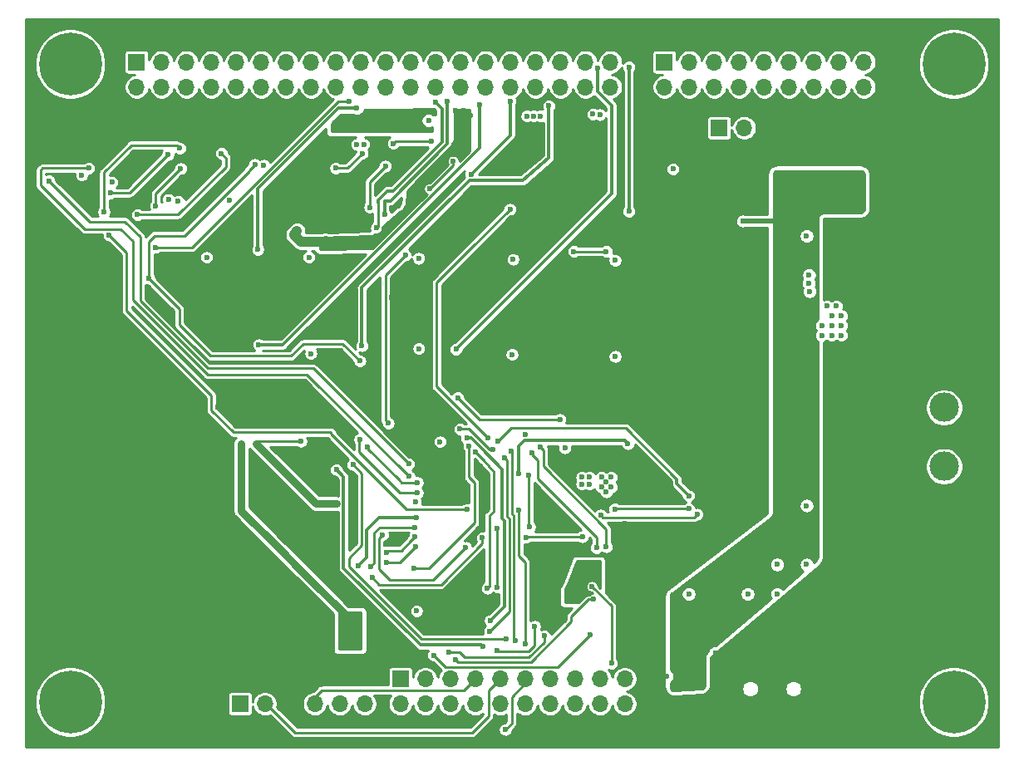
<source format=gbl>
G04 #@! TF.GenerationSoftware,KiCad,Pcbnew,(5.1.10)-1*
G04 #@! TF.CreationDate,2022-04-09T14:00:38+02:00*
G04 #@! TF.ProjectId,karta_pomiarowa_v2,6b617274-615f-4706-9f6d-6961726f7761,rev?*
G04 #@! TF.SameCoordinates,Original*
G04 #@! TF.FileFunction,Copper,L4,Bot*
G04 #@! TF.FilePolarity,Positive*
%FSLAX46Y46*%
G04 Gerber Fmt 4.6, Leading zero omitted, Abs format (unit mm)*
G04 Created by KiCad (PCBNEW (5.1.10)-1) date 2022-04-09 14:00:38*
%MOMM*%
%LPD*%
G01*
G04 APERTURE LIST*
G04 #@! TA.AperFunction,ComponentPad*
%ADD10O,1.700000X1.700000*%
G04 #@! TD*
G04 #@! TA.AperFunction,ComponentPad*
%ADD11R,1.700000X1.700000*%
G04 #@! TD*
G04 #@! TA.AperFunction,ComponentPad*
%ADD12C,6.400000*%
G04 #@! TD*
G04 #@! TA.AperFunction,ComponentPad*
%ADD13C,3.000000*%
G04 #@! TD*
G04 #@! TA.AperFunction,ViaPad*
%ADD14C,0.600000*%
G04 #@! TD*
G04 #@! TA.AperFunction,Conductor*
%ADD15C,0.250000*%
G04 #@! TD*
G04 #@! TA.AperFunction,Conductor*
%ADD16C,0.500000*%
G04 #@! TD*
G04 #@! TA.AperFunction,Conductor*
%ADD17C,0.800000*%
G04 #@! TD*
G04 #@! TA.AperFunction,Conductor*
%ADD18C,0.400000*%
G04 #@! TD*
G04 #@! TA.AperFunction,Conductor*
%ADD19C,0.300000*%
G04 #@! TD*
G04 #@! TA.AperFunction,Conductor*
%ADD20C,1.000000*%
G04 #@! TD*
G04 #@! TA.AperFunction,Conductor*
%ADD21C,0.254000*%
G04 #@! TD*
G04 #@! TA.AperFunction,Conductor*
%ADD22C,0.100000*%
G04 #@! TD*
G04 APERTURE END LIST*
D10*
X74980000Y-105190000D03*
X72440000Y-105190000D03*
X69900000Y-105190000D03*
X67360000Y-105190000D03*
X64820000Y-105190000D03*
D11*
X62280000Y-105190000D03*
D12*
X45000000Y-40000000D03*
X45000000Y-105000000D03*
X135000000Y-105000000D03*
X135000000Y-40000000D03*
D13*
X134000000Y-75000000D03*
X134000000Y-81000000D03*
X134000000Y-87500000D03*
D10*
X100010000Y-42340000D03*
X100010000Y-39800000D03*
X97470000Y-42340000D03*
X97470000Y-39800000D03*
X94930000Y-42340000D03*
X94930000Y-39800000D03*
X92390000Y-42340000D03*
X92390000Y-39800000D03*
X89850000Y-42340000D03*
X89850000Y-39800000D03*
X87310000Y-42340000D03*
X87310000Y-39800000D03*
X84770000Y-42340000D03*
X84770000Y-39800000D03*
X82230000Y-42340000D03*
X82230000Y-39800000D03*
X79690000Y-42340000D03*
X79690000Y-39800000D03*
X77150000Y-42340000D03*
X77150000Y-39800000D03*
X74610000Y-42340000D03*
X74610000Y-39800000D03*
X72070000Y-42340000D03*
X72070000Y-39800000D03*
X69530000Y-42340000D03*
X69530000Y-39800000D03*
X66990000Y-42340000D03*
X66990000Y-39800000D03*
X64450000Y-42340000D03*
X64450000Y-39800000D03*
X61910000Y-42340000D03*
X61910000Y-39800000D03*
X59370000Y-42340000D03*
X59370000Y-39800000D03*
X56830000Y-42340000D03*
X56830000Y-39800000D03*
X54290000Y-42340000D03*
X54290000Y-39800000D03*
X51750000Y-42340000D03*
D11*
X51750000Y-39800000D03*
D10*
X128370000Y-42340000D03*
X128370000Y-39800000D03*
X125830000Y-42340000D03*
X125830000Y-39800000D03*
X123290000Y-42340000D03*
X123290000Y-39800000D03*
X120750000Y-42340000D03*
X120750000Y-39800000D03*
X118210000Y-42340000D03*
X118210000Y-39800000D03*
X115670000Y-42340000D03*
X115670000Y-39800000D03*
X113130000Y-42340000D03*
X113130000Y-39800000D03*
X110590000Y-42340000D03*
X110590000Y-39800000D03*
X108050000Y-42340000D03*
X108050000Y-39800000D03*
X105510000Y-42340000D03*
D11*
X105510000Y-39800000D03*
D10*
X113640000Y-46500000D03*
D11*
X111100000Y-46500000D03*
D10*
X101480000Y-105190000D03*
X101480000Y-102650000D03*
X98940000Y-105190000D03*
X98940000Y-102650000D03*
X96400000Y-105190000D03*
X96400000Y-102650000D03*
X93860000Y-105190000D03*
X93860000Y-102650000D03*
X91320000Y-105190000D03*
X91320000Y-102650000D03*
X88780000Y-105190000D03*
X88780000Y-102650000D03*
X86240000Y-105190000D03*
X86240000Y-102650000D03*
X83700000Y-105190000D03*
X83700000Y-102650000D03*
X81160000Y-105190000D03*
X81160000Y-102650000D03*
X78620000Y-105190000D03*
D11*
X78620000Y-102650000D03*
D14*
X76000000Y-65000000D03*
X78350000Y-72700000D03*
X120200000Y-62350000D03*
X130950000Y-63700000D03*
X108750000Y-51750000D03*
X110500000Y-60000000D03*
X112250000Y-49000000D03*
X102750000Y-49000000D03*
X101000000Y-46500000D03*
X51000000Y-54250000D03*
X123200000Y-103000000D03*
X123200000Y-104000000D03*
X123200000Y-105000000D03*
X123200000Y-106000000D03*
X123200000Y-107000000D03*
X123200000Y-108000000D03*
X123200000Y-109000000D03*
X123200000Y-102000000D03*
X123200000Y-101000000D03*
X123200000Y-100000000D03*
X110700000Y-109000000D03*
X110700000Y-108000000D03*
X110700000Y-107000000D03*
X110700000Y-106000000D03*
X110700000Y-105000000D03*
X110700000Y-104000000D03*
X110700000Y-103000000D03*
X110700000Y-102000000D03*
X110700000Y-101000000D03*
X110700000Y-100000000D03*
X67500000Y-103000000D03*
X62800000Y-98800000D03*
X74200000Y-94700000D03*
X60200000Y-73700000D03*
X102000000Y-73700000D03*
X101800000Y-63800000D03*
X91500000Y-64300000D03*
X91500000Y-63300000D03*
X81100000Y-63200000D03*
X81100000Y-64400000D03*
X67400000Y-63200000D03*
X67400000Y-64400000D03*
X60300000Y-63200000D03*
X60300000Y-64500000D03*
X53000000Y-63800000D03*
X68000000Y-73000000D03*
X68000000Y-74400000D03*
X88300000Y-73100000D03*
X88300000Y-74300000D03*
X97800000Y-84300000D03*
X100700000Y-87010000D03*
X101550000Y-86850000D03*
X81500000Y-96300000D03*
X85200000Y-92600000D03*
X73800000Y-84300000D03*
X127050000Y-62400000D03*
X126150000Y-62400000D03*
X127450000Y-59100000D03*
X128350000Y-59200000D03*
X127450000Y-60000000D03*
X127450000Y-60900000D03*
X129750000Y-39000000D03*
X130750000Y-39000000D03*
X130250000Y-39750000D03*
X129750000Y-40750000D03*
X130750000Y-40750000D03*
X130250000Y-41500000D03*
X130750000Y-42250000D03*
X129750000Y-42250000D03*
X127500000Y-41000000D03*
X130550000Y-64400000D03*
X77100000Y-88900000D03*
X95300000Y-81125000D03*
X105000000Y-64000000D03*
X108000000Y-64000000D03*
X107000000Y-64000000D03*
X106000000Y-64000000D03*
X107000000Y-67000000D03*
X108000000Y-67000000D03*
X106000000Y-67000000D03*
X105000000Y-67000000D03*
X106000000Y-70000000D03*
X105000000Y-70000000D03*
X108000000Y-70000000D03*
X107000000Y-70000000D03*
X106000000Y-73000000D03*
X108000000Y-73000000D03*
X105000000Y-73000000D03*
X107000000Y-73000000D03*
X106000000Y-76000000D03*
X108000000Y-76000000D03*
X105000000Y-76000000D03*
X107000000Y-76000000D03*
X111000000Y-64000000D03*
X114000000Y-64000000D03*
X111000000Y-67000000D03*
X114000000Y-67000000D03*
X114000000Y-70000000D03*
X111000000Y-70000000D03*
X111000000Y-73000000D03*
X114000000Y-73000000D03*
X111000000Y-76000000D03*
X126550000Y-72900000D03*
X114000000Y-61000000D03*
X114000000Y-58000000D03*
X114000000Y-55000000D03*
X133550000Y-69900000D03*
X138000000Y-64000000D03*
X138000000Y-67000000D03*
X132000000Y-70000000D03*
X138000000Y-70000000D03*
X138000000Y-73000000D03*
X132000000Y-73000000D03*
X138000000Y-79000000D03*
X129000000Y-79000000D03*
X129000000Y-76000000D03*
X138000000Y-76000000D03*
X138000000Y-82000000D03*
X135000000Y-85000000D03*
X129000000Y-82000000D03*
X129000000Y-85000000D03*
X138000000Y-85000000D03*
X132000000Y-85000000D03*
X129000000Y-88000000D03*
X138000000Y-97000000D03*
X129000000Y-109000000D03*
X132000000Y-94000000D03*
X129000000Y-97000000D03*
X132000000Y-97000000D03*
X129000000Y-106000000D03*
X129000000Y-94000000D03*
X135000000Y-94000000D03*
X138000000Y-94000000D03*
X135000000Y-97000000D03*
X138000000Y-88000000D03*
X135000000Y-100000000D03*
X132000000Y-100000000D03*
X135000000Y-91000000D03*
X138000000Y-100000000D03*
X138000000Y-91000000D03*
X129000000Y-100000000D03*
X129000000Y-91000000D03*
X129000000Y-103000000D03*
X132000000Y-91000000D03*
X123000000Y-94000000D03*
X117000000Y-91000000D03*
X117000000Y-94000000D03*
X126000000Y-94000000D03*
X120000000Y-94000000D03*
X123000000Y-91000000D03*
X120000000Y-91000000D03*
X126000000Y-91000000D03*
X126000000Y-88000000D03*
X123000000Y-88000000D03*
X123000000Y-97000000D03*
X126000000Y-97000000D03*
X114000000Y-94000000D03*
X126000000Y-85000000D03*
X126000000Y-82000000D03*
X123000000Y-82000000D03*
X123000000Y-85000000D03*
X120000000Y-85000000D03*
X48000000Y-96000000D03*
X42000000Y-96000000D03*
X48000000Y-99000000D03*
X45000000Y-99000000D03*
X42000000Y-99000000D03*
X45000000Y-96000000D03*
X60000000Y-102000000D03*
X54000000Y-108000000D03*
X54000000Y-102000000D03*
X51000000Y-102000000D03*
X51000000Y-108000000D03*
X51000000Y-99000000D03*
X51000000Y-96000000D03*
X60000000Y-99000000D03*
X54000000Y-99000000D03*
X57000000Y-96000000D03*
X60000000Y-96000000D03*
X57000000Y-99000000D03*
X54000000Y-96000000D03*
X60000000Y-105000000D03*
X45000000Y-86000000D03*
X51000000Y-92000000D03*
X51000000Y-89000000D03*
X54000000Y-89000000D03*
X57000000Y-89000000D03*
X48000000Y-92000000D03*
X57000000Y-86000000D03*
X48000000Y-86000000D03*
X54000000Y-92000000D03*
X60000000Y-86000000D03*
X42000000Y-92000000D03*
X45000000Y-92000000D03*
X45000000Y-89000000D03*
X42000000Y-86000000D03*
X42000000Y-89000000D03*
X60000000Y-92000000D03*
X57000000Y-92000000D03*
X51000000Y-86000000D03*
X60000000Y-89000000D03*
X48000000Y-89000000D03*
X54000000Y-86000000D03*
X42000000Y-82000000D03*
X57000000Y-79000000D03*
X42000000Y-76000000D03*
X48000000Y-76000000D03*
X45000000Y-76000000D03*
X54000000Y-79000000D03*
X48000000Y-82000000D03*
X45000000Y-82000000D03*
X45000000Y-79000000D03*
X54000000Y-82000000D03*
X51000000Y-82000000D03*
X42000000Y-79000000D03*
X57000000Y-82000000D03*
X48000000Y-79000000D03*
X51000000Y-76000000D03*
X57000000Y-76000000D03*
X54000000Y-76000000D03*
X51000000Y-79000000D03*
X57000000Y-73000000D03*
X54000000Y-73000000D03*
X42000000Y-73000000D03*
X48000000Y-73000000D03*
X45000000Y-73000000D03*
X51000000Y-73000000D03*
X45000000Y-60000000D03*
X45000000Y-63000000D03*
X45000000Y-57000000D03*
X42000000Y-54000000D03*
X66000000Y-92000000D03*
X63000000Y-89000000D03*
X66000000Y-86000000D03*
X63000000Y-92000000D03*
X138000000Y-58000000D03*
X138000000Y-55000000D03*
X138000000Y-49000000D03*
X138000000Y-61000000D03*
X138000000Y-52000000D03*
X133550000Y-60900000D03*
X133550000Y-63900000D03*
X133550000Y-66900000D03*
X133550000Y-54900000D03*
X133550000Y-57900000D03*
X138000000Y-46000000D03*
X126000000Y-79000000D03*
X108000000Y-94000000D03*
X126000000Y-100000000D03*
X126000000Y-103000000D03*
X126000000Y-106000000D03*
X126000000Y-109000000D03*
X69000000Y-89000000D03*
X69000000Y-86000000D03*
X96000000Y-74000000D03*
X96000000Y-72000000D03*
X96000000Y-70000000D03*
X96000000Y-68000000D03*
X96000000Y-66000000D03*
X96000000Y-64000000D03*
X96000000Y-62000000D03*
X98000000Y-62000000D03*
X98000000Y-64000000D03*
X98000000Y-66000000D03*
X88000000Y-67000000D03*
X86000000Y-65000000D03*
X86000000Y-63000000D03*
X88000000Y-63000000D03*
X88000000Y-61000000D03*
X86000000Y-61000000D03*
X88000000Y-59000000D03*
X86000000Y-55000000D03*
X74000000Y-63000000D03*
X74000000Y-65000000D03*
X74000000Y-67000000D03*
X64000000Y-63000000D03*
X64000000Y-65000000D03*
X64000000Y-67000000D03*
X60000000Y-75000000D03*
X60000000Y-77000000D03*
X57000000Y-66000000D03*
X57000000Y-63000000D03*
X57000000Y-60000000D03*
X101000000Y-88000000D03*
X101000000Y-57000000D03*
X103000000Y-57000000D03*
X105000000Y-57000000D03*
X107000000Y-57000000D03*
X105000000Y-55000000D03*
X103000000Y-55000000D03*
X103000000Y-53000000D03*
X105000000Y-53000000D03*
X101000000Y-53000000D03*
X100000000Y-55000000D03*
X101000000Y-51000000D03*
X103000000Y-51000000D03*
X105000000Y-51000000D03*
X105000000Y-49000000D03*
X107000000Y-49000000D03*
X109000000Y-49000000D03*
X107000000Y-47000000D03*
X107000000Y-45000000D03*
X109000000Y-45000000D03*
X109000000Y-47000000D03*
X105000000Y-47000000D03*
X105000000Y-45000000D03*
X116000000Y-49000000D03*
X116000000Y-46000000D03*
X120550000Y-49900000D03*
X116000000Y-44000000D03*
X112000000Y-44000000D03*
X112000000Y-45000000D03*
X96000000Y-55000000D03*
X96000000Y-53000000D03*
X96000000Y-51000000D03*
X93000000Y-53000000D03*
X93000000Y-55000000D03*
X89000000Y-53000000D03*
X89000000Y-51000000D03*
X91000000Y-51000000D03*
X56300000Y-37300000D03*
X65300000Y-37300000D03*
X62300000Y-37300000D03*
X50300000Y-37300000D03*
X59300000Y-37300000D03*
X53300000Y-37300000D03*
X68300000Y-37300000D03*
X86300000Y-37300000D03*
X77300000Y-37300000D03*
X80300000Y-37300000D03*
X74300000Y-37300000D03*
X71300000Y-37300000D03*
X92300000Y-37300000D03*
X89300000Y-37300000D03*
X83300000Y-37300000D03*
X104300000Y-37300000D03*
X110300000Y-37300000D03*
X107300000Y-37300000D03*
X101300000Y-37300000D03*
X95300000Y-37300000D03*
X98300000Y-37300000D03*
X116300000Y-37300000D03*
X113300000Y-37300000D03*
X119300000Y-37300000D03*
X125300000Y-37300000D03*
X122300000Y-37300000D03*
X128300000Y-37300000D03*
X78400000Y-73750000D03*
X105750000Y-102380000D03*
X77182677Y-49101642D03*
X75900000Y-48100000D03*
X69852131Y-50071992D03*
X90900000Y-49900000D03*
X90100000Y-49900000D03*
X89300000Y-49900000D03*
X88500000Y-49900000D03*
X95400000Y-50000000D03*
X96100000Y-50000000D03*
X96800000Y-50000000D03*
X97500000Y-50000000D03*
X76000000Y-67000000D03*
X75500000Y-72500000D03*
X77800000Y-54700000D03*
X125800000Y-72900000D03*
X125050000Y-72900000D03*
X124300000Y-72900000D03*
X124300000Y-72150000D03*
X125050000Y-72150000D03*
X125800000Y-72150000D03*
X126550000Y-72150000D03*
X126550000Y-71400000D03*
X125800000Y-71400000D03*
X125050000Y-71400000D03*
X124300000Y-71400000D03*
X78400000Y-54450000D03*
X49750000Y-62750000D03*
X49750000Y-64500000D03*
X53000000Y-62750000D03*
X49750000Y-63500000D03*
X57250000Y-64000000D03*
X57250000Y-64750000D03*
X64000000Y-63000000D03*
X66750000Y-63750000D03*
X67500000Y-62250000D03*
X73500000Y-64000000D03*
X78250000Y-63250000D03*
X77750000Y-63750000D03*
X78500000Y-64250000D03*
X84000000Y-63250000D03*
X84000000Y-64250000D03*
X88000000Y-63000000D03*
X88750000Y-62750000D03*
X94000000Y-63000000D03*
X94250000Y-64750000D03*
X101750000Y-62750000D03*
X101750000Y-64750000D03*
X99000000Y-62750000D03*
X99000000Y-64750000D03*
X99000000Y-63750000D03*
X99250000Y-72750000D03*
X99250000Y-74500000D03*
X94250000Y-72750000D03*
X94250000Y-74500000D03*
X94250000Y-73750000D03*
X87500000Y-73750000D03*
X84000000Y-73000000D03*
X73250000Y-72750000D03*
X70750000Y-74750000D03*
X63250000Y-72750000D03*
X63000000Y-74750000D03*
X63250000Y-73750000D03*
X108250000Y-53250000D03*
X108250000Y-52250000D03*
X120250000Y-61500000D03*
X120300000Y-63150000D03*
X62800000Y-99800000D03*
X73000000Y-94000000D03*
X74000000Y-94000000D03*
X82500000Y-97000000D03*
X73800000Y-87300000D03*
X85250000Y-91750000D03*
X86250000Y-91750000D03*
X93250000Y-89750000D03*
X93250000Y-92250000D03*
X63750000Y-80500000D03*
X68000000Y-80500000D03*
X86800000Y-87300000D03*
X93300000Y-86900000D03*
X115100501Y-55249990D03*
X80000000Y-94750000D03*
X86500000Y-80800000D03*
X101400000Y-80400000D03*
X101400000Y-81600000D03*
X101400000Y-82800000D03*
X101400000Y-84200000D03*
X94000000Y-97600000D03*
X58470551Y-54720551D03*
X46000000Y-52675000D03*
X49850000Y-55050000D03*
X55125000Y-56450000D03*
X43600000Y-48900000D03*
X46100000Y-47700000D03*
X45500000Y-52200000D03*
X51400000Y-45500000D03*
X48000000Y-45700000D03*
X46900000Y-45700000D03*
X56100000Y-44700000D03*
X54600000Y-45600000D03*
X54800000Y-46900000D03*
X56300000Y-46800000D03*
X52900000Y-49000000D03*
X51100000Y-49800000D03*
X61600000Y-46400000D03*
X62100000Y-48900000D03*
X74225000Y-56750000D03*
X74275000Y-54325000D03*
X73125000Y-56900000D03*
X71600000Y-56875000D03*
X69875000Y-56800000D03*
X94500000Y-80800000D03*
X120000000Y-45000000D03*
X120000000Y-57500000D03*
X67500000Y-52500000D03*
X67500000Y-55000000D03*
X67500000Y-45000000D03*
X66000000Y-45000000D03*
X66000000Y-47000000D03*
X65000000Y-55000000D03*
X66000000Y-59000000D03*
X66000000Y-61000000D03*
X64000000Y-61000000D03*
X66000000Y-74000000D03*
X66000000Y-76000000D03*
X42000000Y-70000000D03*
X45000000Y-70000000D03*
X106000000Y-108000000D03*
X102000000Y-108000000D03*
X98000000Y-108000000D03*
X80500000Y-69000000D03*
X69500000Y-69500000D03*
X80500000Y-59800000D03*
X90100000Y-59900000D03*
X100500000Y-60000000D03*
X90000000Y-69600000D03*
X100500000Y-69800000D03*
X74300000Y-96300000D03*
X74400000Y-99300000D03*
X80350000Y-82650000D03*
X75300000Y-79000000D03*
X63900000Y-78700000D03*
X62400000Y-78700000D03*
X72099988Y-84800000D03*
X99100000Y-82100000D03*
X100100000Y-82100000D03*
X99600000Y-82600000D03*
X99100000Y-83100000D03*
X100100000Y-83100000D03*
X99600000Y-83600000D03*
X69300000Y-59700000D03*
X58900000Y-59700000D03*
X122050000Y-64650000D03*
X123050000Y-64650000D03*
X123550000Y-65650000D03*
X122550000Y-65650000D03*
X122550000Y-66650000D03*
X123550000Y-66650000D03*
X123550000Y-67650000D03*
X122550000Y-67650000D03*
X121550000Y-66650000D03*
X121550000Y-67650000D03*
X74900000Y-48200000D03*
X81500000Y-45750000D03*
X74200000Y-48200000D03*
X98500000Y-92000000D03*
X98500000Y-91300000D03*
X96600000Y-94400000D03*
X62400000Y-85500000D03*
X68490000Y-78450000D03*
X95380000Y-79120000D03*
X91390000Y-77730000D03*
X82660000Y-78500000D03*
X46150000Y-51325000D03*
X49250000Y-52050000D03*
X64700000Y-50325000D03*
X61225000Y-53900000D03*
X56000000Y-54000000D03*
X55000000Y-53800000D03*
X123475000Y-52375000D03*
X122525000Y-52350000D03*
X122525000Y-53350000D03*
X123475000Y-53375000D03*
X122525000Y-54350000D03*
X123525000Y-54350000D03*
X85035000Y-47465000D03*
X106400000Y-50700000D03*
X107750000Y-101950000D03*
X98250000Y-45100000D03*
X91500000Y-45300000D03*
X85100000Y-45600000D03*
X118750000Y-85870000D03*
X72000000Y-46000000D03*
X78000000Y-56000000D03*
X70837500Y-57837500D03*
X82000000Y-44750000D03*
X84400000Y-45600000D03*
X85750000Y-45250000D03*
X92200000Y-45300000D03*
X92900000Y-45300000D03*
X98950000Y-45150000D03*
X85100000Y-44700000D03*
X84250000Y-44750000D03*
X113500000Y-56000000D03*
X68475000Y-58100000D03*
X68000000Y-57625000D03*
X68125000Y-56900000D03*
X77775000Y-45800000D03*
X119750000Y-54750000D03*
X97100000Y-82100000D03*
X97900000Y-82100000D03*
X97900000Y-82800000D03*
X97100000Y-82800000D03*
X80150000Y-84600000D03*
X80275000Y-95725000D03*
X91320000Y-99090000D03*
X89320000Y-107820000D03*
X90678311Y-85449990D03*
X90710110Y-81758081D03*
X101800000Y-78700000D03*
X82000000Y-100240000D03*
X97918683Y-98180570D03*
X83556218Y-99961054D03*
X93270000Y-98280000D03*
X84230000Y-100700000D03*
X98331647Y-94516328D03*
X88479083Y-99749743D03*
X92286655Y-97300830D03*
X98140000Y-93230000D03*
X100140000Y-101060000D03*
X101900000Y-40300000D03*
X101900000Y-55000000D03*
X98691695Y-40403803D03*
X84284509Y-69068407D03*
X74700000Y-68700000D03*
X93750000Y-44250000D03*
X89800000Y-43800000D03*
X85825021Y-51215875D03*
X86700000Y-44100000D03*
X64200000Y-68600000D03*
X83400000Y-43800000D03*
X77000000Y-55300000D03*
X82200000Y-43900000D03*
X76186789Y-56712108D03*
X64100000Y-58900000D03*
X74200000Y-44500000D03*
X73400000Y-43800000D03*
X53712660Y-58687340D03*
X88559865Y-78417910D03*
X108000000Y-84000000D03*
X107990000Y-85320000D03*
X100460000Y-85350000D03*
X108860000Y-85880000D03*
X99046949Y-85963051D03*
X97160000Y-88170000D03*
X75730000Y-92340000D03*
X91455010Y-88210000D03*
X86974990Y-88267655D03*
X85260000Y-89270000D03*
X76810000Y-87980000D03*
X98604651Y-89296458D03*
X84474990Y-74004980D03*
X94880000Y-76210000D03*
X92035623Y-79584938D03*
X99600000Y-89200000D03*
X92888389Y-79026287D03*
X79968452Y-91379453D03*
X85600000Y-78900000D03*
X77400000Y-76600000D03*
X79115693Y-59484307D03*
X75500000Y-54600000D03*
X77100000Y-50400000D03*
X79490000Y-82010000D03*
X46875000Y-50600000D03*
X77243805Y-90799052D03*
X80158815Y-89204957D03*
X80092390Y-88207154D03*
X77200000Y-89800000D03*
X75600000Y-91200000D03*
X80067954Y-87207441D03*
X74340000Y-91100000D03*
X80264621Y-86226958D03*
X89385045Y-98597083D03*
X72101854Y-81325010D03*
X87000000Y-99314990D03*
X79460000Y-80740000D03*
X88020979Y-79260303D03*
X84700000Y-77200000D03*
X80350000Y-83680000D03*
X74500000Y-78250000D03*
X74500000Y-70250000D03*
X85402751Y-85383493D03*
X90366637Y-98788132D03*
X89900000Y-79420000D03*
X87725010Y-97776477D03*
X89268162Y-80111442D03*
X88500000Y-93300000D03*
X96300000Y-59100000D03*
X99600000Y-59100000D03*
X91700000Y-81900000D03*
X88451647Y-87350010D03*
X91779249Y-87176920D03*
X89800000Y-54800000D03*
X87485342Y-93423712D03*
X87531511Y-78083963D03*
X86250000Y-79500000D03*
X87800000Y-96700000D03*
X85400000Y-78100000D03*
X81800000Y-47900000D03*
X77900000Y-48100000D03*
X81600000Y-52700000D03*
X84000000Y-49900000D03*
X72030002Y-50600000D03*
X74746543Y-49094775D03*
X73783051Y-80816949D03*
X42825000Y-51899998D03*
X53000000Y-61850000D03*
X63800000Y-50225000D03*
X48950000Y-57450000D03*
X56153554Y-48578554D03*
X48425000Y-55075000D03*
X53700000Y-54450000D03*
X56250000Y-50650000D03*
X51850000Y-55350000D03*
X60400000Y-49100000D03*
X49100000Y-53150000D03*
X54945551Y-49229449D03*
D15*
X78035011Y-54735011D02*
X78095735Y-54735011D01*
X75300000Y-79200000D02*
X75300000Y-79000000D01*
D16*
X74400000Y-96400000D02*
X74300000Y-96300000D01*
D17*
X62400000Y-85500000D02*
X62400000Y-78700000D01*
X73200000Y-96300000D02*
X68950000Y-92050000D01*
X63900000Y-78700000D02*
X70000000Y-84800000D01*
X70000000Y-84800000D02*
X72099988Y-84800000D01*
X68950000Y-92050000D02*
X65950000Y-89050000D01*
D15*
X78750000Y-82650000D02*
X78450000Y-82350000D01*
X80350000Y-82650000D02*
X78750000Y-82650000D01*
X78450000Y-82350000D02*
X75300000Y-79200000D01*
D17*
X65950000Y-89050000D02*
X62400000Y-85500000D01*
D18*
X96600000Y-94400000D02*
X96600000Y-93400000D01*
D15*
X97800000Y-92200000D02*
X97800000Y-92000000D01*
X96600000Y-93400000D02*
X97800000Y-92200000D01*
X64150000Y-78450000D02*
X63900000Y-78700000D01*
X68490000Y-78450000D02*
X64150000Y-78450000D01*
D16*
X107750000Y-97750000D02*
X118750000Y-86750000D01*
X107750000Y-101950000D02*
X107750000Y-97750000D01*
X118750000Y-85870000D02*
X118750000Y-86750000D01*
X118750000Y-81250000D02*
X118750000Y-85870000D01*
X118750000Y-52750000D02*
X118750000Y-81250000D01*
D18*
X72750000Y-46750000D02*
X78000000Y-46750000D01*
X72000000Y-46000000D02*
X72750000Y-46750000D01*
D19*
X78000000Y-56000000D02*
X75750000Y-58250000D01*
X75750000Y-58250000D02*
X73425000Y-58250000D01*
X71037500Y-58037500D02*
X70837500Y-57837500D01*
X73212500Y-58037500D02*
X71037500Y-58037500D01*
X73425000Y-58250000D02*
X73212500Y-58037500D01*
X78000000Y-56000000D02*
X80500000Y-53500000D01*
X80500000Y-52000000D02*
X85035000Y-47465000D01*
X80500000Y-53500000D02*
X80500000Y-52000000D01*
D16*
X82000000Y-44750000D02*
X80000000Y-44750000D01*
X80000000Y-44750000D02*
X78000000Y-46750000D01*
X113500000Y-56000000D02*
X118500000Y-56000000D01*
X121125000Y-53375000D02*
X123475000Y-53375000D01*
X118500000Y-56000000D02*
X119750000Y-54750000D01*
D20*
X70975000Y-58100000D02*
X71037500Y-58037500D01*
X68475000Y-58100000D02*
X70975000Y-58100000D01*
X68475000Y-58100000D02*
X67775000Y-57400000D01*
X67775000Y-57400000D02*
X67775000Y-57325000D01*
X67775000Y-57325000D02*
X68100000Y-57000000D01*
D16*
X119750000Y-54750000D02*
X121125000Y-53375000D01*
D15*
X89955001Y-107184999D02*
X89955001Y-104464999D01*
X89320000Y-107820000D02*
X89955001Y-107184999D01*
X91320000Y-103100000D02*
X91320000Y-102650000D01*
X89955001Y-104464999D02*
X91320000Y-103100000D01*
X91320000Y-99090000D02*
X91320000Y-90770000D01*
X91320000Y-90770000D02*
X90678311Y-90128311D01*
X90678311Y-90128311D02*
X90678311Y-85449990D01*
D19*
X101800000Y-78700000D02*
X101476285Y-78376285D01*
X101476285Y-78376285D02*
X92576387Y-78376285D01*
X92576387Y-78376285D02*
X92572671Y-78380001D01*
X90710110Y-78934549D02*
X90710110Y-81758081D01*
X92572671Y-78380001D02*
X91264658Y-78380001D01*
X91264658Y-78380001D02*
X90710110Y-78934549D01*
D15*
X82000000Y-100240000D02*
X83185002Y-101425002D01*
X83185002Y-101425002D02*
X94674251Y-101425002D01*
X94674251Y-101425002D02*
X97918683Y-98180570D01*
X93270000Y-98889413D02*
X91684669Y-100474744D01*
X91684669Y-100474744D02*
X85177748Y-100474744D01*
X84664058Y-99961054D02*
X83556218Y-99961054D01*
X93270000Y-98280000D02*
X93270000Y-98889413D01*
X85177748Y-100474744D02*
X84664058Y-99961054D01*
X84454755Y-100924755D02*
X91923220Y-100924755D01*
X96025001Y-96822974D02*
X96025001Y-96257289D01*
X97765962Y-94516328D02*
X98331647Y-94516328D01*
X91923220Y-100924755D02*
X96025001Y-96822974D01*
X84230000Y-100700000D02*
X84454755Y-100924755D01*
X96025001Y-96257289D02*
X97765962Y-94516328D01*
X70040000Y-104390000D02*
X70040000Y-105190000D01*
X70604999Y-103825001D02*
X70040000Y-104390000D01*
X85064999Y-103825001D02*
X70604999Y-103825001D01*
X86240000Y-102650000D02*
X85064999Y-103825001D01*
X92286655Y-99236347D02*
X92286655Y-97300830D01*
X91668001Y-99855001D02*
X92286655Y-99236347D01*
X88584341Y-99855001D02*
X91668001Y-99855001D01*
X88479083Y-99749743D02*
X88584341Y-99855001D01*
X64960000Y-105190000D02*
X67900000Y-108130000D01*
X67900000Y-108130000D02*
X85950000Y-108130000D01*
X87604999Y-103825001D02*
X88780000Y-102650000D01*
X87604999Y-106475001D02*
X87604999Y-103825001D01*
X85950000Y-108130000D02*
X87604999Y-106475001D01*
X100140000Y-95230000D02*
X98140000Y-93230000D01*
X100140000Y-101060000D02*
X100140000Y-95230000D01*
D19*
X101900000Y-40300000D02*
X101900000Y-55000000D01*
X98691695Y-41091695D02*
X98700000Y-41100000D01*
X98691695Y-40403803D02*
X98691695Y-41091695D01*
X98700000Y-40800000D02*
X98700000Y-41100000D01*
X98691695Y-42797697D02*
X100150000Y-44256002D01*
X98691695Y-41091695D02*
X98691695Y-42797697D01*
X100150000Y-53202916D02*
X99526458Y-53826458D01*
X100150000Y-44256002D02*
X100150000Y-53202916D01*
X99526458Y-53826458D02*
X84284509Y-69068407D01*
X99650000Y-53702916D02*
X99526458Y-53826458D01*
X74700000Y-62802387D02*
X74700000Y-68700000D01*
X85636510Y-51865877D02*
X74700000Y-62802387D01*
X91096125Y-51865877D02*
X85636510Y-51865877D01*
X93750000Y-49562002D02*
X91096125Y-51865877D01*
X93750000Y-44250000D02*
X93750000Y-49562002D01*
X89800000Y-47240896D02*
X85825021Y-51215875D01*
X89800000Y-43800000D02*
X89800000Y-47240896D01*
X86700000Y-44100000D02*
X86700000Y-48562002D01*
X86700000Y-48562002D02*
X66662002Y-68600000D01*
X66662002Y-68600000D02*
X64200000Y-68600000D01*
X77000000Y-53928234D02*
X77000000Y-55300000D01*
X83400000Y-43800000D02*
X83400000Y-48142878D01*
X77614644Y-53928234D02*
X77000000Y-53928234D01*
X83400000Y-48142878D02*
X77614644Y-53928234D01*
D15*
X76350000Y-56548897D02*
X76186789Y-56712108D01*
X76350000Y-54150000D02*
X76350000Y-56548897D01*
D19*
X82200000Y-43900000D02*
X82850001Y-44550001D01*
X82850001Y-44550001D02*
X82850001Y-47960001D01*
X82850001Y-47960001D02*
X77885024Y-52924978D01*
X77885024Y-52924978D02*
X77296133Y-52924979D01*
X76350000Y-53871112D02*
X76350000Y-54150000D01*
X77296133Y-52924979D02*
X76350000Y-53871112D01*
X64100000Y-58900000D02*
X64100000Y-52728234D01*
X64100000Y-52728234D02*
X72328234Y-44500000D01*
X72328234Y-44500000D02*
X74200000Y-44500000D01*
D15*
X53825320Y-58800000D02*
X53712660Y-58687340D01*
X53712660Y-58687340D02*
X57202658Y-58687340D01*
X73400000Y-43800000D02*
X72321112Y-43800000D01*
X72321112Y-43800000D02*
X58176113Y-57944999D01*
X57433772Y-58687340D02*
X58176113Y-57944999D01*
X57202658Y-58687340D02*
X57433772Y-58687340D01*
D19*
X106790000Y-82790000D02*
X106790000Y-82290000D01*
X108000000Y-84000000D02*
X106790000Y-82790000D01*
D15*
X101604999Y-77104999D02*
X89872776Y-77104999D01*
X89872776Y-77104999D02*
X88559865Y-78417910D01*
X106790000Y-82290000D02*
X101604999Y-77104999D01*
X100490000Y-85320000D02*
X100460000Y-85350000D01*
X107990000Y-85320000D02*
X100490000Y-85320000D01*
X108860000Y-85880000D02*
X108560001Y-86179999D01*
X108560001Y-86179999D02*
X104820001Y-86179999D01*
X99263897Y-86179999D02*
X99046949Y-85963051D01*
X104820001Y-86179999D02*
X99263897Y-86179999D01*
X97160000Y-88170000D02*
X91495010Y-88170000D01*
X91495010Y-88170000D02*
X91455010Y-88210000D01*
X75730000Y-92340000D02*
X76430011Y-93040011D01*
X86974990Y-88833340D02*
X86974990Y-88267655D01*
X82768319Y-93040011D02*
X86974990Y-88833340D01*
X76430011Y-93040011D02*
X82768319Y-93040011D01*
X76424999Y-88365001D02*
X76810000Y-87980000D01*
X85260000Y-89270000D02*
X81940000Y-92590000D01*
X76424999Y-91484999D02*
X76424999Y-88365001D01*
X77530000Y-92590000D02*
X76424999Y-91484999D01*
X81940000Y-92590000D02*
X77530000Y-92590000D01*
X98604651Y-89296458D02*
X98604651Y-88228893D01*
X92595693Y-82219935D02*
X92595693Y-80349470D01*
X98604651Y-88228893D02*
X92595693Y-82219935D01*
X86670010Y-76200000D02*
X84474990Y-74004980D01*
X94870000Y-76200000D02*
X94880000Y-76210000D01*
X86670010Y-76200000D02*
X94870000Y-76200000D01*
X92035623Y-79789399D02*
X92258112Y-80011888D01*
X92035623Y-79584938D02*
X92035623Y-79789399D01*
X92595693Y-80349470D02*
X92258112Y-80011888D01*
X99600000Y-89200000D02*
X99600000Y-87400000D01*
X93188388Y-80988388D02*
X93188388Y-79326286D01*
X93188388Y-79326286D02*
X92888389Y-79026287D01*
X99600000Y-87400000D02*
X93188388Y-80988388D01*
X81545549Y-91379453D02*
X79968452Y-91379453D01*
X86175011Y-86749991D02*
X81545549Y-91379453D01*
X86175011Y-82675011D02*
X86175011Y-86749991D01*
X85600000Y-82100000D02*
X86175011Y-82675011D01*
X85600000Y-78900000D02*
X85600000Y-82100000D01*
X75500000Y-52000000D02*
X77100000Y-50400000D01*
X75500000Y-54600000D02*
X75500000Y-52000000D01*
X77100001Y-61499999D02*
X79115693Y-59484307D01*
X77400000Y-76600000D02*
X77100001Y-76300001D01*
X77100001Y-76300001D02*
X77100001Y-61499999D01*
X69120000Y-71640000D02*
X58973589Y-71640000D01*
X79490000Y-82010000D02*
X69120000Y-71640000D01*
X58973589Y-71640000D02*
X51354998Y-64021409D01*
X46875000Y-50600000D02*
X42200000Y-50600000D01*
X42200000Y-50600000D02*
X41950000Y-50850000D01*
X41950000Y-50850000D02*
X41950000Y-52325000D01*
X41950000Y-52325000D02*
X46450000Y-56825000D01*
X46450000Y-56825000D02*
X50125000Y-56825000D01*
X51354998Y-58054998D02*
X51354998Y-64021409D01*
X50125000Y-56825000D02*
X51354998Y-58054998D01*
X78564720Y-90799052D02*
X80158815Y-89204957D01*
X77243805Y-90799052D02*
X78564720Y-90799052D01*
X77600000Y-89600000D02*
X77000000Y-89600000D01*
X78699544Y-89600000D02*
X79692391Y-88607153D01*
X79692391Y-88607153D02*
X80092390Y-88207154D01*
X77600000Y-89600000D02*
X78699544Y-89600000D01*
X77200000Y-89800000D02*
X77400000Y-89600000D01*
X77400000Y-89600000D02*
X77600000Y-89600000D01*
X75974988Y-87742008D02*
X76509555Y-87207441D01*
X75600000Y-91200000D02*
X75974988Y-90825012D01*
X75974988Y-90825012D02*
X75974988Y-87742008D01*
X76509555Y-87207441D02*
X80067954Y-87207441D01*
D19*
X74340000Y-91100000D02*
X75150033Y-90289967D01*
X76453042Y-86226958D02*
X80264621Y-86226958D01*
X75150033Y-87529967D02*
X76453042Y-86226958D01*
X75150033Y-90289967D02*
X75150033Y-87529967D01*
X86885011Y-99200001D02*
X87000000Y-99314990D01*
X72849999Y-82073155D02*
X72849999Y-91354769D01*
X72849999Y-91354769D02*
X80695231Y-99200001D01*
X72101854Y-81325010D02*
X72849999Y-82073155D01*
X80695231Y-99200001D02*
X86885011Y-99200001D01*
D15*
X87682531Y-79260303D02*
X88020979Y-79260303D01*
X85622228Y-77200000D02*
X86011114Y-77588886D01*
X84700000Y-77200000D02*
X85622228Y-77200000D01*
X86011114Y-77588886D02*
X87682531Y-79260303D01*
X78580000Y-83680000D02*
X80350000Y-83680000D01*
X74440000Y-79540000D02*
X78580000Y-83680000D01*
X74440000Y-78310000D02*
X74500000Y-78250000D01*
X74440000Y-79540000D02*
X74440000Y-78310000D01*
X90175023Y-86020017D02*
X89953310Y-85798304D01*
X90175023Y-98596518D02*
X90175023Y-86020017D01*
X90366637Y-98788132D02*
X90175023Y-98596518D01*
X89953310Y-79473310D02*
X89953310Y-85798304D01*
X89900000Y-79420000D02*
X89953310Y-79473310D01*
X89499951Y-80343231D02*
X89268162Y-80111442D01*
X89499951Y-86118183D02*
X89499951Y-80343231D01*
X89725012Y-95776475D02*
X89725012Y-86343244D01*
X87725010Y-97776477D02*
X89725012Y-95776475D01*
X89725012Y-86343244D02*
X89499951Y-86118183D01*
X96300000Y-59100000D02*
X99600000Y-59100000D01*
X88500000Y-93300000D02*
X88500000Y-87398363D01*
X91700000Y-87097671D02*
X91779249Y-87176920D01*
X88500000Y-87398363D02*
X88451647Y-87350010D01*
X91700000Y-81900000D02*
X91700000Y-87097671D01*
X89800000Y-54800000D02*
X85800000Y-58800000D01*
X82300000Y-72852452D02*
X87531511Y-78083963D01*
X82300000Y-62300000D02*
X82300000Y-72852452D01*
X85800000Y-58800000D02*
X82300000Y-62300000D01*
X87700000Y-93209054D02*
X87485342Y-93423712D01*
X87700000Y-86028912D02*
X87700000Y-93209054D01*
X88161848Y-85567064D02*
X87700000Y-86028912D01*
X88161848Y-81561850D02*
X88161848Y-85567064D01*
X87133776Y-80383776D02*
X87133776Y-80416224D01*
X86250000Y-79500000D02*
X87133776Y-80383776D01*
X87133776Y-80416224D02*
X88161848Y-81561850D01*
X86850000Y-80100000D02*
X87133776Y-80416224D01*
D19*
X88975011Y-86265009D02*
X88975011Y-81275011D01*
X87800000Y-96700000D02*
X89250001Y-95249999D01*
X86925013Y-79174551D02*
X85850462Y-78100000D01*
X85850462Y-78100000D02*
X85400000Y-78100000D01*
X86925013Y-79225013D02*
X86925013Y-79174551D01*
X88975011Y-81275011D02*
X86925013Y-79225013D01*
X89250001Y-95249999D02*
X89250001Y-86539999D01*
X89250001Y-86539999D02*
X88975011Y-86265009D01*
D15*
X81800000Y-47900000D02*
X78100000Y-47900000D01*
X78100000Y-47900000D02*
X77900000Y-48100000D01*
X84000000Y-50300000D02*
X81600000Y-52700000D01*
X84000000Y-49900000D02*
X84000000Y-50300000D01*
X73241318Y-50600000D02*
X74746543Y-49094775D01*
X72030002Y-50600000D02*
X73241318Y-50600000D01*
X80764079Y-98597083D02*
X73387341Y-91220345D01*
X89385045Y-98597083D02*
X80764079Y-98597083D01*
X73387341Y-91220345D02*
X73387341Y-90332968D01*
X74675022Y-89045287D02*
X74675022Y-81708920D01*
X73387341Y-90332968D02*
X74675022Y-89045287D01*
X74675022Y-81708920D02*
X73783051Y-80816949D01*
X42825000Y-51899998D02*
X46975002Y-56050000D01*
X69740000Y-71020000D02*
X79460000Y-80740000D01*
X46975002Y-56050000D02*
X50575000Y-56050000D01*
X50575000Y-56050000D02*
X52110000Y-57585000D01*
X52110000Y-57585000D02*
X52110000Y-64140000D01*
X52110000Y-64140000D02*
X58990000Y-71020000D01*
X58990000Y-71020000D02*
X69740000Y-71020000D01*
X67500000Y-69750000D02*
X59300000Y-69750000D01*
X59300000Y-69750000D02*
X58100000Y-68550000D01*
X68750000Y-68500000D02*
X67500000Y-69750000D01*
X72750000Y-68500000D02*
X68750000Y-68500000D01*
X74500000Y-70250000D02*
X72750000Y-68500000D01*
X63200000Y-50875000D02*
X56600000Y-57475000D01*
X56600000Y-57475000D02*
X53600000Y-57475000D01*
X53000000Y-58075000D02*
X53000000Y-61850000D01*
X53600000Y-57475000D02*
X53000000Y-58075000D01*
X56099999Y-64949999D02*
X53000000Y-61850000D01*
X56099999Y-66549999D02*
X56099999Y-64949999D01*
X58100000Y-68550000D02*
X56099999Y-66549999D01*
X63200000Y-50825000D02*
X63800000Y-50225000D01*
X63200000Y-50875000D02*
X63200000Y-50825000D01*
X48950000Y-57450000D02*
X50725000Y-59225000D01*
X50725000Y-59225000D02*
X50725000Y-65150000D01*
X59374999Y-75300001D02*
X61599998Y-77525000D01*
X59374999Y-73799999D02*
X59374999Y-75300001D01*
X50725000Y-65150000D02*
X59374999Y-73799999D01*
X61599998Y-77525000D02*
X71550000Y-77525000D01*
X71550000Y-77525000D02*
X71550000Y-77700000D01*
X79233493Y-85383493D02*
X85402751Y-85383493D01*
X71550000Y-77700000D02*
X79233493Y-85383493D01*
X48425000Y-51032108D02*
X48425000Y-55075000D01*
X56153554Y-48578554D02*
X55853555Y-48278555D01*
X55853555Y-48278555D02*
X51178553Y-48278555D01*
X51178553Y-48278555D02*
X48425000Y-51032108D01*
X53700000Y-54450000D02*
X53700000Y-53200000D01*
X53700000Y-53200000D02*
X56250000Y-50650000D01*
X60834992Y-49534992D02*
X60400000Y-49100000D01*
X60834992Y-50465008D02*
X60834992Y-49534992D01*
X55950000Y-55350000D02*
X60834992Y-50465008D01*
X51850000Y-55350000D02*
X55950000Y-55350000D01*
X49100000Y-53150000D02*
X51025000Y-53150000D01*
X51025000Y-53150000D02*
X54945551Y-49229449D01*
D21*
X85673000Y-48848145D02*
X84627000Y-49915492D01*
X84627000Y-49838246D01*
X84602905Y-49717111D01*
X84555640Y-49603004D01*
X84487023Y-49500311D01*
X84399689Y-49412977D01*
X84296996Y-49344360D01*
X84182889Y-49297095D01*
X84061754Y-49273000D01*
X83938246Y-49273000D01*
X83817111Y-49297095D01*
X83703004Y-49344360D01*
X83600311Y-49412977D01*
X83512977Y-49500311D01*
X83444360Y-49603004D01*
X83397095Y-49717111D01*
X83373000Y-49838246D01*
X83373000Y-49961754D01*
X83397095Y-50082889D01*
X83444360Y-50196996D01*
X83452139Y-50208638D01*
X81587777Y-52073000D01*
X81538246Y-52073000D01*
X81417111Y-52097095D01*
X81303004Y-52144360D01*
X81200311Y-52212977D01*
X81112977Y-52300311D01*
X81044360Y-52403004D01*
X80997095Y-52517111D01*
X80973000Y-52638246D01*
X80973000Y-52761754D01*
X80997095Y-52882889D01*
X81044360Y-52996996D01*
X81112977Y-53099689D01*
X81200311Y-53187023D01*
X81303004Y-53255640D01*
X81323353Y-53264069D01*
X75811128Y-58776294D01*
X70427000Y-58870753D01*
X70427000Y-57722383D01*
X75704700Y-57526913D01*
X75729370Y-57523557D01*
X75752910Y-57515454D01*
X75784026Y-57495229D01*
X75993264Y-57310607D01*
X76003900Y-57315013D01*
X76125035Y-57339108D01*
X76248543Y-57339108D01*
X76369678Y-57315013D01*
X76483785Y-57267748D01*
X76586478Y-57199131D01*
X76673812Y-57111797D01*
X76742429Y-57009104D01*
X76789694Y-56894997D01*
X76813789Y-56773862D01*
X76813789Y-56650354D01*
X76803004Y-56596131D01*
X78543001Y-55060839D01*
X78582889Y-55052905D01*
X78696996Y-55005640D01*
X78799689Y-54937023D01*
X78887023Y-54849689D01*
X78955640Y-54746996D01*
X78988444Y-54667802D01*
X79184026Y-54495229D01*
X79200990Y-54477007D01*
X79214073Y-54455825D01*
X79222772Y-54432498D01*
X79226719Y-54408448D01*
X79323690Y-52953881D01*
X80285510Y-51931948D01*
X83720730Y-48496728D01*
X83738921Y-48481799D01*
X83798529Y-48409167D01*
X83842822Y-48326301D01*
X83870097Y-48236386D01*
X83877000Y-48166301D01*
X83877000Y-48166293D01*
X83879306Y-48142878D01*
X83877000Y-48119463D01*
X83877000Y-48115990D01*
X84092481Y-47887041D01*
X84107685Y-47867327D01*
X84118751Y-47845025D01*
X84125253Y-47820992D01*
X84127000Y-47800000D01*
X84127000Y-44627000D01*
X85673000Y-44627000D01*
X85673000Y-48848145D01*
G04 #@! TA.AperFunction,Conductor*
D22*
G36*
X85673000Y-48848145D02*
G01*
X84627000Y-49915492D01*
X84627000Y-49838246D01*
X84602905Y-49717111D01*
X84555640Y-49603004D01*
X84487023Y-49500311D01*
X84399689Y-49412977D01*
X84296996Y-49344360D01*
X84182889Y-49297095D01*
X84061754Y-49273000D01*
X83938246Y-49273000D01*
X83817111Y-49297095D01*
X83703004Y-49344360D01*
X83600311Y-49412977D01*
X83512977Y-49500311D01*
X83444360Y-49603004D01*
X83397095Y-49717111D01*
X83373000Y-49838246D01*
X83373000Y-49961754D01*
X83397095Y-50082889D01*
X83444360Y-50196996D01*
X83452139Y-50208638D01*
X81587777Y-52073000D01*
X81538246Y-52073000D01*
X81417111Y-52097095D01*
X81303004Y-52144360D01*
X81200311Y-52212977D01*
X81112977Y-52300311D01*
X81044360Y-52403004D01*
X80997095Y-52517111D01*
X80973000Y-52638246D01*
X80973000Y-52761754D01*
X80997095Y-52882889D01*
X81044360Y-52996996D01*
X81112977Y-53099689D01*
X81200311Y-53187023D01*
X81303004Y-53255640D01*
X81323353Y-53264069D01*
X75811128Y-58776294D01*
X70427000Y-58870753D01*
X70427000Y-57722383D01*
X75704700Y-57526913D01*
X75729370Y-57523557D01*
X75752910Y-57515454D01*
X75784026Y-57495229D01*
X75993264Y-57310607D01*
X76003900Y-57315013D01*
X76125035Y-57339108D01*
X76248543Y-57339108D01*
X76369678Y-57315013D01*
X76483785Y-57267748D01*
X76586478Y-57199131D01*
X76673812Y-57111797D01*
X76742429Y-57009104D01*
X76789694Y-56894997D01*
X76813789Y-56773862D01*
X76813789Y-56650354D01*
X76803004Y-56596131D01*
X78543001Y-55060839D01*
X78582889Y-55052905D01*
X78696996Y-55005640D01*
X78799689Y-54937023D01*
X78887023Y-54849689D01*
X78955640Y-54746996D01*
X78988444Y-54667802D01*
X79184026Y-54495229D01*
X79200990Y-54477007D01*
X79214073Y-54455825D01*
X79222772Y-54432498D01*
X79226719Y-54408448D01*
X79323690Y-52953881D01*
X80285510Y-51931948D01*
X83720730Y-48496728D01*
X83738921Y-48481799D01*
X83798529Y-48409167D01*
X83842822Y-48326301D01*
X83870097Y-48236386D01*
X83877000Y-48166301D01*
X83877000Y-48166293D01*
X83879306Y-48142878D01*
X83877000Y-48119463D01*
X83877000Y-48115990D01*
X84092481Y-47887041D01*
X84107685Y-47867327D01*
X84118751Y-47845025D01*
X84125253Y-47820992D01*
X84127000Y-47800000D01*
X84127000Y-44627000D01*
X85673000Y-44627000D01*
X85673000Y-48848145D01*
G37*
G04 #@! TD.AperFunction*
D21*
X98973000Y-93423777D02*
X98767000Y-93217777D01*
X98767000Y-93168246D01*
X98742905Y-93047111D01*
X98695640Y-92933004D01*
X98627023Y-92830311D01*
X98539689Y-92742977D01*
X98436996Y-92674360D01*
X98322889Y-92627095D01*
X98201754Y-92603000D01*
X98078246Y-92603000D01*
X97957111Y-92627095D01*
X97843004Y-92674360D01*
X97740311Y-92742977D01*
X97652977Y-92830311D01*
X97584360Y-92933004D01*
X97537095Y-93047111D01*
X97513000Y-93168246D01*
X97513000Y-93291754D01*
X97537095Y-93412889D01*
X97584360Y-93526996D01*
X97652977Y-93629689D01*
X97740311Y-93717023D01*
X97843004Y-93785640D01*
X97957111Y-93832905D01*
X98078246Y-93857000D01*
X98127777Y-93857000D01*
X98178320Y-93907543D01*
X98148758Y-93913423D01*
X98034651Y-93960688D01*
X97931958Y-94029305D01*
X97896935Y-94064328D01*
X97788167Y-94064328D01*
X97765962Y-94062141D01*
X97677354Y-94070868D01*
X97592152Y-94096714D01*
X97513629Y-94138685D01*
X97444803Y-94195169D01*
X97430643Y-94212423D01*
X96770066Y-94873000D01*
X95377000Y-94873000D01*
X95377000Y-93529980D01*
X95713592Y-92856796D01*
X95718268Y-92846279D01*
X96586682Y-90627000D01*
X98973000Y-90627000D01*
X98973000Y-93423777D01*
G04 #@! TA.AperFunction,Conductor*
D22*
G36*
X98973000Y-93423777D02*
G01*
X98767000Y-93217777D01*
X98767000Y-93168246D01*
X98742905Y-93047111D01*
X98695640Y-92933004D01*
X98627023Y-92830311D01*
X98539689Y-92742977D01*
X98436996Y-92674360D01*
X98322889Y-92627095D01*
X98201754Y-92603000D01*
X98078246Y-92603000D01*
X97957111Y-92627095D01*
X97843004Y-92674360D01*
X97740311Y-92742977D01*
X97652977Y-92830311D01*
X97584360Y-92933004D01*
X97537095Y-93047111D01*
X97513000Y-93168246D01*
X97513000Y-93291754D01*
X97537095Y-93412889D01*
X97584360Y-93526996D01*
X97652977Y-93629689D01*
X97740311Y-93717023D01*
X97843004Y-93785640D01*
X97957111Y-93832905D01*
X98078246Y-93857000D01*
X98127777Y-93857000D01*
X98178320Y-93907543D01*
X98148758Y-93913423D01*
X98034651Y-93960688D01*
X97931958Y-94029305D01*
X97896935Y-94064328D01*
X97788167Y-94064328D01*
X97765962Y-94062141D01*
X97677354Y-94070868D01*
X97592152Y-94096714D01*
X97513629Y-94138685D01*
X97444803Y-94195169D01*
X97430643Y-94212423D01*
X96770066Y-94873000D01*
X95377000Y-94873000D01*
X95377000Y-93529980D01*
X95713592Y-92856796D01*
X95718268Y-92846279D01*
X96586682Y-90627000D01*
X98973000Y-90627000D01*
X98973000Y-93423777D01*
G37*
G04 #@! TD.AperFunction*
D21*
X74623000Y-99623000D02*
X72377000Y-99623000D01*
X72377000Y-95877000D01*
X74623000Y-95877000D01*
X74623000Y-99623000D01*
G04 #@! TA.AperFunction,Conductor*
D22*
G36*
X74623000Y-99623000D02*
G01*
X72377000Y-99623000D01*
X72377000Y-95877000D01*
X74623000Y-95877000D01*
X74623000Y-99623000D01*
G37*
G04 #@! TD.AperFunction*
D21*
X81973357Y-44647141D02*
X82082049Y-44668761D01*
X82223001Y-44809713D01*
X82223001Y-45123000D01*
X82000000Y-45123000D01*
X81975224Y-45125440D01*
X81967397Y-45127814D01*
X81868048Y-45061431D01*
X81726643Y-45002859D01*
X81576528Y-44973000D01*
X81423472Y-44973000D01*
X81273357Y-45002859D01*
X81131952Y-45061431D01*
X81004691Y-45146464D01*
X80896464Y-45254691D01*
X80811431Y-45381952D01*
X80752859Y-45523357D01*
X80723000Y-45673472D01*
X80723000Y-45826528D01*
X80752859Y-45976643D01*
X80811431Y-46118048D01*
X80896464Y-46245309D01*
X81004691Y-46353536D01*
X81131952Y-46438569D01*
X81273357Y-46497141D01*
X81423472Y-46527000D01*
X81576528Y-46527000D01*
X81726643Y-46497141D01*
X81868048Y-46438569D01*
X81873000Y-46435260D01*
X81873000Y-46873000D01*
X71627000Y-46873000D01*
X71627000Y-46087946D01*
X72587946Y-45127000D01*
X73739807Y-45127000D01*
X73831952Y-45188569D01*
X73973357Y-45247141D01*
X74123472Y-45277000D01*
X74276528Y-45277000D01*
X74426643Y-45247141D01*
X74568048Y-45188569D01*
X74695309Y-45103536D01*
X74803536Y-44995309D01*
X74888569Y-44868048D01*
X74947141Y-44726643D01*
X74966961Y-44627000D01*
X81924732Y-44627000D01*
X81973357Y-44647141D01*
G04 #@! TA.AperFunction,Conductor*
D22*
G36*
X81973357Y-44647141D02*
G01*
X82082049Y-44668761D01*
X82223001Y-44809713D01*
X82223001Y-45123000D01*
X82000000Y-45123000D01*
X81975224Y-45125440D01*
X81967397Y-45127814D01*
X81868048Y-45061431D01*
X81726643Y-45002859D01*
X81576528Y-44973000D01*
X81423472Y-44973000D01*
X81273357Y-45002859D01*
X81131952Y-45061431D01*
X81004691Y-45146464D01*
X80896464Y-45254691D01*
X80811431Y-45381952D01*
X80752859Y-45523357D01*
X80723000Y-45673472D01*
X80723000Y-45826528D01*
X80752859Y-45976643D01*
X80811431Y-46118048D01*
X80896464Y-46245309D01*
X81004691Y-46353536D01*
X81131952Y-46438569D01*
X81273357Y-46497141D01*
X81423472Y-46527000D01*
X81576528Y-46527000D01*
X81726643Y-46497141D01*
X81868048Y-46438569D01*
X81873000Y-46435260D01*
X81873000Y-46873000D01*
X71627000Y-46873000D01*
X71627000Y-46087946D01*
X72587946Y-45127000D01*
X73739807Y-45127000D01*
X73831952Y-45188569D01*
X73973357Y-45247141D01*
X74123472Y-45277000D01*
X74276528Y-45277000D01*
X74426643Y-45247141D01*
X74568048Y-45188569D01*
X74695309Y-45103536D01*
X74803536Y-44995309D01*
X74888569Y-44868048D01*
X74947141Y-44726643D01*
X74966961Y-44627000D01*
X81924732Y-44627000D01*
X81973357Y-44647141D01*
G37*
G04 #@! TD.AperFunction*
D21*
X139548000Y-109548000D02*
X40452000Y-109548000D01*
X40452000Y-104642772D01*
X41373000Y-104642772D01*
X41373000Y-105357228D01*
X41512383Y-106057957D01*
X41785794Y-106718029D01*
X42182725Y-107312078D01*
X42687922Y-107817275D01*
X43281971Y-108214206D01*
X43942043Y-108487617D01*
X44642772Y-108627000D01*
X45357228Y-108627000D01*
X46057957Y-108487617D01*
X46718029Y-108214206D01*
X47312078Y-107817275D01*
X47817275Y-107312078D01*
X48214206Y-106718029D01*
X48487617Y-106057957D01*
X48627000Y-105357228D01*
X48627000Y-104642772D01*
X48487617Y-103942043D01*
X48214206Y-103281971D01*
X47817275Y-102687922D01*
X47312078Y-102182725D01*
X46718029Y-101785794D01*
X46057957Y-101512383D01*
X45357228Y-101373000D01*
X44642772Y-101373000D01*
X43942043Y-101512383D01*
X43281971Y-101785794D01*
X42687922Y-102182725D01*
X42182725Y-102687922D01*
X41785794Y-103281971D01*
X41512383Y-103942043D01*
X41373000Y-104642772D01*
X40452000Y-104642772D01*
X40452000Y-50850000D01*
X41395330Y-50850000D01*
X41398000Y-50877106D01*
X41398001Y-52297884D01*
X41395330Y-52325000D01*
X41403321Y-52406120D01*
X41405989Y-52433211D01*
X41414477Y-52461191D01*
X41437552Y-52537262D01*
X41480326Y-52617286D01*
X41488810Y-52633158D01*
X41557790Y-52717211D01*
X41578852Y-52734496D01*
X46040507Y-57196153D01*
X46057789Y-57217211D01*
X46141842Y-57286191D01*
X46237737Y-57337448D01*
X46341789Y-57369012D01*
X46422891Y-57377000D01*
X46422893Y-57377000D01*
X46449999Y-57379670D01*
X46477105Y-57377000D01*
X48223278Y-57377000D01*
X48223000Y-57378397D01*
X48223000Y-57521603D01*
X48250938Y-57662058D01*
X48305741Y-57794364D01*
X48385302Y-57913436D01*
X48486564Y-58014698D01*
X48605636Y-58094259D01*
X48737942Y-58149062D01*
X48878397Y-58177000D01*
X48896356Y-58177000D01*
X50173000Y-59453646D01*
X50173001Y-65122884D01*
X50170330Y-65150000D01*
X50180989Y-65258210D01*
X50212552Y-65362262D01*
X50212553Y-65362263D01*
X50263810Y-65458158D01*
X50332790Y-65542211D01*
X50353852Y-65559496D01*
X58822999Y-74028644D01*
X58823000Y-75272885D01*
X58820329Y-75300001D01*
X58830988Y-75408211D01*
X58862551Y-75512263D01*
X58891136Y-75565741D01*
X58913809Y-75608159D01*
X58982789Y-75692212D01*
X59003851Y-75709497D01*
X61190506Y-77896154D01*
X61207787Y-77917211D01*
X61228843Y-77934491D01*
X61228844Y-77934492D01*
X61291840Y-77986191D01*
X61387735Y-78037448D01*
X61491787Y-78069012D01*
X61599998Y-78079670D01*
X61627106Y-78077000D01*
X61855523Y-78077000D01*
X61812395Y-78112394D01*
X61709049Y-78238321D01*
X61632256Y-78381990D01*
X61584967Y-78537880D01*
X61573001Y-78659376D01*
X61573000Y-85459386D01*
X61569000Y-85500000D01*
X61573000Y-85540614D01*
X61573000Y-85540623D01*
X61584966Y-85662119D01*
X61632255Y-85818009D01*
X61661114Y-85872000D01*
X61709048Y-85961679D01*
X61749169Y-86010566D01*
X61812394Y-86087606D01*
X61843952Y-86113505D01*
X65393948Y-89663502D01*
X65393953Y-89663506D01*
X68393948Y-92663503D01*
X68393959Y-92663512D01*
X71773000Y-96042555D01*
X71773000Y-99750000D01*
X71782165Y-99843058D01*
X71809309Y-99932540D01*
X71853389Y-100015007D01*
X71912710Y-100087290D01*
X71984993Y-100146611D01*
X72067460Y-100190691D01*
X72156942Y-100217835D01*
X72250000Y-100227000D01*
X74750000Y-100227000D01*
X74843058Y-100217835D01*
X74932540Y-100190691D01*
X75015007Y-100146611D01*
X75087290Y-100087290D01*
X75146611Y-100015007D01*
X75190691Y-99932540D01*
X75217835Y-99843058D01*
X75227000Y-99750000D01*
X75227000Y-95750000D01*
X75217835Y-95656942D01*
X75190691Y-95567460D01*
X75146611Y-95484993D01*
X75087290Y-95412710D01*
X75015007Y-95353389D01*
X74932540Y-95309309D01*
X74843058Y-95282165D01*
X74750000Y-95273000D01*
X73342555Y-95273000D01*
X69563512Y-91493959D01*
X69563503Y-91493948D01*
X66563506Y-88493953D01*
X66563502Y-88493948D01*
X63227000Y-85157447D01*
X63227000Y-79183553D01*
X63286498Y-79256051D01*
X69386504Y-85356059D01*
X69412394Y-85387606D01*
X69443941Y-85413496D01*
X69443948Y-85413503D01*
X69538320Y-85490952D01*
X69586050Y-85516464D01*
X69681990Y-85567745D01*
X69837880Y-85615034D01*
X69959376Y-85627000D01*
X69959386Y-85627000D01*
X70000000Y-85631000D01*
X70040614Y-85627000D01*
X72140612Y-85627000D01*
X72262108Y-85615034D01*
X72272999Y-85611730D01*
X72273000Y-91326428D01*
X72270209Y-91354769D01*
X72281348Y-91467880D01*
X72310336Y-91563436D01*
X72314343Y-91576645D01*
X72367921Y-91676884D01*
X72384645Y-91697262D01*
X72421962Y-91742733D01*
X72421965Y-91742736D01*
X72440026Y-91764743D01*
X72462033Y-91782804D01*
X80267192Y-99587963D01*
X80285257Y-99609975D01*
X80373116Y-99682080D01*
X80473355Y-99735658D01*
X80582119Y-99768651D01*
X80666895Y-99777001D01*
X80666901Y-99777001D01*
X80695230Y-99779791D01*
X80723559Y-99777001D01*
X81435010Y-99777001D01*
X81355741Y-99895636D01*
X81300938Y-100027942D01*
X81273000Y-100168397D01*
X81273000Y-100311603D01*
X81300938Y-100452058D01*
X81355741Y-100584364D01*
X81435302Y-100703436D01*
X81536564Y-100804698D01*
X81655636Y-100884259D01*
X81787942Y-100939062D01*
X81928397Y-100967000D01*
X81946356Y-100967000D01*
X82761702Y-101782347D01*
X82708089Y-101835960D01*
X82568337Y-102045114D01*
X82472074Y-102277513D01*
X82430000Y-102489034D01*
X82387926Y-102277513D01*
X82291663Y-102045114D01*
X82151911Y-101835960D01*
X81974040Y-101658089D01*
X81764886Y-101518337D01*
X81532487Y-101422074D01*
X81285774Y-101373000D01*
X81034226Y-101373000D01*
X80787513Y-101422074D01*
X80555114Y-101518337D01*
X80345960Y-101658089D01*
X80168089Y-101835960D01*
X80028337Y-102045114D01*
X79932074Y-102277513D01*
X79899066Y-102443456D01*
X79899066Y-101800000D01*
X79890822Y-101716293D01*
X79866405Y-101635804D01*
X79826755Y-101561624D01*
X79773395Y-101496605D01*
X79708376Y-101443245D01*
X79634196Y-101403595D01*
X79553707Y-101379178D01*
X79470000Y-101370934D01*
X77770000Y-101370934D01*
X77686293Y-101379178D01*
X77605804Y-101403595D01*
X77531624Y-101443245D01*
X77466605Y-101496605D01*
X77413245Y-101561624D01*
X77373595Y-101635804D01*
X77349178Y-101716293D01*
X77340934Y-101800000D01*
X77340934Y-103273001D01*
X70632096Y-103273001D01*
X70604998Y-103270332D01*
X70577900Y-103273001D01*
X70577890Y-103273001D01*
X70496788Y-103280989D01*
X70392736Y-103312553D01*
X70348097Y-103336413D01*
X70296840Y-103363810D01*
X70242802Y-103408158D01*
X70212788Y-103432790D01*
X70195507Y-103453847D01*
X69726952Y-103922403D01*
X69527513Y-103962074D01*
X69295114Y-104058337D01*
X69085960Y-104198089D01*
X68908089Y-104375960D01*
X68768337Y-104585114D01*
X68672074Y-104817513D01*
X68623000Y-105064226D01*
X68623000Y-105315774D01*
X68672074Y-105562487D01*
X68768337Y-105794886D01*
X68908089Y-106004040D01*
X69085960Y-106181911D01*
X69295114Y-106321663D01*
X69527513Y-106417926D01*
X69774226Y-106467000D01*
X70025774Y-106467000D01*
X70272487Y-106417926D01*
X70504886Y-106321663D01*
X70714040Y-106181911D01*
X70891911Y-106004040D01*
X71031663Y-105794886D01*
X71127926Y-105562487D01*
X71170000Y-105350966D01*
X71212074Y-105562487D01*
X71308337Y-105794886D01*
X71448089Y-106004040D01*
X71625960Y-106181911D01*
X71835114Y-106321663D01*
X72067513Y-106417926D01*
X72314226Y-106467000D01*
X72565774Y-106467000D01*
X72812487Y-106417926D01*
X73044886Y-106321663D01*
X73254040Y-106181911D01*
X73431911Y-106004040D01*
X73571663Y-105794886D01*
X73667926Y-105562487D01*
X73710000Y-105350966D01*
X73752074Y-105562487D01*
X73848337Y-105794886D01*
X73988089Y-106004040D01*
X74165960Y-106181911D01*
X74375114Y-106321663D01*
X74607513Y-106417926D01*
X74854226Y-106467000D01*
X75105774Y-106467000D01*
X75352487Y-106417926D01*
X75584886Y-106321663D01*
X75794040Y-106181911D01*
X75971911Y-106004040D01*
X76111663Y-105794886D01*
X76207926Y-105562487D01*
X76257000Y-105315774D01*
X76257000Y-105064226D01*
X76207926Y-104817513D01*
X76111663Y-104585114D01*
X75972607Y-104377001D01*
X77627393Y-104377001D01*
X77488337Y-104585114D01*
X77392074Y-104817513D01*
X77343000Y-105064226D01*
X77343000Y-105315774D01*
X77392074Y-105562487D01*
X77488337Y-105794886D01*
X77628089Y-106004040D01*
X77805960Y-106181911D01*
X78015114Y-106321663D01*
X78247513Y-106417926D01*
X78494226Y-106467000D01*
X78745774Y-106467000D01*
X78992487Y-106417926D01*
X79224886Y-106321663D01*
X79434040Y-106181911D01*
X79611911Y-106004040D01*
X79751663Y-105794886D01*
X79847926Y-105562487D01*
X79890000Y-105350966D01*
X79932074Y-105562487D01*
X80028337Y-105794886D01*
X80168089Y-106004040D01*
X80345960Y-106181911D01*
X80555114Y-106321663D01*
X80787513Y-106417926D01*
X81034226Y-106467000D01*
X81285774Y-106467000D01*
X81532487Y-106417926D01*
X81764886Y-106321663D01*
X81974040Y-106181911D01*
X82151911Y-106004040D01*
X82291663Y-105794886D01*
X82387926Y-105562487D01*
X82430000Y-105350966D01*
X82472074Y-105562487D01*
X82568337Y-105794886D01*
X82708089Y-106004040D01*
X82885960Y-106181911D01*
X83095114Y-106321663D01*
X83327513Y-106417926D01*
X83574226Y-106467000D01*
X83825774Y-106467000D01*
X84072487Y-106417926D01*
X84304886Y-106321663D01*
X84514040Y-106181911D01*
X84691911Y-106004040D01*
X84831663Y-105794886D01*
X84927926Y-105562487D01*
X84970000Y-105350966D01*
X85012074Y-105562487D01*
X85108337Y-105794886D01*
X85248089Y-106004040D01*
X85425960Y-106181911D01*
X85635114Y-106321663D01*
X85867513Y-106417926D01*
X86114226Y-106467000D01*
X86365774Y-106467000D01*
X86612487Y-106417926D01*
X86844886Y-106321663D01*
X87052999Y-106182606D01*
X87052999Y-106246355D01*
X85721356Y-107578000D01*
X68128645Y-107578000D01*
X66058744Y-105508100D01*
X66097000Y-105315774D01*
X66097000Y-105064226D01*
X66047926Y-104817513D01*
X65951663Y-104585114D01*
X65811911Y-104375960D01*
X65634040Y-104198089D01*
X65424886Y-104058337D01*
X65192487Y-103962074D01*
X64945774Y-103913000D01*
X64694226Y-103913000D01*
X64447513Y-103962074D01*
X64215114Y-104058337D01*
X64005960Y-104198089D01*
X63828089Y-104375960D01*
X63688337Y-104585114D01*
X63592074Y-104817513D01*
X63559066Y-104983456D01*
X63559066Y-104340000D01*
X63550822Y-104256293D01*
X63526405Y-104175804D01*
X63486755Y-104101624D01*
X63433395Y-104036605D01*
X63368376Y-103983245D01*
X63294196Y-103943595D01*
X63213707Y-103919178D01*
X63130000Y-103910934D01*
X61430000Y-103910934D01*
X61346293Y-103919178D01*
X61265804Y-103943595D01*
X61191624Y-103983245D01*
X61126605Y-104036605D01*
X61073245Y-104101624D01*
X61033595Y-104175804D01*
X61009178Y-104256293D01*
X61000934Y-104340000D01*
X61000934Y-106040000D01*
X61009178Y-106123707D01*
X61033595Y-106204196D01*
X61073245Y-106278376D01*
X61126605Y-106343395D01*
X61191624Y-106396755D01*
X61265804Y-106436405D01*
X61346293Y-106460822D01*
X61430000Y-106469066D01*
X63130000Y-106469066D01*
X63213707Y-106460822D01*
X63294196Y-106436405D01*
X63368376Y-106396755D01*
X63433395Y-106343395D01*
X63486755Y-106278376D01*
X63526405Y-106204196D01*
X63550822Y-106123707D01*
X63559066Y-106040000D01*
X63559066Y-105396544D01*
X63592074Y-105562487D01*
X63688337Y-105794886D01*
X63828089Y-106004040D01*
X64005960Y-106181911D01*
X64215114Y-106321663D01*
X64447513Y-106417926D01*
X64694226Y-106467000D01*
X64945774Y-106467000D01*
X65192487Y-106417926D01*
X65344370Y-106355014D01*
X67490504Y-108501149D01*
X67507789Y-108522211D01*
X67591842Y-108591191D01*
X67687737Y-108642448D01*
X67791789Y-108674012D01*
X67872891Y-108682000D01*
X67872894Y-108682000D01*
X67900000Y-108684670D01*
X67927106Y-108682000D01*
X85922894Y-108682000D01*
X85950000Y-108684670D01*
X85977106Y-108682000D01*
X85977109Y-108682000D01*
X86058211Y-108674012D01*
X86162263Y-108642448D01*
X86258158Y-108591191D01*
X86342211Y-108522211D01*
X86359500Y-108501144D01*
X87976153Y-106884493D01*
X87997210Y-106867212D01*
X88066190Y-106783159D01*
X88117447Y-106687264D01*
X88149011Y-106583212D01*
X88156999Y-106502110D01*
X88156999Y-106502108D01*
X88159669Y-106475002D01*
X88156999Y-106447896D01*
X88156999Y-106309559D01*
X88175114Y-106321663D01*
X88407513Y-106417926D01*
X88654226Y-106467000D01*
X88905774Y-106467000D01*
X89152487Y-106417926D01*
X89384886Y-106321663D01*
X89403001Y-106309559D01*
X89403001Y-106956353D01*
X89266355Y-107093000D01*
X89248397Y-107093000D01*
X89107942Y-107120938D01*
X88975636Y-107175741D01*
X88856564Y-107255302D01*
X88755302Y-107356564D01*
X88675741Y-107475636D01*
X88620938Y-107607942D01*
X88593000Y-107748397D01*
X88593000Y-107891603D01*
X88620938Y-108032058D01*
X88675741Y-108164364D01*
X88755302Y-108283436D01*
X88856564Y-108384698D01*
X88975636Y-108464259D01*
X89107942Y-108519062D01*
X89248397Y-108547000D01*
X89391603Y-108547000D01*
X89532058Y-108519062D01*
X89664364Y-108464259D01*
X89783436Y-108384698D01*
X89884698Y-108283436D01*
X89964259Y-108164364D01*
X90019062Y-108032058D01*
X90047000Y-107891603D01*
X90047000Y-107873645D01*
X90326155Y-107594491D01*
X90347212Y-107577210D01*
X90416192Y-107493157D01*
X90467449Y-107397262D01*
X90499013Y-107293210D01*
X90507001Y-107212108D01*
X90507001Y-107212106D01*
X90509671Y-107185000D01*
X90507001Y-107157894D01*
X90507001Y-106182607D01*
X90715114Y-106321663D01*
X90947513Y-106417926D01*
X91194226Y-106467000D01*
X91445774Y-106467000D01*
X91692487Y-106417926D01*
X91924886Y-106321663D01*
X92134040Y-106181911D01*
X92311911Y-106004040D01*
X92451663Y-105794886D01*
X92547926Y-105562487D01*
X92590000Y-105350966D01*
X92632074Y-105562487D01*
X92728337Y-105794886D01*
X92868089Y-106004040D01*
X93045960Y-106181911D01*
X93255114Y-106321663D01*
X93487513Y-106417926D01*
X93734226Y-106467000D01*
X93985774Y-106467000D01*
X94232487Y-106417926D01*
X94464886Y-106321663D01*
X94674040Y-106181911D01*
X94851911Y-106004040D01*
X94991663Y-105794886D01*
X95087926Y-105562487D01*
X95130000Y-105350966D01*
X95172074Y-105562487D01*
X95268337Y-105794886D01*
X95408089Y-106004040D01*
X95585960Y-106181911D01*
X95795114Y-106321663D01*
X96027513Y-106417926D01*
X96274226Y-106467000D01*
X96525774Y-106467000D01*
X96772487Y-106417926D01*
X97004886Y-106321663D01*
X97214040Y-106181911D01*
X97391911Y-106004040D01*
X97531663Y-105794886D01*
X97627926Y-105562487D01*
X97670000Y-105350966D01*
X97712074Y-105562487D01*
X97808337Y-105794886D01*
X97948089Y-106004040D01*
X98125960Y-106181911D01*
X98335114Y-106321663D01*
X98567513Y-106417926D01*
X98814226Y-106467000D01*
X99065774Y-106467000D01*
X99312487Y-106417926D01*
X99544886Y-106321663D01*
X99754040Y-106181911D01*
X99931911Y-106004040D01*
X100071663Y-105794886D01*
X100167926Y-105562487D01*
X100210000Y-105350966D01*
X100252074Y-105562487D01*
X100348337Y-105794886D01*
X100488089Y-106004040D01*
X100665960Y-106181911D01*
X100875114Y-106321663D01*
X101107513Y-106417926D01*
X101354226Y-106467000D01*
X101605774Y-106467000D01*
X101852487Y-106417926D01*
X102084886Y-106321663D01*
X102294040Y-106181911D01*
X102471911Y-106004040D01*
X102611663Y-105794886D01*
X102707926Y-105562487D01*
X102757000Y-105315774D01*
X102757000Y-105064226D01*
X102707926Y-104817513D01*
X102635546Y-104642772D01*
X131373000Y-104642772D01*
X131373000Y-105357228D01*
X131512383Y-106057957D01*
X131785794Y-106718029D01*
X132182725Y-107312078D01*
X132687922Y-107817275D01*
X133281971Y-108214206D01*
X133942043Y-108487617D01*
X134642772Y-108627000D01*
X135357228Y-108627000D01*
X136057957Y-108487617D01*
X136718029Y-108214206D01*
X137312078Y-107817275D01*
X137817275Y-107312078D01*
X138214206Y-106718029D01*
X138487617Y-106057957D01*
X138627000Y-105357228D01*
X138627000Y-104642772D01*
X138487617Y-103942043D01*
X138214206Y-103281971D01*
X137817275Y-102687922D01*
X137312078Y-102182725D01*
X136718029Y-101785794D01*
X136057957Y-101512383D01*
X135357228Y-101373000D01*
X134642772Y-101373000D01*
X133942043Y-101512383D01*
X133281971Y-101785794D01*
X132687922Y-102182725D01*
X132182725Y-102687922D01*
X131785794Y-103281971D01*
X131512383Y-103942043D01*
X131373000Y-104642772D01*
X102635546Y-104642772D01*
X102611663Y-104585114D01*
X102471911Y-104375960D01*
X102294040Y-104198089D01*
X102084886Y-104058337D01*
X101852487Y-103962074D01*
X101640966Y-103920000D01*
X101852487Y-103877926D01*
X102084886Y-103781663D01*
X102294040Y-103641911D01*
X102471911Y-103464040D01*
X102611663Y-103254886D01*
X102707926Y-103022487D01*
X102757000Y-102775774D01*
X102757000Y-102524226D01*
X102707926Y-102277513D01*
X102611663Y-102045114D01*
X102471911Y-101835960D01*
X102294040Y-101658089D01*
X102084886Y-101518337D01*
X101852487Y-101422074D01*
X101605774Y-101373000D01*
X101354226Y-101373000D01*
X101107513Y-101422074D01*
X100875114Y-101518337D01*
X100665960Y-101658089D01*
X100488089Y-101835960D01*
X100348337Y-102045114D01*
X100252074Y-102277513D01*
X100210000Y-102489034D01*
X100167926Y-102277513D01*
X100071663Y-102045114D01*
X99931911Y-101835960D01*
X99803444Y-101707493D01*
X99927942Y-101759062D01*
X100068397Y-101787000D01*
X100211603Y-101787000D01*
X100352058Y-101759062D01*
X100484364Y-101704259D01*
X100603436Y-101624698D01*
X100704698Y-101523436D01*
X100784259Y-101404364D01*
X100839062Y-101272058D01*
X100867000Y-101131603D01*
X100867000Y-100988397D01*
X100839062Y-100847942D01*
X100784259Y-100715636D01*
X100704698Y-100596564D01*
X100692000Y-100583866D01*
X100692000Y-95257105D01*
X100694670Y-95229999D01*
X100692000Y-95202891D01*
X100684012Y-95121789D01*
X100652448Y-95017737D01*
X100601191Y-94921842D01*
X100532211Y-94837789D01*
X100511154Y-94820508D01*
X99938283Y-94247637D01*
X105523000Y-94247637D01*
X105523000Y-103465557D01*
X105527434Y-103530442D01*
X105545937Y-103665202D01*
X105580911Y-103790165D01*
X105635049Y-103914951D01*
X105702410Y-104025865D01*
X105788177Y-104131442D01*
X105882939Y-104220097D01*
X105993987Y-104298651D01*
X106109135Y-104358485D01*
X106237246Y-104404203D01*
X106364264Y-104430788D01*
X106499957Y-104440285D01*
X106564990Y-104440393D01*
X109314990Y-104257060D01*
X109385955Y-104246930D01*
X109532297Y-104214667D01*
X109580325Y-104201414D01*
X109665719Y-104163314D01*
X109795927Y-104089135D01*
X109837868Y-104062247D01*
X109908137Y-104000554D01*
X110010517Y-103891122D01*
X110042609Y-103853009D01*
X110091440Y-103773264D01*
X110156793Y-103638409D01*
X110176149Y-103592503D01*
X110178657Y-103582623D01*
X113379000Y-103582623D01*
X113379000Y-103755377D01*
X113412703Y-103924811D01*
X113478813Y-104084415D01*
X113574790Y-104228055D01*
X113696945Y-104350210D01*
X113840585Y-104446187D01*
X114000189Y-104512297D01*
X114169623Y-104546000D01*
X114342377Y-104546000D01*
X114511811Y-104512297D01*
X114671415Y-104446187D01*
X114815055Y-104350210D01*
X114937210Y-104228055D01*
X115033187Y-104084415D01*
X115099297Y-103924811D01*
X115133000Y-103755377D01*
X115133000Y-103582623D01*
X117779000Y-103582623D01*
X117779000Y-103755377D01*
X117812703Y-103924811D01*
X117878813Y-104084415D01*
X117974790Y-104228055D01*
X118096945Y-104350210D01*
X118240585Y-104446187D01*
X118400189Y-104512297D01*
X118569623Y-104546000D01*
X118742377Y-104546000D01*
X118911811Y-104512297D01*
X119071415Y-104446187D01*
X119215055Y-104350210D01*
X119337210Y-104228055D01*
X119433187Y-104084415D01*
X119499297Y-103924811D01*
X119533000Y-103755377D01*
X119533000Y-103582623D01*
X119499297Y-103413189D01*
X119433187Y-103253585D01*
X119337210Y-103109945D01*
X119215055Y-102987790D01*
X119071415Y-102891813D01*
X118911811Y-102825703D01*
X118742377Y-102792000D01*
X118569623Y-102792000D01*
X118400189Y-102825703D01*
X118240585Y-102891813D01*
X118096945Y-102987790D01*
X117974790Y-103109945D01*
X117878813Y-103253585D01*
X117812703Y-103413189D01*
X117779000Y-103582623D01*
X115133000Y-103582623D01*
X115099297Y-103413189D01*
X115033187Y-103253585D01*
X114937210Y-103109945D01*
X114815055Y-102987790D01*
X114671415Y-102891813D01*
X114511811Y-102825703D01*
X114342377Y-102792000D01*
X114169623Y-102792000D01*
X114000189Y-102825703D01*
X113840585Y-102891813D01*
X113696945Y-102987790D01*
X113574790Y-103109945D01*
X113478813Y-103253585D01*
X113412703Y-103413189D01*
X113379000Y-103582623D01*
X110178657Y-103582623D01*
X110199157Y-103501869D01*
X110221614Y-103353705D01*
X110227000Y-103282223D01*
X110227000Y-100516146D01*
X110232776Y-100476481D01*
X110234954Y-100471779D01*
X110261475Y-100441721D01*
X121381812Y-91013610D01*
X121431020Y-90965363D01*
X121526352Y-90857317D01*
X121601495Y-90742218D01*
X121662058Y-90611473D01*
X121701260Y-90479714D01*
X121722022Y-90337126D01*
X121727000Y-90268396D01*
X121727000Y-80810207D01*
X132073000Y-80810207D01*
X132073000Y-81189793D01*
X132147053Y-81562085D01*
X132292315Y-81912777D01*
X132503201Y-82228391D01*
X132771609Y-82496799D01*
X133087223Y-82707685D01*
X133437915Y-82852947D01*
X133810207Y-82927000D01*
X134189793Y-82927000D01*
X134562085Y-82852947D01*
X134912777Y-82707685D01*
X135228391Y-82496799D01*
X135496799Y-82228391D01*
X135707685Y-81912777D01*
X135852947Y-81562085D01*
X135927000Y-81189793D01*
X135927000Y-80810207D01*
X135852947Y-80437915D01*
X135707685Y-80087223D01*
X135496799Y-79771609D01*
X135228391Y-79503201D01*
X134912777Y-79292315D01*
X134562085Y-79147053D01*
X134189793Y-79073000D01*
X133810207Y-79073000D01*
X133437915Y-79147053D01*
X133087223Y-79292315D01*
X132771609Y-79503201D01*
X132503201Y-79771609D01*
X132292315Y-80087223D01*
X132147053Y-80437915D01*
X132073000Y-80810207D01*
X121727000Y-80810207D01*
X121727000Y-74810207D01*
X132073000Y-74810207D01*
X132073000Y-75189793D01*
X132147053Y-75562085D01*
X132292315Y-75912777D01*
X132503201Y-76228391D01*
X132771609Y-76496799D01*
X133087223Y-76707685D01*
X133437915Y-76852947D01*
X133810207Y-76927000D01*
X134189793Y-76927000D01*
X134562085Y-76852947D01*
X134912777Y-76707685D01*
X135228391Y-76496799D01*
X135496799Y-76228391D01*
X135707685Y-75912777D01*
X135852947Y-75562085D01*
X135927000Y-75189793D01*
X135927000Y-74810207D01*
X135852947Y-74437915D01*
X135707685Y-74087223D01*
X135496799Y-73771609D01*
X135228391Y-73503201D01*
X134912777Y-73292315D01*
X134562085Y-73147053D01*
X134189793Y-73073000D01*
X133810207Y-73073000D01*
X133437915Y-73147053D01*
X133087223Y-73292315D01*
X132771609Y-73503201D01*
X132503201Y-73771609D01*
X132292315Y-74087223D01*
X132147053Y-74437915D01*
X132073000Y-74810207D01*
X121727000Y-74810207D01*
X121727000Y-68356035D01*
X121762058Y-68349062D01*
X121894364Y-68294259D01*
X122013436Y-68214698D01*
X122050000Y-68178134D01*
X122086564Y-68214698D01*
X122205636Y-68294259D01*
X122337942Y-68349062D01*
X122478397Y-68377000D01*
X122621603Y-68377000D01*
X122762058Y-68349062D01*
X122894364Y-68294259D01*
X123013436Y-68214698D01*
X123050000Y-68178134D01*
X123086564Y-68214698D01*
X123205636Y-68294259D01*
X123337942Y-68349062D01*
X123478397Y-68377000D01*
X123621603Y-68377000D01*
X123762058Y-68349062D01*
X123894364Y-68294259D01*
X124013436Y-68214698D01*
X124114698Y-68113436D01*
X124194259Y-67994364D01*
X124249062Y-67862058D01*
X124277000Y-67721603D01*
X124277000Y-67578397D01*
X124249062Y-67437942D01*
X124194259Y-67305636D01*
X124114698Y-67186564D01*
X124078134Y-67150000D01*
X124114698Y-67113436D01*
X124194259Y-66994364D01*
X124249062Y-66862058D01*
X124277000Y-66721603D01*
X124277000Y-66578397D01*
X124249062Y-66437942D01*
X124194259Y-66305636D01*
X124114698Y-66186564D01*
X124078134Y-66150000D01*
X124114698Y-66113436D01*
X124194259Y-65994364D01*
X124249062Y-65862058D01*
X124277000Y-65721603D01*
X124277000Y-65578397D01*
X124249062Y-65437942D01*
X124194259Y-65305636D01*
X124114698Y-65186564D01*
X124013436Y-65085302D01*
X123894364Y-65005741D01*
X123762058Y-64950938D01*
X123716038Y-64941784D01*
X123749062Y-64862058D01*
X123777000Y-64721603D01*
X123777000Y-64578397D01*
X123749062Y-64437942D01*
X123694259Y-64305636D01*
X123614698Y-64186564D01*
X123513436Y-64085302D01*
X123394364Y-64005741D01*
X123262058Y-63950938D01*
X123121603Y-63923000D01*
X122978397Y-63923000D01*
X122837942Y-63950938D01*
X122705636Y-64005741D01*
X122586564Y-64085302D01*
X122550000Y-64121866D01*
X122513436Y-64085302D01*
X122394364Y-64005741D01*
X122262058Y-63950938D01*
X122121603Y-63923000D01*
X121978397Y-63923000D01*
X121837942Y-63950938D01*
X121727000Y-63996892D01*
X121727000Y-55781261D01*
X121731759Y-55745115D01*
X121733646Y-55740558D01*
X121736647Y-55736647D01*
X121740558Y-55733646D01*
X121745115Y-55731759D01*
X121781261Y-55727000D01*
X125500000Y-55727000D01*
X125562260Y-55722919D01*
X125691670Y-55705882D01*
X125811950Y-55673654D01*
X125932540Y-55623704D01*
X126040381Y-55561441D01*
X126143934Y-55481981D01*
X126231981Y-55393934D01*
X126311441Y-55290381D01*
X126373704Y-55182540D01*
X126423654Y-55061950D01*
X126455882Y-54941670D01*
X126472919Y-54812260D01*
X126477000Y-54750000D01*
X126477000Y-51250000D01*
X126472919Y-51187740D01*
X126455882Y-51058330D01*
X126423654Y-50938050D01*
X126373704Y-50817460D01*
X126311441Y-50709619D01*
X126231981Y-50606066D01*
X126143934Y-50518019D01*
X126040381Y-50438559D01*
X125932540Y-50376296D01*
X125811950Y-50326346D01*
X125691670Y-50294118D01*
X125562260Y-50277081D01*
X125500000Y-50273000D01*
X117000000Y-50273000D01*
X116937740Y-50277081D01*
X116808330Y-50294118D01*
X116688050Y-50326346D01*
X116567460Y-50376296D01*
X116459619Y-50438559D01*
X116356066Y-50518019D01*
X116268019Y-50606066D01*
X116188559Y-50709619D01*
X116126296Y-50817460D01*
X116076346Y-50938050D01*
X116044118Y-51058330D01*
X116027081Y-51187740D01*
X116023000Y-51250000D01*
X116023000Y-55323000D01*
X113765320Y-55323000D01*
X113712058Y-55300938D01*
X113571603Y-55273000D01*
X113428397Y-55273000D01*
X113287942Y-55300938D01*
X113155636Y-55355741D01*
X113036564Y-55435302D01*
X112935302Y-55536564D01*
X112855741Y-55655636D01*
X112800938Y-55787942D01*
X112773000Y-55928397D01*
X112773000Y-56071603D01*
X112800938Y-56212058D01*
X112855741Y-56344364D01*
X112935302Y-56463436D01*
X113036564Y-56564698D01*
X113155636Y-56644259D01*
X113287942Y-56699062D01*
X113428397Y-56727000D01*
X113571603Y-56727000D01*
X113712058Y-56699062D01*
X113765320Y-56677000D01*
X116023000Y-56677000D01*
X116023000Y-85715734D01*
X116016533Y-85757595D01*
X116014181Y-85762342D01*
X115984802Y-85792858D01*
X105907895Y-93470500D01*
X105853352Y-93519088D01*
X105747453Y-93629082D01*
X105713147Y-93668889D01*
X105663632Y-93748211D01*
X105595866Y-93885036D01*
X105575172Y-93933342D01*
X105551906Y-94023909D01*
X105528593Y-94174806D01*
X105523000Y-94247637D01*
X99938283Y-94247637D01*
X99527000Y-93836355D01*
X99527000Y-90500000D01*
X99518795Y-90416696D01*
X99494497Y-90336594D01*
X99455038Y-90262772D01*
X99401935Y-90198065D01*
X99337228Y-90144962D01*
X99263406Y-90105503D01*
X99183304Y-90081205D01*
X99100000Y-90073000D01*
X96500000Y-90073000D01*
X96408458Y-90082928D01*
X96328850Y-90108801D01*
X96255820Y-90149707D01*
X96192173Y-90204075D01*
X96140356Y-90269815D01*
X96102359Y-90344401D01*
X95209413Y-92626374D01*
X94868080Y-93309040D01*
X94831205Y-93416696D01*
X94823000Y-93500000D01*
X94823000Y-95000000D01*
X94831205Y-95083304D01*
X94855503Y-95163406D01*
X94894962Y-95237228D01*
X94948065Y-95301935D01*
X95012772Y-95355038D01*
X95086594Y-95394497D01*
X95166696Y-95418795D01*
X95250000Y-95427000D01*
X96074645Y-95427000D01*
X95653853Y-95847793D01*
X95632791Y-95865078D01*
X95574061Y-95936641D01*
X95563810Y-95949132D01*
X95512553Y-96045027D01*
X95505171Y-96069364D01*
X95480989Y-96149078D01*
X95477113Y-96188436D01*
X95470331Y-96257289D01*
X95473001Y-96284395D01*
X95473001Y-96594328D01*
X93974093Y-98093236D01*
X93969062Y-98067942D01*
X93914259Y-97935636D01*
X93834698Y-97816564D01*
X93733436Y-97715302D01*
X93614364Y-97635741D01*
X93482058Y-97580938D01*
X93341603Y-97553000D01*
X93198397Y-97553000D01*
X93057942Y-97580938D01*
X92936734Y-97631144D01*
X92985717Y-97512888D01*
X93013655Y-97372433D01*
X93013655Y-97229227D01*
X92985717Y-97088772D01*
X92930914Y-96956466D01*
X92851353Y-96837394D01*
X92750091Y-96736132D01*
X92631019Y-96656571D01*
X92498713Y-96601768D01*
X92358258Y-96573830D01*
X92215052Y-96573830D01*
X92074597Y-96601768D01*
X91942291Y-96656571D01*
X91872000Y-96703538D01*
X91872000Y-90797097D01*
X91874669Y-90769999D01*
X91872000Y-90742901D01*
X91872000Y-90742891D01*
X91864012Y-90661789D01*
X91832448Y-90557737D01*
X91801587Y-90500000D01*
X91781191Y-90461841D01*
X91729491Y-90398845D01*
X91712211Y-90377789D01*
X91691154Y-90360508D01*
X91230311Y-89899666D01*
X91230311Y-88903826D01*
X91242952Y-88909062D01*
X91383407Y-88937000D01*
X91526613Y-88937000D01*
X91667068Y-88909062D01*
X91799374Y-88854259D01*
X91918446Y-88774698D01*
X91971144Y-88722000D01*
X96683866Y-88722000D01*
X96696564Y-88734698D01*
X96815636Y-88814259D01*
X96947942Y-88869062D01*
X97088397Y-88897000D01*
X97231603Y-88897000D01*
X97372058Y-88869062D01*
X97504364Y-88814259D01*
X97623436Y-88734698D01*
X97724698Y-88633436D01*
X97804259Y-88514364D01*
X97859062Y-88382058D01*
X97878657Y-88283544D01*
X98052652Y-88457539D01*
X98052651Y-88820324D01*
X98039953Y-88833022D01*
X97960392Y-88952094D01*
X97905589Y-89084400D01*
X97877651Y-89224855D01*
X97877651Y-89368061D01*
X97905589Y-89508516D01*
X97960392Y-89640822D01*
X98039953Y-89759894D01*
X98141215Y-89861156D01*
X98260287Y-89940717D01*
X98392593Y-89995520D01*
X98533048Y-90023458D01*
X98676254Y-90023458D01*
X98816709Y-89995520D01*
X98949015Y-89940717D01*
X99068087Y-89861156D01*
X99153337Y-89775906D01*
X99255636Y-89844259D01*
X99387942Y-89899062D01*
X99528397Y-89927000D01*
X99671603Y-89927000D01*
X99812058Y-89899062D01*
X99944364Y-89844259D01*
X100063436Y-89764698D01*
X100164698Y-89663436D01*
X100244259Y-89544364D01*
X100299062Y-89412058D01*
X100327000Y-89271603D01*
X100327000Y-89128397D01*
X100299062Y-88987942D01*
X100244259Y-88855636D01*
X100164698Y-88736564D01*
X100152000Y-88723866D01*
X100152000Y-87427108D01*
X100154670Y-87400000D01*
X100144012Y-87291789D01*
X100112448Y-87187737D01*
X100061191Y-87091842D01*
X100009492Y-87028846D01*
X100009491Y-87028845D01*
X99992211Y-87007789D01*
X99971154Y-86990508D01*
X99712645Y-86731999D01*
X108532895Y-86731999D01*
X108560001Y-86734669D01*
X108587107Y-86731999D01*
X108587110Y-86731999D01*
X108668212Y-86724011D01*
X108772264Y-86692447D01*
X108868159Y-86641190D01*
X108909820Y-86607000D01*
X108931603Y-86607000D01*
X109072058Y-86579062D01*
X109204364Y-86524259D01*
X109323436Y-86444698D01*
X109424698Y-86343436D01*
X109504259Y-86224364D01*
X109559062Y-86092058D01*
X109587000Y-85951603D01*
X109587000Y-85808397D01*
X109559062Y-85667942D01*
X109504259Y-85535636D01*
X109424698Y-85416564D01*
X109323436Y-85315302D01*
X109204364Y-85235741D01*
X109072058Y-85180938D01*
X108931603Y-85153000D01*
X108788397Y-85153000D01*
X108701464Y-85170292D01*
X108689062Y-85107942D01*
X108634259Y-84975636D01*
X108554698Y-84856564D01*
X108453436Y-84755302D01*
X108334364Y-84675741D01*
X108301362Y-84662071D01*
X108344364Y-84644259D01*
X108463436Y-84564698D01*
X108564698Y-84463436D01*
X108644259Y-84344364D01*
X108699062Y-84212058D01*
X108727000Y-84071603D01*
X108727000Y-83928397D01*
X108699062Y-83787942D01*
X108644259Y-83655636D01*
X108564698Y-83536564D01*
X108463436Y-83435302D01*
X108344364Y-83355741D01*
X108212058Y-83300938D01*
X108093321Y-83277320D01*
X107367000Y-82550999D01*
X107367000Y-82261664D01*
X107358650Y-82176888D01*
X107325657Y-82068124D01*
X107272079Y-81967885D01*
X107199974Y-81880026D01*
X107112115Y-81807921D01*
X107061528Y-81780882D01*
X102014500Y-76733856D01*
X101997210Y-76712788D01*
X101913157Y-76643808D01*
X101817262Y-76592551D01*
X101713210Y-76560987D01*
X101632108Y-76552999D01*
X101632105Y-76552999D01*
X101604999Y-76550329D01*
X101577893Y-76552999D01*
X95524824Y-76552999D01*
X95579062Y-76422058D01*
X95607000Y-76281603D01*
X95607000Y-76138397D01*
X95579062Y-75997942D01*
X95524259Y-75865636D01*
X95444698Y-75746564D01*
X95343436Y-75645302D01*
X95224364Y-75565741D01*
X95092058Y-75510938D01*
X94951603Y-75483000D01*
X94808397Y-75483000D01*
X94667942Y-75510938D01*
X94535636Y-75565741D01*
X94416564Y-75645302D01*
X94413866Y-75648000D01*
X86898656Y-75648000D01*
X85201990Y-73951336D01*
X85201990Y-73933377D01*
X85174052Y-73792922D01*
X85119249Y-73660616D01*
X85039688Y-73541544D01*
X84938426Y-73440282D01*
X84819354Y-73360721D01*
X84687048Y-73305918D01*
X84546593Y-73277980D01*
X84403387Y-73277980D01*
X84262932Y-73305918D01*
X84130626Y-73360721D01*
X84011554Y-73440282D01*
X83910292Y-73541544D01*
X83853993Y-73625801D01*
X82852000Y-72623808D01*
X82852000Y-62528644D01*
X85552248Y-59828397D01*
X89373000Y-59828397D01*
X89373000Y-59971603D01*
X89400938Y-60112058D01*
X89455741Y-60244364D01*
X89535302Y-60363436D01*
X89636564Y-60464698D01*
X89755636Y-60544259D01*
X89887942Y-60599062D01*
X90028397Y-60627000D01*
X90171603Y-60627000D01*
X90312058Y-60599062D01*
X90444364Y-60544259D01*
X90563436Y-60464698D01*
X90664698Y-60363436D01*
X90744259Y-60244364D01*
X90799062Y-60112058D01*
X90827000Y-59971603D01*
X90827000Y-59828397D01*
X90799062Y-59687942D01*
X90744259Y-59555636D01*
X90664698Y-59436564D01*
X90563436Y-59335302D01*
X90444364Y-59255741D01*
X90312058Y-59200938D01*
X90171603Y-59173000D01*
X90028397Y-59173000D01*
X89887942Y-59200938D01*
X89755636Y-59255741D01*
X89636564Y-59335302D01*
X89535302Y-59436564D01*
X89455741Y-59555636D01*
X89400938Y-59687942D01*
X89373000Y-59828397D01*
X85552248Y-59828397D01*
X86209491Y-59171155D01*
X86209500Y-59171144D01*
X89853646Y-55527000D01*
X89871603Y-55527000D01*
X90012058Y-55499062D01*
X90144364Y-55444259D01*
X90263436Y-55364698D01*
X90364698Y-55263436D01*
X90444259Y-55144364D01*
X90499062Y-55012058D01*
X90527000Y-54871603D01*
X90527000Y-54728397D01*
X90499062Y-54587942D01*
X90444259Y-54455636D01*
X90364698Y-54336564D01*
X90263436Y-54235302D01*
X90144364Y-54155741D01*
X90012058Y-54100938D01*
X89871603Y-54073000D01*
X89728397Y-54073000D01*
X89587942Y-54100938D01*
X89455636Y-54155741D01*
X89336564Y-54235302D01*
X89235302Y-54336564D01*
X89155741Y-54455636D01*
X89100938Y-54587942D01*
X89073000Y-54728397D01*
X89073000Y-54746354D01*
X85428856Y-58390500D01*
X85428845Y-58390509D01*
X81928856Y-61890499D01*
X81907789Y-61907789D01*
X81838809Y-61991842D01*
X81787552Y-62087738D01*
X81755988Y-62191790D01*
X81751857Y-62233737D01*
X81745330Y-62300000D01*
X81748000Y-62327106D01*
X81748001Y-72825336D01*
X81745330Y-72852452D01*
X81755989Y-72960662D01*
X81787552Y-73064714D01*
X81838809Y-73160609D01*
X81838810Y-73160610D01*
X81907790Y-73244663D01*
X81928852Y-73261948D01*
X85314903Y-76648000D01*
X85176134Y-76648000D01*
X85163436Y-76635302D01*
X85044364Y-76555741D01*
X84912058Y-76500938D01*
X84771603Y-76473000D01*
X84628397Y-76473000D01*
X84487942Y-76500938D01*
X84355636Y-76555741D01*
X84236564Y-76635302D01*
X84135302Y-76736564D01*
X84055741Y-76855636D01*
X84000938Y-76987942D01*
X83973000Y-77128397D01*
X83973000Y-77271603D01*
X84000938Y-77412058D01*
X84055741Y-77544364D01*
X84135302Y-77663436D01*
X84236564Y-77764698D01*
X84355636Y-77844259D01*
X84487942Y-77899062D01*
X84628397Y-77927000D01*
X84693169Y-77927000D01*
X84673000Y-78028397D01*
X84673000Y-78171603D01*
X84700938Y-78312058D01*
X84755741Y-78444364D01*
X84835302Y-78563436D01*
X84918181Y-78646315D01*
X84900938Y-78687942D01*
X84873000Y-78828397D01*
X84873000Y-78971603D01*
X84900938Y-79112058D01*
X84955741Y-79244364D01*
X85035302Y-79363436D01*
X85048000Y-79376134D01*
X85048001Y-82072884D01*
X85045330Y-82100000D01*
X85053857Y-82186564D01*
X85055989Y-82208211D01*
X85060252Y-82222263D01*
X85087552Y-82312262D01*
X85138809Y-82408157D01*
X85149060Y-82420648D01*
X85207790Y-82492211D01*
X85228851Y-82509495D01*
X85623011Y-82903656D01*
X85623011Y-84687829D01*
X85614809Y-84684431D01*
X85474354Y-84656493D01*
X85331148Y-84656493D01*
X85190693Y-84684431D01*
X85058387Y-84739234D01*
X84939315Y-84818795D01*
X84926617Y-84831493D01*
X80841012Y-84831493D01*
X80849062Y-84812058D01*
X80877000Y-84671603D01*
X80877000Y-84528397D01*
X80849062Y-84387942D01*
X80794867Y-84257105D01*
X80813436Y-84244698D01*
X80914698Y-84143436D01*
X80994259Y-84024364D01*
X81049062Y-83892058D01*
X81077000Y-83751603D01*
X81077000Y-83608397D01*
X81049062Y-83467942D01*
X80994259Y-83335636D01*
X80914698Y-83216564D01*
X80863134Y-83165000D01*
X80914698Y-83113436D01*
X80994259Y-82994364D01*
X81049062Y-82862058D01*
X81077000Y-82721603D01*
X81077000Y-82578397D01*
X81049062Y-82437942D01*
X80994259Y-82305636D01*
X80914698Y-82186564D01*
X80813436Y-82085302D01*
X80694364Y-82005741D01*
X80562058Y-81950938D01*
X80421603Y-81923000D01*
X80278397Y-81923000D01*
X80216391Y-81935334D01*
X80189062Y-81797942D01*
X80134259Y-81665636D01*
X80054698Y-81546564D01*
X79953436Y-81445302D01*
X79834364Y-81365741D01*
X79832953Y-81365157D01*
X79923436Y-81304698D01*
X80024698Y-81203436D01*
X80104259Y-81084364D01*
X80159062Y-80952058D01*
X80187000Y-80811603D01*
X80187000Y-80668397D01*
X80159062Y-80527942D01*
X80104259Y-80395636D01*
X80024698Y-80276564D01*
X79923436Y-80175302D01*
X79804364Y-80095741D01*
X79672058Y-80040938D01*
X79531603Y-80013000D01*
X79513646Y-80013000D01*
X77929043Y-78428397D01*
X81933000Y-78428397D01*
X81933000Y-78571603D01*
X81960938Y-78712058D01*
X82015741Y-78844364D01*
X82095302Y-78963436D01*
X82196564Y-79064698D01*
X82315636Y-79144259D01*
X82447942Y-79199062D01*
X82588397Y-79227000D01*
X82731603Y-79227000D01*
X82872058Y-79199062D01*
X83004364Y-79144259D01*
X83123436Y-79064698D01*
X83224698Y-78963436D01*
X83304259Y-78844364D01*
X83359062Y-78712058D01*
X83387000Y-78571603D01*
X83387000Y-78428397D01*
X83359062Y-78287942D01*
X83304259Y-78155636D01*
X83224698Y-78036564D01*
X83123436Y-77935302D01*
X83004364Y-77855741D01*
X82872058Y-77800938D01*
X82731603Y-77773000D01*
X82588397Y-77773000D01*
X82447942Y-77800938D01*
X82315636Y-77855741D01*
X82196564Y-77935302D01*
X82095302Y-78036564D01*
X82015741Y-78155636D01*
X81960938Y-78287942D01*
X81933000Y-78428397D01*
X77929043Y-78428397D01*
X70149501Y-70648857D01*
X70132211Y-70627789D01*
X70048158Y-70558809D01*
X69952263Y-70507552D01*
X69848211Y-70475988D01*
X69767109Y-70468000D01*
X69767106Y-70468000D01*
X69740000Y-70465330D01*
X69712894Y-70468000D01*
X59218646Y-70468000D01*
X52662000Y-63911356D01*
X52662000Y-62496895D01*
X52787942Y-62549062D01*
X52928397Y-62577000D01*
X52946356Y-62577000D01*
X55548000Y-65178646D01*
X55547999Y-66522893D01*
X55545329Y-66549999D01*
X55547999Y-66577105D01*
X55547999Y-66577107D01*
X55555987Y-66658209D01*
X55587551Y-66762261D01*
X55638808Y-66858157D01*
X55707788Y-66942210D01*
X55728855Y-66959499D01*
X57728846Y-68959492D01*
X57728857Y-68959501D01*
X58890508Y-70121154D01*
X58907789Y-70142211D01*
X58928845Y-70159491D01*
X58991841Y-70211191D01*
X59043098Y-70238588D01*
X59087737Y-70262448D01*
X59191789Y-70294012D01*
X59272891Y-70302000D01*
X59272901Y-70302000D01*
X59299999Y-70304669D01*
X59327097Y-70302000D01*
X67472894Y-70302000D01*
X67500000Y-70304670D01*
X67527106Y-70302000D01*
X67527109Y-70302000D01*
X67608211Y-70294012D01*
X67712263Y-70262448D01*
X67808158Y-70211191D01*
X67892211Y-70142211D01*
X67909500Y-70121144D01*
X68842117Y-69188528D01*
X68800938Y-69287942D01*
X68773000Y-69428397D01*
X68773000Y-69571603D01*
X68800938Y-69712058D01*
X68855741Y-69844364D01*
X68935302Y-69963436D01*
X69036564Y-70064698D01*
X69155636Y-70144259D01*
X69287942Y-70199062D01*
X69428397Y-70227000D01*
X69571603Y-70227000D01*
X69712058Y-70199062D01*
X69844364Y-70144259D01*
X69963436Y-70064698D01*
X70064698Y-69963436D01*
X70144259Y-69844364D01*
X70199062Y-69712058D01*
X70227000Y-69571603D01*
X70227000Y-69428397D01*
X70199062Y-69287942D01*
X70144259Y-69155636D01*
X70075012Y-69052000D01*
X72521356Y-69052000D01*
X73773000Y-70303646D01*
X73773000Y-70321603D01*
X73800938Y-70462058D01*
X73855741Y-70594364D01*
X73935302Y-70713436D01*
X74036564Y-70814698D01*
X74155636Y-70894259D01*
X74287942Y-70949062D01*
X74428397Y-70977000D01*
X74571603Y-70977000D01*
X74712058Y-70949062D01*
X74844364Y-70894259D01*
X74963436Y-70814698D01*
X75064698Y-70713436D01*
X75144259Y-70594364D01*
X75199062Y-70462058D01*
X75227000Y-70321603D01*
X75227000Y-70178397D01*
X75199062Y-70037942D01*
X75144259Y-69905636D01*
X75064698Y-69786564D01*
X74963436Y-69685302D01*
X74844364Y-69605741D01*
X74712058Y-69550938D01*
X74571603Y-69523000D01*
X74553646Y-69523000D01*
X74388529Y-69357884D01*
X74487942Y-69399062D01*
X74628397Y-69427000D01*
X74771603Y-69427000D01*
X74912058Y-69399062D01*
X75044364Y-69344259D01*
X75163436Y-69264698D01*
X75264698Y-69163436D01*
X75344259Y-69044364D01*
X75399062Y-68912058D01*
X75427000Y-68771603D01*
X75427000Y-68628397D01*
X75399062Y-68487942D01*
X75344259Y-68355636D01*
X75277000Y-68254975D01*
X75277000Y-63041388D01*
X76548002Y-61770386D01*
X76548001Y-76272895D01*
X76545331Y-76300001D01*
X76548001Y-76327107D01*
X76548001Y-76327109D01*
X76555989Y-76408211D01*
X76587553Y-76512263D01*
X76638810Y-76608159D01*
X76673000Y-76649820D01*
X76673000Y-76671603D01*
X76700938Y-76812058D01*
X76755741Y-76944364D01*
X76835302Y-77063436D01*
X76936564Y-77164698D01*
X77055636Y-77244259D01*
X77187942Y-77299062D01*
X77328397Y-77327000D01*
X77471603Y-77327000D01*
X77612058Y-77299062D01*
X77744364Y-77244259D01*
X77863436Y-77164698D01*
X77964698Y-77063436D01*
X78044259Y-76944364D01*
X78099062Y-76812058D01*
X78127000Y-76671603D01*
X78127000Y-76528397D01*
X78099062Y-76387942D01*
X78044259Y-76255636D01*
X77964698Y-76136564D01*
X77863436Y-76035302D01*
X77744364Y-75955741D01*
X77652001Y-75917483D01*
X77652001Y-68928397D01*
X79773000Y-68928397D01*
X79773000Y-69071603D01*
X79800938Y-69212058D01*
X79855741Y-69344364D01*
X79935302Y-69463436D01*
X80036564Y-69564698D01*
X80155636Y-69644259D01*
X80287942Y-69699062D01*
X80428397Y-69727000D01*
X80571603Y-69727000D01*
X80712058Y-69699062D01*
X80844364Y-69644259D01*
X80963436Y-69564698D01*
X81064698Y-69463436D01*
X81144259Y-69344364D01*
X81199062Y-69212058D01*
X81227000Y-69071603D01*
X81227000Y-68928397D01*
X81199062Y-68787942D01*
X81144259Y-68655636D01*
X81064698Y-68536564D01*
X80963436Y-68435302D01*
X80844364Y-68355741D01*
X80712058Y-68300938D01*
X80571603Y-68273000D01*
X80428397Y-68273000D01*
X80287942Y-68300938D01*
X80155636Y-68355741D01*
X80036564Y-68435302D01*
X79935302Y-68536564D01*
X79855741Y-68655636D01*
X79800938Y-68787942D01*
X79773000Y-68928397D01*
X77652001Y-68928397D01*
X77652001Y-61728643D01*
X79169338Y-60211307D01*
X79187296Y-60211307D01*
X79327751Y-60183369D01*
X79460057Y-60128566D01*
X79579129Y-60049005D01*
X79680391Y-59947743D01*
X79759952Y-59828671D01*
X79773000Y-59797170D01*
X79773000Y-59871603D01*
X79800938Y-60012058D01*
X79855741Y-60144364D01*
X79935302Y-60263436D01*
X80036564Y-60364698D01*
X80155636Y-60444259D01*
X80287942Y-60499062D01*
X80428397Y-60527000D01*
X80571603Y-60527000D01*
X80712058Y-60499062D01*
X80844364Y-60444259D01*
X80963436Y-60364698D01*
X81064698Y-60263436D01*
X81144259Y-60144364D01*
X81199062Y-60012058D01*
X81227000Y-59871603D01*
X81227000Y-59728397D01*
X81199062Y-59587942D01*
X81144259Y-59455636D01*
X81064698Y-59336564D01*
X80963436Y-59235302D01*
X80844364Y-59155741D01*
X80712058Y-59100938D01*
X80571603Y-59073000D01*
X80428397Y-59073000D01*
X80287942Y-59100938D01*
X80155636Y-59155741D01*
X80036564Y-59235302D01*
X79935302Y-59336564D01*
X79855741Y-59455636D01*
X79842693Y-59487137D01*
X79842693Y-59412704D01*
X79814755Y-59272249D01*
X79759952Y-59139943D01*
X79680391Y-59020871D01*
X79579129Y-58919609D01*
X79471017Y-58847371D01*
X85875511Y-52442877D01*
X91047362Y-52442877D01*
X91055296Y-52444228D01*
X91104070Y-52442877D01*
X91124461Y-52442877D01*
X91132439Y-52442091D01*
X91168910Y-52441081D01*
X91188867Y-52436533D01*
X91209237Y-52434527D01*
X91244160Y-52423933D01*
X91279729Y-52415828D01*
X91298409Y-52407477D01*
X91318001Y-52401534D01*
X91350193Y-52384327D01*
X91383490Y-52369442D01*
X91400178Y-52357610D01*
X91418240Y-52347956D01*
X91446460Y-52324796D01*
X91452982Y-52320172D01*
X91468341Y-52306839D01*
X91506099Y-52275851D01*
X91511210Y-52269623D01*
X94122235Y-50002948D01*
X94159974Y-49971976D01*
X94183126Y-49943766D01*
X94208198Y-49917265D01*
X94219091Y-49899943D01*
X94232079Y-49884117D01*
X94249281Y-49851934D01*
X94268702Y-49821050D01*
X94276009Y-49801928D01*
X94285657Y-49783878D01*
X94296246Y-49748971D01*
X94309274Y-49714878D01*
X94312711Y-49694694D01*
X94318650Y-49675114D01*
X94322226Y-49638805D01*
X94328351Y-49602832D01*
X94327000Y-49554057D01*
X94327000Y-44695025D01*
X94394259Y-44594364D01*
X94449062Y-44462058D01*
X94477000Y-44321603D01*
X94477000Y-44178397D01*
X94449062Y-44037942D01*
X94394259Y-43905636D01*
X94314698Y-43786564D01*
X94213436Y-43685302D01*
X94094364Y-43605741D01*
X93962058Y-43550938D01*
X93821603Y-43523000D01*
X93678397Y-43523000D01*
X93537942Y-43550938D01*
X93405636Y-43605741D01*
X93286564Y-43685302D01*
X93185302Y-43786564D01*
X93105741Y-43905636D01*
X93050938Y-44037942D01*
X93023000Y-44178397D01*
X93023000Y-44321603D01*
X93050938Y-44462058D01*
X93105741Y-44594364D01*
X93109839Y-44600497D01*
X92971603Y-44573000D01*
X92828397Y-44573000D01*
X92687942Y-44600938D01*
X92555636Y-44655741D01*
X92550000Y-44659507D01*
X92544364Y-44655741D01*
X92412058Y-44600938D01*
X92271603Y-44573000D01*
X92128397Y-44573000D01*
X91987942Y-44600938D01*
X91855636Y-44655741D01*
X91850000Y-44659507D01*
X91844364Y-44655741D01*
X91712058Y-44600938D01*
X91571603Y-44573000D01*
X91428397Y-44573000D01*
X91287942Y-44600938D01*
X91155636Y-44655741D01*
X91036564Y-44735302D01*
X90935302Y-44836564D01*
X90855741Y-44955636D01*
X90800938Y-45087942D01*
X90773000Y-45228397D01*
X90773000Y-45371603D01*
X90800938Y-45512058D01*
X90855741Y-45644364D01*
X90935302Y-45763436D01*
X91036564Y-45864698D01*
X91155636Y-45944259D01*
X91287942Y-45999062D01*
X91428397Y-46027000D01*
X91571603Y-46027000D01*
X91712058Y-45999062D01*
X91844364Y-45944259D01*
X91850000Y-45940493D01*
X91855636Y-45944259D01*
X91987942Y-45999062D01*
X92128397Y-46027000D01*
X92271603Y-46027000D01*
X92412058Y-45999062D01*
X92544364Y-45944259D01*
X92550000Y-45940493D01*
X92555636Y-45944259D01*
X92687942Y-45999062D01*
X92828397Y-46027000D01*
X92971603Y-46027000D01*
X93112058Y-45999062D01*
X93173000Y-45973819D01*
X93173001Y-49298815D01*
X90880614Y-51288877D01*
X86568020Y-51288877D01*
X90187967Y-47668931D01*
X90209974Y-47650870D01*
X90282079Y-47563011D01*
X90335657Y-47462772D01*
X90368650Y-47354008D01*
X90377000Y-47269232D01*
X90377000Y-47269226D01*
X90379790Y-47240897D01*
X90377000Y-47212568D01*
X90377000Y-44245025D01*
X90444259Y-44144364D01*
X90499062Y-44012058D01*
X90527000Y-43871603D01*
X90527000Y-43728397D01*
X90499062Y-43587942D01*
X90451482Y-43473073D01*
X90454886Y-43471663D01*
X90664040Y-43331911D01*
X90841911Y-43154040D01*
X90981663Y-42944886D01*
X91077926Y-42712487D01*
X91120000Y-42500966D01*
X91162074Y-42712487D01*
X91258337Y-42944886D01*
X91398089Y-43154040D01*
X91575960Y-43331911D01*
X91785114Y-43471663D01*
X92017513Y-43567926D01*
X92264226Y-43617000D01*
X92515774Y-43617000D01*
X92762487Y-43567926D01*
X92994886Y-43471663D01*
X93204040Y-43331911D01*
X93381911Y-43154040D01*
X93521663Y-42944886D01*
X93617926Y-42712487D01*
X93660000Y-42500966D01*
X93702074Y-42712487D01*
X93798337Y-42944886D01*
X93938089Y-43154040D01*
X94115960Y-43331911D01*
X94325114Y-43471663D01*
X94557513Y-43567926D01*
X94804226Y-43617000D01*
X95055774Y-43617000D01*
X95302487Y-43567926D01*
X95534886Y-43471663D01*
X95744040Y-43331911D01*
X95921911Y-43154040D01*
X96061663Y-42944886D01*
X96157926Y-42712487D01*
X96200000Y-42500966D01*
X96242074Y-42712487D01*
X96338337Y-42944886D01*
X96478089Y-43154040D01*
X96655960Y-43331911D01*
X96865114Y-43471663D01*
X97097513Y-43567926D01*
X97344226Y-43617000D01*
X97595774Y-43617000D01*
X97842487Y-43567926D01*
X98074886Y-43471663D01*
X98284040Y-43331911D01*
X98346974Y-43268977D01*
X99573000Y-44495003D01*
X99573000Y-44773820D01*
X99514698Y-44686564D01*
X99413436Y-44585302D01*
X99294364Y-44505741D01*
X99162058Y-44450938D01*
X99021603Y-44423000D01*
X98878397Y-44423000D01*
X98737942Y-44450938D01*
X98644872Y-44489489D01*
X98594364Y-44455741D01*
X98462058Y-44400938D01*
X98321603Y-44373000D01*
X98178397Y-44373000D01*
X98037942Y-44400938D01*
X97905636Y-44455741D01*
X97786564Y-44535302D01*
X97685302Y-44636564D01*
X97605741Y-44755636D01*
X97550938Y-44887942D01*
X97523000Y-45028397D01*
X97523000Y-45171603D01*
X97550938Y-45312058D01*
X97605741Y-45444364D01*
X97685302Y-45563436D01*
X97786564Y-45664698D01*
X97905636Y-45744259D01*
X98037942Y-45799062D01*
X98178397Y-45827000D01*
X98321603Y-45827000D01*
X98462058Y-45799062D01*
X98555128Y-45760511D01*
X98605636Y-45794259D01*
X98737942Y-45849062D01*
X98878397Y-45877000D01*
X99021603Y-45877000D01*
X99162058Y-45849062D01*
X99294364Y-45794259D01*
X99413436Y-45714698D01*
X99514698Y-45613436D01*
X99573000Y-45526180D01*
X99573001Y-52963914D01*
X99138500Y-53398415D01*
X99138493Y-53398421D01*
X84191188Y-68345727D01*
X84072451Y-68369345D01*
X83940145Y-68424148D01*
X83821073Y-68503709D01*
X83719811Y-68604971D01*
X83640250Y-68724043D01*
X83585447Y-68856349D01*
X83557509Y-68996804D01*
X83557509Y-69140010D01*
X83585447Y-69280465D01*
X83640250Y-69412771D01*
X83719811Y-69531843D01*
X83821073Y-69633105D01*
X83940145Y-69712666D01*
X84072451Y-69767469D01*
X84212906Y-69795407D01*
X84356112Y-69795407D01*
X84496567Y-69767469D01*
X84628873Y-69712666D01*
X84747945Y-69633105D01*
X84849207Y-69531843D01*
X84851509Y-69528397D01*
X89273000Y-69528397D01*
X89273000Y-69671603D01*
X89300938Y-69812058D01*
X89355741Y-69944364D01*
X89435302Y-70063436D01*
X89536564Y-70164698D01*
X89655636Y-70244259D01*
X89787942Y-70299062D01*
X89928397Y-70327000D01*
X90071603Y-70327000D01*
X90212058Y-70299062D01*
X90344364Y-70244259D01*
X90463436Y-70164698D01*
X90564698Y-70063436D01*
X90644259Y-69944364D01*
X90699062Y-69812058D01*
X90715703Y-69728397D01*
X99773000Y-69728397D01*
X99773000Y-69871603D01*
X99800938Y-70012058D01*
X99855741Y-70144364D01*
X99935302Y-70263436D01*
X100036564Y-70364698D01*
X100155636Y-70444259D01*
X100287942Y-70499062D01*
X100428397Y-70527000D01*
X100571603Y-70527000D01*
X100712058Y-70499062D01*
X100844364Y-70444259D01*
X100963436Y-70364698D01*
X101064698Y-70263436D01*
X101144259Y-70144364D01*
X101199062Y-70012058D01*
X101227000Y-69871603D01*
X101227000Y-69728397D01*
X101199062Y-69587942D01*
X101144259Y-69455636D01*
X101064698Y-69336564D01*
X100963436Y-69235302D01*
X100844364Y-69155741D01*
X100712058Y-69100938D01*
X100571603Y-69073000D01*
X100428397Y-69073000D01*
X100287942Y-69100938D01*
X100155636Y-69155741D01*
X100036564Y-69235302D01*
X99935302Y-69336564D01*
X99855741Y-69455636D01*
X99800938Y-69587942D01*
X99773000Y-69728397D01*
X90715703Y-69728397D01*
X90727000Y-69671603D01*
X90727000Y-69528397D01*
X90699062Y-69387942D01*
X90644259Y-69255636D01*
X90564698Y-69136564D01*
X90463436Y-69035302D01*
X90344364Y-68955741D01*
X90212058Y-68900938D01*
X90071603Y-68873000D01*
X89928397Y-68873000D01*
X89787942Y-68900938D01*
X89655636Y-68955741D01*
X89536564Y-69035302D01*
X89435302Y-69136564D01*
X89355741Y-69255636D01*
X89300938Y-69387942D01*
X89273000Y-69528397D01*
X84851509Y-69528397D01*
X84928768Y-69412771D01*
X84983571Y-69280465D01*
X85007189Y-69161728D01*
X95140520Y-59028397D01*
X95573000Y-59028397D01*
X95573000Y-59171603D01*
X95600938Y-59312058D01*
X95655741Y-59444364D01*
X95735302Y-59563436D01*
X95836564Y-59664698D01*
X95955636Y-59744259D01*
X96087942Y-59799062D01*
X96228397Y-59827000D01*
X96371603Y-59827000D01*
X96512058Y-59799062D01*
X96644364Y-59744259D01*
X96763436Y-59664698D01*
X96776134Y-59652000D01*
X99123866Y-59652000D01*
X99136564Y-59664698D01*
X99255636Y-59744259D01*
X99387942Y-59799062D01*
X99528397Y-59827000D01*
X99671603Y-59827000D01*
X99798177Y-59801823D01*
X99773000Y-59928397D01*
X99773000Y-60071603D01*
X99800938Y-60212058D01*
X99855741Y-60344364D01*
X99935302Y-60463436D01*
X100036564Y-60564698D01*
X100155636Y-60644259D01*
X100287942Y-60699062D01*
X100428397Y-60727000D01*
X100571603Y-60727000D01*
X100712058Y-60699062D01*
X100844364Y-60644259D01*
X100963436Y-60564698D01*
X101064698Y-60463436D01*
X101144259Y-60344364D01*
X101199062Y-60212058D01*
X101227000Y-60071603D01*
X101227000Y-59928397D01*
X101199062Y-59787942D01*
X101144259Y-59655636D01*
X101064698Y-59536564D01*
X100963436Y-59435302D01*
X100844364Y-59355741D01*
X100712058Y-59300938D01*
X100571603Y-59273000D01*
X100428397Y-59273000D01*
X100301823Y-59298177D01*
X100327000Y-59171603D01*
X100327000Y-59028397D01*
X100299062Y-58887942D01*
X100244259Y-58755636D01*
X100164698Y-58636564D01*
X100063436Y-58535302D01*
X99944364Y-58455741D01*
X99812058Y-58400938D01*
X99671603Y-58373000D01*
X99528397Y-58373000D01*
X99387942Y-58400938D01*
X99255636Y-58455741D01*
X99136564Y-58535302D01*
X99123866Y-58548000D01*
X96776134Y-58548000D01*
X96763436Y-58535302D01*
X96644364Y-58455741D01*
X96512058Y-58400938D01*
X96371603Y-58373000D01*
X96228397Y-58373000D01*
X96087942Y-58400938D01*
X95955636Y-58455741D01*
X95836564Y-58535302D01*
X95735302Y-58636564D01*
X95655741Y-58755636D01*
X95600938Y-58887942D01*
X95573000Y-59028397D01*
X95140520Y-59028397D01*
X99954495Y-54214423D01*
X99954500Y-54214417D01*
X100537962Y-53630955D01*
X100559974Y-53612890D01*
X100632079Y-53525031D01*
X100673999Y-53446603D01*
X100685657Y-53424793D01*
X100718651Y-53316028D01*
X100729791Y-53202916D01*
X100727000Y-53174577D01*
X100727000Y-44284333D01*
X100729790Y-44256002D01*
X100726409Y-44221664D01*
X100724363Y-44200888D01*
X100718651Y-44142890D01*
X100693296Y-44059309D01*
X100685657Y-44034126D01*
X100632079Y-43933887D01*
X100559974Y-43846028D01*
X100537963Y-43827964D01*
X100295273Y-43585274D01*
X100382487Y-43567926D01*
X100614886Y-43471663D01*
X100824040Y-43331911D01*
X101001911Y-43154040D01*
X101141663Y-42944886D01*
X101237926Y-42712487D01*
X101287000Y-42465774D01*
X101287000Y-42214226D01*
X101237926Y-41967513D01*
X101141663Y-41735114D01*
X101001911Y-41525960D01*
X100824040Y-41348089D01*
X100614886Y-41208337D01*
X100382487Y-41112074D01*
X100170966Y-41070000D01*
X100382487Y-41027926D01*
X100614886Y-40931663D01*
X100824040Y-40791911D01*
X101001911Y-40614040D01*
X101141663Y-40404886D01*
X101173000Y-40329232D01*
X101173000Y-40371603D01*
X101200938Y-40512058D01*
X101255741Y-40644364D01*
X101323000Y-40745025D01*
X101323001Y-54554974D01*
X101255741Y-54655636D01*
X101200938Y-54787942D01*
X101173000Y-54928397D01*
X101173000Y-55071603D01*
X101200938Y-55212058D01*
X101255741Y-55344364D01*
X101335302Y-55463436D01*
X101436564Y-55564698D01*
X101555636Y-55644259D01*
X101687942Y-55699062D01*
X101828397Y-55727000D01*
X101971603Y-55727000D01*
X102112058Y-55699062D01*
X102244364Y-55644259D01*
X102363436Y-55564698D01*
X102464698Y-55463436D01*
X102544259Y-55344364D01*
X102599062Y-55212058D01*
X102627000Y-55071603D01*
X102627000Y-54928397D01*
X102599062Y-54787942D01*
X102544259Y-54655636D01*
X102477000Y-54554975D01*
X102477000Y-50628397D01*
X105673000Y-50628397D01*
X105673000Y-50771603D01*
X105700938Y-50912058D01*
X105755741Y-51044364D01*
X105835302Y-51163436D01*
X105936564Y-51264698D01*
X106055636Y-51344259D01*
X106187942Y-51399062D01*
X106328397Y-51427000D01*
X106471603Y-51427000D01*
X106612058Y-51399062D01*
X106744364Y-51344259D01*
X106863436Y-51264698D01*
X106964698Y-51163436D01*
X107044259Y-51044364D01*
X107099062Y-50912058D01*
X107127000Y-50771603D01*
X107127000Y-50628397D01*
X107099062Y-50487942D01*
X107044259Y-50355636D01*
X106964698Y-50236564D01*
X106863436Y-50135302D01*
X106744364Y-50055741D01*
X106612058Y-50000938D01*
X106471603Y-49973000D01*
X106328397Y-49973000D01*
X106187942Y-50000938D01*
X106055636Y-50055741D01*
X105936564Y-50135302D01*
X105835302Y-50236564D01*
X105755741Y-50355636D01*
X105700938Y-50487942D01*
X105673000Y-50628397D01*
X102477000Y-50628397D01*
X102477000Y-45650000D01*
X109820934Y-45650000D01*
X109820934Y-47350000D01*
X109829178Y-47433707D01*
X109853595Y-47514196D01*
X109893245Y-47588376D01*
X109946605Y-47653395D01*
X110011624Y-47706755D01*
X110085804Y-47746405D01*
X110166293Y-47770822D01*
X110250000Y-47779066D01*
X111950000Y-47779066D01*
X112033707Y-47770822D01*
X112114196Y-47746405D01*
X112188376Y-47706755D01*
X112253395Y-47653395D01*
X112306755Y-47588376D01*
X112346405Y-47514196D01*
X112370822Y-47433707D01*
X112379066Y-47350000D01*
X112379066Y-46706544D01*
X112412074Y-46872487D01*
X112508337Y-47104886D01*
X112648089Y-47314040D01*
X112825960Y-47491911D01*
X113035114Y-47631663D01*
X113267513Y-47727926D01*
X113514226Y-47777000D01*
X113765774Y-47777000D01*
X114012487Y-47727926D01*
X114244886Y-47631663D01*
X114454040Y-47491911D01*
X114631911Y-47314040D01*
X114771663Y-47104886D01*
X114867926Y-46872487D01*
X114917000Y-46625774D01*
X114917000Y-46374226D01*
X114867926Y-46127513D01*
X114771663Y-45895114D01*
X114631911Y-45685960D01*
X114454040Y-45508089D01*
X114244886Y-45368337D01*
X114012487Y-45272074D01*
X113765774Y-45223000D01*
X113514226Y-45223000D01*
X113267513Y-45272074D01*
X113035114Y-45368337D01*
X112825960Y-45508089D01*
X112648089Y-45685960D01*
X112508337Y-45895114D01*
X112412074Y-46127513D01*
X112379066Y-46293456D01*
X112379066Y-45650000D01*
X112370822Y-45566293D01*
X112346405Y-45485804D01*
X112306755Y-45411624D01*
X112253395Y-45346605D01*
X112188376Y-45293245D01*
X112114196Y-45253595D01*
X112033707Y-45229178D01*
X111950000Y-45220934D01*
X110250000Y-45220934D01*
X110166293Y-45229178D01*
X110085804Y-45253595D01*
X110011624Y-45293245D01*
X109946605Y-45346605D01*
X109893245Y-45411624D01*
X109853595Y-45485804D01*
X109829178Y-45566293D01*
X109820934Y-45650000D01*
X102477000Y-45650000D01*
X102477000Y-40745025D01*
X102544259Y-40644364D01*
X102599062Y-40512058D01*
X102627000Y-40371603D01*
X102627000Y-40228397D01*
X102599062Y-40087942D01*
X102544259Y-39955636D01*
X102464698Y-39836564D01*
X102363436Y-39735302D01*
X102244364Y-39655741D01*
X102112058Y-39600938D01*
X101971603Y-39573000D01*
X101828397Y-39573000D01*
X101687942Y-39600938D01*
X101555636Y-39655741D01*
X101436564Y-39735302D01*
X101335302Y-39836564D01*
X101287000Y-39908853D01*
X101287000Y-39674226D01*
X101237926Y-39427513D01*
X101141663Y-39195114D01*
X101001911Y-38985960D01*
X100965951Y-38950000D01*
X104230934Y-38950000D01*
X104230934Y-40650000D01*
X104239178Y-40733707D01*
X104263595Y-40814196D01*
X104303245Y-40888376D01*
X104356605Y-40953395D01*
X104421624Y-41006755D01*
X104495804Y-41046405D01*
X104576293Y-41070822D01*
X104660000Y-41079066D01*
X105303456Y-41079066D01*
X105137513Y-41112074D01*
X104905114Y-41208337D01*
X104695960Y-41348089D01*
X104518089Y-41525960D01*
X104378337Y-41735114D01*
X104282074Y-41967513D01*
X104233000Y-42214226D01*
X104233000Y-42465774D01*
X104282074Y-42712487D01*
X104378337Y-42944886D01*
X104518089Y-43154040D01*
X104695960Y-43331911D01*
X104905114Y-43471663D01*
X105137513Y-43567926D01*
X105384226Y-43617000D01*
X105635774Y-43617000D01*
X105882487Y-43567926D01*
X106114886Y-43471663D01*
X106324040Y-43331911D01*
X106501911Y-43154040D01*
X106641663Y-42944886D01*
X106737926Y-42712487D01*
X106780000Y-42500966D01*
X106822074Y-42712487D01*
X106918337Y-42944886D01*
X107058089Y-43154040D01*
X107235960Y-43331911D01*
X107445114Y-43471663D01*
X107677513Y-43567926D01*
X107924226Y-43617000D01*
X108175774Y-43617000D01*
X108422487Y-43567926D01*
X108654886Y-43471663D01*
X108864040Y-43331911D01*
X109041911Y-43154040D01*
X109181663Y-42944886D01*
X109277926Y-42712487D01*
X109320000Y-42500966D01*
X109362074Y-42712487D01*
X109458337Y-42944886D01*
X109598089Y-43154040D01*
X109775960Y-43331911D01*
X109985114Y-43471663D01*
X110217513Y-43567926D01*
X110464226Y-43617000D01*
X110715774Y-43617000D01*
X110962487Y-43567926D01*
X111194886Y-43471663D01*
X111404040Y-43331911D01*
X111581911Y-43154040D01*
X111721663Y-42944886D01*
X111817926Y-42712487D01*
X111860000Y-42500966D01*
X111902074Y-42712487D01*
X111998337Y-42944886D01*
X112138089Y-43154040D01*
X112315960Y-43331911D01*
X112525114Y-43471663D01*
X112757513Y-43567926D01*
X113004226Y-43617000D01*
X113255774Y-43617000D01*
X113502487Y-43567926D01*
X113734886Y-43471663D01*
X113944040Y-43331911D01*
X114121911Y-43154040D01*
X114261663Y-42944886D01*
X114357926Y-42712487D01*
X114400000Y-42500966D01*
X114442074Y-42712487D01*
X114538337Y-42944886D01*
X114678089Y-43154040D01*
X114855960Y-43331911D01*
X115065114Y-43471663D01*
X115297513Y-43567926D01*
X115544226Y-43617000D01*
X115795774Y-43617000D01*
X116042487Y-43567926D01*
X116274886Y-43471663D01*
X116484040Y-43331911D01*
X116661911Y-43154040D01*
X116801663Y-42944886D01*
X116897926Y-42712487D01*
X116940000Y-42500966D01*
X116982074Y-42712487D01*
X117078337Y-42944886D01*
X117218089Y-43154040D01*
X117395960Y-43331911D01*
X117605114Y-43471663D01*
X117837513Y-43567926D01*
X118084226Y-43617000D01*
X118335774Y-43617000D01*
X118582487Y-43567926D01*
X118814886Y-43471663D01*
X119024040Y-43331911D01*
X119201911Y-43154040D01*
X119341663Y-42944886D01*
X119437926Y-42712487D01*
X119480000Y-42500966D01*
X119522074Y-42712487D01*
X119618337Y-42944886D01*
X119758089Y-43154040D01*
X119935960Y-43331911D01*
X120145114Y-43471663D01*
X120377513Y-43567926D01*
X120624226Y-43617000D01*
X120875774Y-43617000D01*
X121122487Y-43567926D01*
X121354886Y-43471663D01*
X121564040Y-43331911D01*
X121741911Y-43154040D01*
X121881663Y-42944886D01*
X121977926Y-42712487D01*
X122020000Y-42500966D01*
X122062074Y-42712487D01*
X122158337Y-42944886D01*
X122298089Y-43154040D01*
X122475960Y-43331911D01*
X122685114Y-43471663D01*
X122917513Y-43567926D01*
X123164226Y-43617000D01*
X123415774Y-43617000D01*
X123662487Y-43567926D01*
X123894886Y-43471663D01*
X124104040Y-43331911D01*
X124281911Y-43154040D01*
X124421663Y-42944886D01*
X124517926Y-42712487D01*
X124560000Y-42500966D01*
X124602074Y-42712487D01*
X124698337Y-42944886D01*
X124838089Y-43154040D01*
X125015960Y-43331911D01*
X125225114Y-43471663D01*
X125457513Y-43567926D01*
X125704226Y-43617000D01*
X125955774Y-43617000D01*
X126202487Y-43567926D01*
X126434886Y-43471663D01*
X126644040Y-43331911D01*
X126821911Y-43154040D01*
X126961663Y-42944886D01*
X127057926Y-42712487D01*
X127107000Y-42465774D01*
X127107000Y-42214226D01*
X127057926Y-41967513D01*
X126961663Y-41735114D01*
X126821911Y-41525960D01*
X126644040Y-41348089D01*
X126434886Y-41208337D01*
X126202487Y-41112074D01*
X125990966Y-41070000D01*
X126202487Y-41027926D01*
X126434886Y-40931663D01*
X126644040Y-40791911D01*
X126821911Y-40614040D01*
X126961663Y-40404886D01*
X127057926Y-40172487D01*
X127107000Y-39925774D01*
X127107000Y-39674226D01*
X127100744Y-39642772D01*
X131373000Y-39642772D01*
X131373000Y-40357228D01*
X131512383Y-41057957D01*
X131785794Y-41718029D01*
X132182725Y-42312078D01*
X132687922Y-42817275D01*
X133281971Y-43214206D01*
X133942043Y-43487617D01*
X134642772Y-43627000D01*
X135357228Y-43627000D01*
X136057957Y-43487617D01*
X136718029Y-43214206D01*
X137312078Y-42817275D01*
X137817275Y-42312078D01*
X138214206Y-41718029D01*
X138487617Y-41057957D01*
X138627000Y-40357228D01*
X138627000Y-39642772D01*
X138487617Y-38942043D01*
X138214206Y-38281971D01*
X137817275Y-37687922D01*
X137312078Y-37182725D01*
X136718029Y-36785794D01*
X136057957Y-36512383D01*
X135357228Y-36373000D01*
X134642772Y-36373000D01*
X133942043Y-36512383D01*
X133281971Y-36785794D01*
X132687922Y-37182725D01*
X132182725Y-37687922D01*
X131785794Y-38281971D01*
X131512383Y-38942043D01*
X131373000Y-39642772D01*
X127100744Y-39642772D01*
X127057926Y-39427513D01*
X126961663Y-39195114D01*
X126821911Y-38985960D01*
X126644040Y-38808089D01*
X126434886Y-38668337D01*
X126202487Y-38572074D01*
X125955774Y-38523000D01*
X125704226Y-38523000D01*
X125457513Y-38572074D01*
X125225114Y-38668337D01*
X125015960Y-38808089D01*
X124838089Y-38985960D01*
X124698337Y-39195114D01*
X124602074Y-39427513D01*
X124560000Y-39639034D01*
X124517926Y-39427513D01*
X124421663Y-39195114D01*
X124281911Y-38985960D01*
X124104040Y-38808089D01*
X123894886Y-38668337D01*
X123662487Y-38572074D01*
X123415774Y-38523000D01*
X123164226Y-38523000D01*
X122917513Y-38572074D01*
X122685114Y-38668337D01*
X122475960Y-38808089D01*
X122298089Y-38985960D01*
X122158337Y-39195114D01*
X122062074Y-39427513D01*
X122020000Y-39639034D01*
X121977926Y-39427513D01*
X121881663Y-39195114D01*
X121741911Y-38985960D01*
X121564040Y-38808089D01*
X121354886Y-38668337D01*
X121122487Y-38572074D01*
X120875774Y-38523000D01*
X120624226Y-38523000D01*
X120377513Y-38572074D01*
X120145114Y-38668337D01*
X119935960Y-38808089D01*
X119758089Y-38985960D01*
X119618337Y-39195114D01*
X119522074Y-39427513D01*
X119480000Y-39639034D01*
X119437926Y-39427513D01*
X119341663Y-39195114D01*
X119201911Y-38985960D01*
X119024040Y-38808089D01*
X118814886Y-38668337D01*
X118582487Y-38572074D01*
X118335774Y-38523000D01*
X118084226Y-38523000D01*
X117837513Y-38572074D01*
X117605114Y-38668337D01*
X117395960Y-38808089D01*
X117218089Y-38985960D01*
X117078337Y-39195114D01*
X116982074Y-39427513D01*
X116940000Y-39639034D01*
X116897926Y-39427513D01*
X116801663Y-39195114D01*
X116661911Y-38985960D01*
X116484040Y-38808089D01*
X116274886Y-38668337D01*
X116042487Y-38572074D01*
X115795774Y-38523000D01*
X115544226Y-38523000D01*
X115297513Y-38572074D01*
X115065114Y-38668337D01*
X114855960Y-38808089D01*
X114678089Y-38985960D01*
X114538337Y-39195114D01*
X114442074Y-39427513D01*
X114400000Y-39639034D01*
X114357926Y-39427513D01*
X114261663Y-39195114D01*
X114121911Y-38985960D01*
X113944040Y-38808089D01*
X113734886Y-38668337D01*
X113502487Y-38572074D01*
X113255774Y-38523000D01*
X113004226Y-38523000D01*
X112757513Y-38572074D01*
X112525114Y-38668337D01*
X112315960Y-38808089D01*
X112138089Y-38985960D01*
X111998337Y-39195114D01*
X111902074Y-39427513D01*
X111860000Y-39639034D01*
X111817926Y-39427513D01*
X111721663Y-39195114D01*
X111581911Y-38985960D01*
X111404040Y-38808089D01*
X111194886Y-38668337D01*
X110962487Y-38572074D01*
X110715774Y-38523000D01*
X110464226Y-38523000D01*
X110217513Y-38572074D01*
X109985114Y-38668337D01*
X109775960Y-38808089D01*
X109598089Y-38985960D01*
X109458337Y-39195114D01*
X109362074Y-39427513D01*
X109320000Y-39639034D01*
X109277926Y-39427513D01*
X109181663Y-39195114D01*
X109041911Y-38985960D01*
X108864040Y-38808089D01*
X108654886Y-38668337D01*
X108422487Y-38572074D01*
X108175774Y-38523000D01*
X107924226Y-38523000D01*
X107677513Y-38572074D01*
X107445114Y-38668337D01*
X107235960Y-38808089D01*
X107058089Y-38985960D01*
X106918337Y-39195114D01*
X106822074Y-39427513D01*
X106789066Y-39593456D01*
X106789066Y-38950000D01*
X106780822Y-38866293D01*
X106756405Y-38785804D01*
X106716755Y-38711624D01*
X106663395Y-38646605D01*
X106598376Y-38593245D01*
X106524196Y-38553595D01*
X106443707Y-38529178D01*
X106360000Y-38520934D01*
X104660000Y-38520934D01*
X104576293Y-38529178D01*
X104495804Y-38553595D01*
X104421624Y-38593245D01*
X104356605Y-38646605D01*
X104303245Y-38711624D01*
X104263595Y-38785804D01*
X104239178Y-38866293D01*
X104230934Y-38950000D01*
X100965951Y-38950000D01*
X100824040Y-38808089D01*
X100614886Y-38668337D01*
X100382487Y-38572074D01*
X100135774Y-38523000D01*
X99884226Y-38523000D01*
X99637513Y-38572074D01*
X99405114Y-38668337D01*
X99195960Y-38808089D01*
X99018089Y-38985960D01*
X98878337Y-39195114D01*
X98782074Y-39427513D01*
X98740000Y-39639034D01*
X98697926Y-39427513D01*
X98601663Y-39195114D01*
X98461911Y-38985960D01*
X98284040Y-38808089D01*
X98074886Y-38668337D01*
X97842487Y-38572074D01*
X97595774Y-38523000D01*
X97344226Y-38523000D01*
X97097513Y-38572074D01*
X96865114Y-38668337D01*
X96655960Y-38808089D01*
X96478089Y-38985960D01*
X96338337Y-39195114D01*
X96242074Y-39427513D01*
X96200000Y-39639034D01*
X96157926Y-39427513D01*
X96061663Y-39195114D01*
X95921911Y-38985960D01*
X95744040Y-38808089D01*
X95534886Y-38668337D01*
X95302487Y-38572074D01*
X95055774Y-38523000D01*
X94804226Y-38523000D01*
X94557513Y-38572074D01*
X94325114Y-38668337D01*
X94115960Y-38808089D01*
X93938089Y-38985960D01*
X93798337Y-39195114D01*
X93702074Y-39427513D01*
X93660000Y-39639034D01*
X93617926Y-39427513D01*
X93521663Y-39195114D01*
X93381911Y-38985960D01*
X93204040Y-38808089D01*
X92994886Y-38668337D01*
X92762487Y-38572074D01*
X92515774Y-38523000D01*
X92264226Y-38523000D01*
X92017513Y-38572074D01*
X91785114Y-38668337D01*
X91575960Y-38808089D01*
X91398089Y-38985960D01*
X91258337Y-39195114D01*
X91162074Y-39427513D01*
X91120000Y-39639034D01*
X91077926Y-39427513D01*
X90981663Y-39195114D01*
X90841911Y-38985960D01*
X90664040Y-38808089D01*
X90454886Y-38668337D01*
X90222487Y-38572074D01*
X89975774Y-38523000D01*
X89724226Y-38523000D01*
X89477513Y-38572074D01*
X89245114Y-38668337D01*
X89035960Y-38808089D01*
X88858089Y-38985960D01*
X88718337Y-39195114D01*
X88622074Y-39427513D01*
X88580000Y-39639034D01*
X88537926Y-39427513D01*
X88441663Y-39195114D01*
X88301911Y-38985960D01*
X88124040Y-38808089D01*
X87914886Y-38668337D01*
X87682487Y-38572074D01*
X87435774Y-38523000D01*
X87184226Y-38523000D01*
X86937513Y-38572074D01*
X86705114Y-38668337D01*
X86495960Y-38808089D01*
X86318089Y-38985960D01*
X86178337Y-39195114D01*
X86082074Y-39427513D01*
X86040000Y-39639034D01*
X85997926Y-39427513D01*
X85901663Y-39195114D01*
X85761911Y-38985960D01*
X85584040Y-38808089D01*
X85374886Y-38668337D01*
X85142487Y-38572074D01*
X84895774Y-38523000D01*
X84644226Y-38523000D01*
X84397513Y-38572074D01*
X84165114Y-38668337D01*
X83955960Y-38808089D01*
X83778089Y-38985960D01*
X83638337Y-39195114D01*
X83542074Y-39427513D01*
X83500000Y-39639034D01*
X83457926Y-39427513D01*
X83361663Y-39195114D01*
X83221911Y-38985960D01*
X83044040Y-38808089D01*
X82834886Y-38668337D01*
X82602487Y-38572074D01*
X82355774Y-38523000D01*
X82104226Y-38523000D01*
X81857513Y-38572074D01*
X81625114Y-38668337D01*
X81415960Y-38808089D01*
X81238089Y-38985960D01*
X81098337Y-39195114D01*
X81002074Y-39427513D01*
X80960000Y-39639034D01*
X80917926Y-39427513D01*
X80821663Y-39195114D01*
X80681911Y-38985960D01*
X80504040Y-38808089D01*
X80294886Y-38668337D01*
X80062487Y-38572074D01*
X79815774Y-38523000D01*
X79564226Y-38523000D01*
X79317513Y-38572074D01*
X79085114Y-38668337D01*
X78875960Y-38808089D01*
X78698089Y-38985960D01*
X78558337Y-39195114D01*
X78462074Y-39427513D01*
X78420000Y-39639034D01*
X78377926Y-39427513D01*
X78281663Y-39195114D01*
X78141911Y-38985960D01*
X77964040Y-38808089D01*
X77754886Y-38668337D01*
X77522487Y-38572074D01*
X77275774Y-38523000D01*
X77024226Y-38523000D01*
X76777513Y-38572074D01*
X76545114Y-38668337D01*
X76335960Y-38808089D01*
X76158089Y-38985960D01*
X76018337Y-39195114D01*
X75922074Y-39427513D01*
X75880000Y-39639034D01*
X75837926Y-39427513D01*
X75741663Y-39195114D01*
X75601911Y-38985960D01*
X75424040Y-38808089D01*
X75214886Y-38668337D01*
X74982487Y-38572074D01*
X74735774Y-38523000D01*
X74484226Y-38523000D01*
X74237513Y-38572074D01*
X74005114Y-38668337D01*
X73795960Y-38808089D01*
X73618089Y-38985960D01*
X73478337Y-39195114D01*
X73382074Y-39427513D01*
X73340000Y-39639034D01*
X73297926Y-39427513D01*
X73201663Y-39195114D01*
X73061911Y-38985960D01*
X72884040Y-38808089D01*
X72674886Y-38668337D01*
X72442487Y-38572074D01*
X72195774Y-38523000D01*
X71944226Y-38523000D01*
X71697513Y-38572074D01*
X71465114Y-38668337D01*
X71255960Y-38808089D01*
X71078089Y-38985960D01*
X70938337Y-39195114D01*
X70842074Y-39427513D01*
X70800000Y-39639034D01*
X70757926Y-39427513D01*
X70661663Y-39195114D01*
X70521911Y-38985960D01*
X70344040Y-38808089D01*
X70134886Y-38668337D01*
X69902487Y-38572074D01*
X69655774Y-38523000D01*
X69404226Y-38523000D01*
X69157513Y-38572074D01*
X68925114Y-38668337D01*
X68715960Y-38808089D01*
X68538089Y-38985960D01*
X68398337Y-39195114D01*
X68302074Y-39427513D01*
X68260000Y-39639034D01*
X68217926Y-39427513D01*
X68121663Y-39195114D01*
X67981911Y-38985960D01*
X67804040Y-38808089D01*
X67594886Y-38668337D01*
X67362487Y-38572074D01*
X67115774Y-38523000D01*
X66864226Y-38523000D01*
X66617513Y-38572074D01*
X66385114Y-38668337D01*
X66175960Y-38808089D01*
X65998089Y-38985960D01*
X65858337Y-39195114D01*
X65762074Y-39427513D01*
X65720000Y-39639034D01*
X65677926Y-39427513D01*
X65581663Y-39195114D01*
X65441911Y-38985960D01*
X65264040Y-38808089D01*
X65054886Y-38668337D01*
X64822487Y-38572074D01*
X64575774Y-38523000D01*
X64324226Y-38523000D01*
X64077513Y-38572074D01*
X63845114Y-38668337D01*
X63635960Y-38808089D01*
X63458089Y-38985960D01*
X63318337Y-39195114D01*
X63222074Y-39427513D01*
X63180000Y-39639034D01*
X63137926Y-39427513D01*
X63041663Y-39195114D01*
X62901911Y-38985960D01*
X62724040Y-38808089D01*
X62514886Y-38668337D01*
X62282487Y-38572074D01*
X62035774Y-38523000D01*
X61784226Y-38523000D01*
X61537513Y-38572074D01*
X61305114Y-38668337D01*
X61095960Y-38808089D01*
X60918089Y-38985960D01*
X60778337Y-39195114D01*
X60682074Y-39427513D01*
X60640000Y-39639034D01*
X60597926Y-39427513D01*
X60501663Y-39195114D01*
X60361911Y-38985960D01*
X60184040Y-38808089D01*
X59974886Y-38668337D01*
X59742487Y-38572074D01*
X59495774Y-38523000D01*
X59244226Y-38523000D01*
X58997513Y-38572074D01*
X58765114Y-38668337D01*
X58555960Y-38808089D01*
X58378089Y-38985960D01*
X58238337Y-39195114D01*
X58142074Y-39427513D01*
X58100000Y-39639034D01*
X58057926Y-39427513D01*
X57961663Y-39195114D01*
X57821911Y-38985960D01*
X57644040Y-38808089D01*
X57434886Y-38668337D01*
X57202487Y-38572074D01*
X56955774Y-38523000D01*
X56704226Y-38523000D01*
X56457513Y-38572074D01*
X56225114Y-38668337D01*
X56015960Y-38808089D01*
X55838089Y-38985960D01*
X55698337Y-39195114D01*
X55602074Y-39427513D01*
X55560000Y-39639034D01*
X55517926Y-39427513D01*
X55421663Y-39195114D01*
X55281911Y-38985960D01*
X55104040Y-38808089D01*
X54894886Y-38668337D01*
X54662487Y-38572074D01*
X54415774Y-38523000D01*
X54164226Y-38523000D01*
X53917513Y-38572074D01*
X53685114Y-38668337D01*
X53475960Y-38808089D01*
X53298089Y-38985960D01*
X53158337Y-39195114D01*
X53062074Y-39427513D01*
X53029066Y-39593456D01*
X53029066Y-38950000D01*
X53020822Y-38866293D01*
X52996405Y-38785804D01*
X52956755Y-38711624D01*
X52903395Y-38646605D01*
X52838376Y-38593245D01*
X52764196Y-38553595D01*
X52683707Y-38529178D01*
X52600000Y-38520934D01*
X50900000Y-38520934D01*
X50816293Y-38529178D01*
X50735804Y-38553595D01*
X50661624Y-38593245D01*
X50596605Y-38646605D01*
X50543245Y-38711624D01*
X50503595Y-38785804D01*
X50479178Y-38866293D01*
X50470934Y-38950000D01*
X50470934Y-40650000D01*
X50479178Y-40733707D01*
X50503595Y-40814196D01*
X50543245Y-40888376D01*
X50596605Y-40953395D01*
X50661624Y-41006755D01*
X50735804Y-41046405D01*
X50816293Y-41070822D01*
X50900000Y-41079066D01*
X51543456Y-41079066D01*
X51377513Y-41112074D01*
X51145114Y-41208337D01*
X50935960Y-41348089D01*
X50758089Y-41525960D01*
X50618337Y-41735114D01*
X50522074Y-41967513D01*
X50473000Y-42214226D01*
X50473000Y-42465774D01*
X50522074Y-42712487D01*
X50618337Y-42944886D01*
X50758089Y-43154040D01*
X50935960Y-43331911D01*
X51145114Y-43471663D01*
X51377513Y-43567926D01*
X51624226Y-43617000D01*
X51875774Y-43617000D01*
X52122487Y-43567926D01*
X52354886Y-43471663D01*
X52564040Y-43331911D01*
X52741911Y-43154040D01*
X52881663Y-42944886D01*
X52977926Y-42712487D01*
X53020000Y-42500966D01*
X53062074Y-42712487D01*
X53158337Y-42944886D01*
X53298089Y-43154040D01*
X53475960Y-43331911D01*
X53685114Y-43471663D01*
X53917513Y-43567926D01*
X54164226Y-43617000D01*
X54415774Y-43617000D01*
X54662487Y-43567926D01*
X54894886Y-43471663D01*
X55104040Y-43331911D01*
X55281911Y-43154040D01*
X55421663Y-42944886D01*
X55517926Y-42712487D01*
X55560000Y-42500966D01*
X55602074Y-42712487D01*
X55698337Y-42944886D01*
X55838089Y-43154040D01*
X56015960Y-43331911D01*
X56225114Y-43471663D01*
X56457513Y-43567926D01*
X56704226Y-43617000D01*
X56955774Y-43617000D01*
X57202487Y-43567926D01*
X57434886Y-43471663D01*
X57644040Y-43331911D01*
X57821911Y-43154040D01*
X57961663Y-42944886D01*
X58057926Y-42712487D01*
X58100000Y-42500966D01*
X58142074Y-42712487D01*
X58238337Y-42944886D01*
X58378089Y-43154040D01*
X58555960Y-43331911D01*
X58765114Y-43471663D01*
X58997513Y-43567926D01*
X59244226Y-43617000D01*
X59495774Y-43617000D01*
X59742487Y-43567926D01*
X59974886Y-43471663D01*
X60184040Y-43331911D01*
X60361911Y-43154040D01*
X60501663Y-42944886D01*
X60597926Y-42712487D01*
X60640000Y-42500966D01*
X60682074Y-42712487D01*
X60778337Y-42944886D01*
X60918089Y-43154040D01*
X61095960Y-43331911D01*
X61305114Y-43471663D01*
X61537513Y-43567926D01*
X61784226Y-43617000D01*
X62035774Y-43617000D01*
X62282487Y-43567926D01*
X62514886Y-43471663D01*
X62724040Y-43331911D01*
X62901911Y-43154040D01*
X63041663Y-42944886D01*
X63137926Y-42712487D01*
X63180000Y-42500966D01*
X63222074Y-42712487D01*
X63318337Y-42944886D01*
X63458089Y-43154040D01*
X63635960Y-43331911D01*
X63845114Y-43471663D01*
X64077513Y-43567926D01*
X64324226Y-43617000D01*
X64575774Y-43617000D01*
X64822487Y-43567926D01*
X65054886Y-43471663D01*
X65264040Y-43331911D01*
X65441911Y-43154040D01*
X65581663Y-42944886D01*
X65677926Y-42712487D01*
X65720000Y-42500966D01*
X65762074Y-42712487D01*
X65858337Y-42944886D01*
X65998089Y-43154040D01*
X66175960Y-43331911D01*
X66385114Y-43471663D01*
X66617513Y-43567926D01*
X66864226Y-43617000D01*
X67115774Y-43617000D01*
X67362487Y-43567926D01*
X67594886Y-43471663D01*
X67804040Y-43331911D01*
X67981911Y-43154040D01*
X68121663Y-42944886D01*
X68217926Y-42712487D01*
X68260000Y-42500966D01*
X68302074Y-42712487D01*
X68398337Y-42944886D01*
X68538089Y-43154040D01*
X68715960Y-43331911D01*
X68925114Y-43471663D01*
X69157513Y-43567926D01*
X69404226Y-43617000D01*
X69655774Y-43617000D01*
X69902487Y-43567926D01*
X70134886Y-43471663D01*
X70344040Y-43331911D01*
X70521911Y-43154040D01*
X70661663Y-42944886D01*
X70757926Y-42712487D01*
X70800000Y-42500966D01*
X70842074Y-42712487D01*
X70938337Y-42944886D01*
X71078089Y-43154040D01*
X71255960Y-43331911D01*
X71465114Y-43471663D01*
X71697513Y-43567926D01*
X71760092Y-43580374D01*
X65348820Y-49991647D01*
X65344259Y-49980636D01*
X65264698Y-49861564D01*
X65163436Y-49760302D01*
X65044364Y-49680741D01*
X64912058Y-49625938D01*
X64771603Y-49598000D01*
X64628397Y-49598000D01*
X64487942Y-49625938D01*
X64355636Y-49680741D01*
X64312618Y-49709484D01*
X64263436Y-49660302D01*
X64144364Y-49580741D01*
X64012058Y-49525938D01*
X63871603Y-49498000D01*
X63728397Y-49498000D01*
X63587942Y-49525938D01*
X63455636Y-49580741D01*
X63336564Y-49660302D01*
X63235302Y-49761564D01*
X63155741Y-49880636D01*
X63100938Y-50012942D01*
X63073000Y-50153397D01*
X63073000Y-50171355D01*
X62828855Y-50415501D01*
X62807789Y-50432789D01*
X62738809Y-50516842D01*
X62694367Y-50599987D01*
X56371356Y-56923000D01*
X53627105Y-56923000D01*
X53599999Y-56920330D01*
X53572893Y-56923000D01*
X53572891Y-56923000D01*
X53491789Y-56930988D01*
X53387737Y-56962552D01*
X53291842Y-57013809D01*
X53207789Y-57082789D01*
X53190508Y-57103846D01*
X52662000Y-57632356D01*
X52662000Y-57612108D01*
X52664670Y-57585000D01*
X52654012Y-57476789D01*
X52622448Y-57372737D01*
X52571191Y-57276842D01*
X52519492Y-57213846D01*
X52519491Y-57213845D01*
X52502211Y-57192789D01*
X52481154Y-57175508D01*
X50984500Y-55678856D01*
X50967211Y-55657789D01*
X50883158Y-55588809D01*
X50787263Y-55537552D01*
X50683211Y-55505988D01*
X50602109Y-55498000D01*
X50602106Y-55498000D01*
X50575000Y-55495330D01*
X50547894Y-55498000D01*
X49016716Y-55498000D01*
X49069259Y-55419364D01*
X49124062Y-55287058D01*
X49125784Y-55278397D01*
X51123000Y-55278397D01*
X51123000Y-55421603D01*
X51150938Y-55562058D01*
X51205741Y-55694364D01*
X51285302Y-55813436D01*
X51386564Y-55914698D01*
X51505636Y-55994259D01*
X51637942Y-56049062D01*
X51778397Y-56077000D01*
X51921603Y-56077000D01*
X52062058Y-56049062D01*
X52194364Y-55994259D01*
X52313436Y-55914698D01*
X52326134Y-55902000D01*
X55922894Y-55902000D01*
X55950000Y-55904670D01*
X55977106Y-55902000D01*
X55977109Y-55902000D01*
X56058211Y-55894012D01*
X56162263Y-55862448D01*
X56258158Y-55811191D01*
X56342211Y-55742211D01*
X56359501Y-55721143D01*
X61206141Y-50874504D01*
X61227203Y-50857219D01*
X61296183Y-50773166D01*
X61347440Y-50677271D01*
X61379004Y-50573219D01*
X61386992Y-50492117D01*
X61386992Y-50492114D01*
X61389662Y-50465008D01*
X61386992Y-50437902D01*
X61386992Y-49562100D01*
X61389662Y-49534992D01*
X61385154Y-49489217D01*
X61379004Y-49426781D01*
X61347440Y-49322729D01*
X61296183Y-49226834D01*
X61252003Y-49173000D01*
X61244484Y-49163838D01*
X61244483Y-49163837D01*
X61227203Y-49142781D01*
X61206146Y-49125500D01*
X61127000Y-49046354D01*
X61127000Y-49028397D01*
X61099062Y-48887942D01*
X61044259Y-48755636D01*
X60964698Y-48636564D01*
X60863436Y-48535302D01*
X60744364Y-48455741D01*
X60612058Y-48400938D01*
X60471603Y-48373000D01*
X60328397Y-48373000D01*
X60187942Y-48400938D01*
X60055636Y-48455741D01*
X59936564Y-48535302D01*
X59835302Y-48636564D01*
X59755741Y-48755636D01*
X59700938Y-48887942D01*
X59673000Y-49028397D01*
X59673000Y-49171603D01*
X59700938Y-49312058D01*
X59755741Y-49444364D01*
X59835302Y-49563436D01*
X59936564Y-49664698D01*
X60055636Y-49744259D01*
X60187942Y-49799062D01*
X60282993Y-49817969D01*
X60282992Y-50236363D01*
X56704429Y-53814926D01*
X56699062Y-53787942D01*
X56644259Y-53655636D01*
X56564698Y-53536564D01*
X56463436Y-53435302D01*
X56344364Y-53355741D01*
X56212058Y-53300938D01*
X56071603Y-53273000D01*
X55928397Y-53273000D01*
X55787942Y-53300938D01*
X55655636Y-53355741D01*
X55601625Y-53391830D01*
X55564698Y-53336564D01*
X55463436Y-53235302D01*
X55344364Y-53155741D01*
X55212058Y-53100938D01*
X55071603Y-53073000D01*
X54928397Y-53073000D01*
X54787942Y-53100938D01*
X54655636Y-53155741D01*
X54536564Y-53235302D01*
X54435302Y-53336564D01*
X54355741Y-53455636D01*
X54300938Y-53587942D01*
X54273000Y-53728397D01*
X54273000Y-53871603D01*
X54300938Y-54012058D01*
X54332262Y-54087682D01*
X54264698Y-53986564D01*
X54252000Y-53973866D01*
X54252000Y-53428644D01*
X56303646Y-51377000D01*
X56321603Y-51377000D01*
X56462058Y-51349062D01*
X56594364Y-51294259D01*
X56713436Y-51214698D01*
X56814698Y-51113436D01*
X56894259Y-50994364D01*
X56949062Y-50862058D01*
X56977000Y-50721603D01*
X56977000Y-50578397D01*
X56949062Y-50437942D01*
X56894259Y-50305636D01*
X56814698Y-50186564D01*
X56713436Y-50085302D01*
X56594364Y-50005741D01*
X56462058Y-49950938D01*
X56321603Y-49923000D01*
X56178397Y-49923000D01*
X56037942Y-49950938D01*
X55905636Y-50005741D01*
X55786564Y-50085302D01*
X55685302Y-50186564D01*
X55605741Y-50305636D01*
X55550938Y-50437942D01*
X55523000Y-50578397D01*
X55523000Y-50596354D01*
X53328852Y-52790504D01*
X53307790Y-52807789D01*
X53283450Y-52837448D01*
X53238809Y-52891843D01*
X53187552Y-52987738D01*
X53172279Y-53038089D01*
X53160052Y-53078397D01*
X53155989Y-53091790D01*
X53145330Y-53200000D01*
X53148001Y-53227116D01*
X53148000Y-53973866D01*
X53135302Y-53986564D01*
X53055741Y-54105636D01*
X53000938Y-54237942D01*
X52973000Y-54378397D01*
X52973000Y-54521603D01*
X53000938Y-54662058D01*
X53055741Y-54794364D01*
X53058170Y-54798000D01*
X52326134Y-54798000D01*
X52313436Y-54785302D01*
X52194364Y-54705741D01*
X52062058Y-54650938D01*
X51921603Y-54623000D01*
X51778397Y-54623000D01*
X51637942Y-54650938D01*
X51505636Y-54705741D01*
X51386564Y-54785302D01*
X51285302Y-54886564D01*
X51205741Y-55005636D01*
X51150938Y-55137942D01*
X51123000Y-55278397D01*
X49125784Y-55278397D01*
X49152000Y-55146603D01*
X49152000Y-55003397D01*
X49124062Y-54862942D01*
X49069259Y-54730636D01*
X48989698Y-54611564D01*
X48977000Y-54598866D01*
X48977000Y-53866777D01*
X49028397Y-53877000D01*
X49171603Y-53877000D01*
X49312058Y-53849062D01*
X49444364Y-53794259D01*
X49563436Y-53714698D01*
X49576134Y-53702000D01*
X50997894Y-53702000D01*
X51025000Y-53704670D01*
X51052106Y-53702000D01*
X51052109Y-53702000D01*
X51133211Y-53694012D01*
X51237263Y-53662448D01*
X51333158Y-53611191D01*
X51417211Y-53542211D01*
X51434501Y-53521143D01*
X54999197Y-49956449D01*
X55017154Y-49956449D01*
X55157609Y-49928511D01*
X55289915Y-49873708D01*
X55408987Y-49794147D01*
X55510249Y-49692885D01*
X55589810Y-49573813D01*
X55644613Y-49441507D01*
X55672551Y-49301052D01*
X55672551Y-49157846D01*
X55664565Y-49117699D01*
X55690118Y-49143252D01*
X55809190Y-49222813D01*
X55941496Y-49277616D01*
X56081951Y-49305554D01*
X56225157Y-49305554D01*
X56365612Y-49277616D01*
X56497918Y-49222813D01*
X56616990Y-49143252D01*
X56718252Y-49041990D01*
X56797813Y-48922918D01*
X56852616Y-48790612D01*
X56880554Y-48650157D01*
X56880554Y-48506951D01*
X56852616Y-48366496D01*
X56797813Y-48234190D01*
X56718252Y-48115118D01*
X56616990Y-48013856D01*
X56497918Y-47934295D01*
X56365612Y-47879492D01*
X56225157Y-47851554D01*
X56203374Y-47851554D01*
X56161713Y-47817364D01*
X56065818Y-47766107D01*
X55961766Y-47734543D01*
X55880664Y-47726555D01*
X55880661Y-47726555D01*
X55853555Y-47723885D01*
X55826449Y-47726555D01*
X51205659Y-47726555D01*
X51178553Y-47723885D01*
X51151447Y-47726555D01*
X51151444Y-47726555D01*
X51070342Y-47734543D01*
X50966290Y-47766107D01*
X50870395Y-47817364D01*
X50786342Y-47886344D01*
X50769057Y-47907406D01*
X48053857Y-50622607D01*
X48032789Y-50639897D01*
X47963809Y-50723950D01*
X47912552Y-50819846D01*
X47880988Y-50923898D01*
X47875146Y-50983211D01*
X47870330Y-51032108D01*
X47873000Y-51059214D01*
X47873001Y-54598865D01*
X47860302Y-54611564D01*
X47780741Y-54730636D01*
X47725938Y-54862942D01*
X47698000Y-55003397D01*
X47698000Y-55146603D01*
X47725938Y-55287058D01*
X47780741Y-55419364D01*
X47833284Y-55498000D01*
X47203648Y-55498000D01*
X43552000Y-51846354D01*
X43552000Y-51828395D01*
X43524062Y-51687940D01*
X43469259Y-51555634D01*
X43389698Y-51436562D01*
X43288436Y-51335300D01*
X43169364Y-51255739D01*
X43037058Y-51200936D01*
X42896603Y-51172998D01*
X42753397Y-51172998D01*
X42612942Y-51200936D01*
X42502000Y-51246890D01*
X42502000Y-51152000D01*
X45443169Y-51152000D01*
X45423000Y-51253397D01*
X45423000Y-51396603D01*
X45450938Y-51537058D01*
X45505741Y-51669364D01*
X45585302Y-51788436D01*
X45686564Y-51889698D01*
X45805636Y-51969259D01*
X45937942Y-52024062D01*
X46078397Y-52052000D01*
X46221603Y-52052000D01*
X46362058Y-52024062D01*
X46494364Y-51969259D01*
X46613436Y-51889698D01*
X46714698Y-51788436D01*
X46794259Y-51669364D01*
X46849062Y-51537058D01*
X46877000Y-51396603D01*
X46877000Y-51327000D01*
X46946603Y-51327000D01*
X47087058Y-51299062D01*
X47219364Y-51244259D01*
X47338436Y-51164698D01*
X47439698Y-51063436D01*
X47519259Y-50944364D01*
X47574062Y-50812058D01*
X47602000Y-50671603D01*
X47602000Y-50528397D01*
X47574062Y-50387942D01*
X47519259Y-50255636D01*
X47439698Y-50136564D01*
X47338436Y-50035302D01*
X47219364Y-49955741D01*
X47087058Y-49900938D01*
X46946603Y-49873000D01*
X46803397Y-49873000D01*
X46662942Y-49900938D01*
X46530636Y-49955741D01*
X46411564Y-50035302D01*
X46398866Y-50048000D01*
X42227097Y-50048000D01*
X42199999Y-50045331D01*
X42172901Y-50048000D01*
X42172891Y-50048000D01*
X42091789Y-50055988D01*
X41987737Y-50087552D01*
X41891842Y-50138809D01*
X41807789Y-50207789D01*
X41790503Y-50228852D01*
X41578856Y-50440500D01*
X41557789Y-50457789D01*
X41488809Y-50541842D01*
X41437552Y-50637738D01*
X41405988Y-50741790D01*
X41399067Y-50812058D01*
X41395330Y-50850000D01*
X40452000Y-50850000D01*
X40452000Y-39642772D01*
X41373000Y-39642772D01*
X41373000Y-40357228D01*
X41512383Y-41057957D01*
X41785794Y-41718029D01*
X42182725Y-42312078D01*
X42687922Y-42817275D01*
X43281971Y-43214206D01*
X43942043Y-43487617D01*
X44642772Y-43627000D01*
X45357228Y-43627000D01*
X46057957Y-43487617D01*
X46718029Y-43214206D01*
X47312078Y-42817275D01*
X47817275Y-42312078D01*
X48214206Y-41718029D01*
X48487617Y-41057957D01*
X48627000Y-40357228D01*
X48627000Y-39642772D01*
X48487617Y-38942043D01*
X48214206Y-38281971D01*
X47817275Y-37687922D01*
X47312078Y-37182725D01*
X46718029Y-36785794D01*
X46057957Y-36512383D01*
X45357228Y-36373000D01*
X44642772Y-36373000D01*
X43942043Y-36512383D01*
X43281971Y-36785794D01*
X42687922Y-37182725D01*
X42182725Y-37687922D01*
X41785794Y-38281971D01*
X41512383Y-38942043D01*
X41373000Y-39642772D01*
X40452000Y-39642772D01*
X40452000Y-35452000D01*
X139548001Y-35452000D01*
X139548000Y-109548000D01*
G04 #@! TA.AperFunction,Conductor*
D22*
G36*
X139548000Y-109548000D02*
G01*
X40452000Y-109548000D01*
X40452000Y-104642772D01*
X41373000Y-104642772D01*
X41373000Y-105357228D01*
X41512383Y-106057957D01*
X41785794Y-106718029D01*
X42182725Y-107312078D01*
X42687922Y-107817275D01*
X43281971Y-108214206D01*
X43942043Y-108487617D01*
X44642772Y-108627000D01*
X45357228Y-108627000D01*
X46057957Y-108487617D01*
X46718029Y-108214206D01*
X47312078Y-107817275D01*
X47817275Y-107312078D01*
X48214206Y-106718029D01*
X48487617Y-106057957D01*
X48627000Y-105357228D01*
X48627000Y-104642772D01*
X48487617Y-103942043D01*
X48214206Y-103281971D01*
X47817275Y-102687922D01*
X47312078Y-102182725D01*
X46718029Y-101785794D01*
X46057957Y-101512383D01*
X45357228Y-101373000D01*
X44642772Y-101373000D01*
X43942043Y-101512383D01*
X43281971Y-101785794D01*
X42687922Y-102182725D01*
X42182725Y-102687922D01*
X41785794Y-103281971D01*
X41512383Y-103942043D01*
X41373000Y-104642772D01*
X40452000Y-104642772D01*
X40452000Y-50850000D01*
X41395330Y-50850000D01*
X41398000Y-50877106D01*
X41398001Y-52297884D01*
X41395330Y-52325000D01*
X41403321Y-52406120D01*
X41405989Y-52433211D01*
X41414477Y-52461191D01*
X41437552Y-52537262D01*
X41480326Y-52617286D01*
X41488810Y-52633158D01*
X41557790Y-52717211D01*
X41578852Y-52734496D01*
X46040507Y-57196153D01*
X46057789Y-57217211D01*
X46141842Y-57286191D01*
X46237737Y-57337448D01*
X46341789Y-57369012D01*
X46422891Y-57377000D01*
X46422893Y-57377000D01*
X46449999Y-57379670D01*
X46477105Y-57377000D01*
X48223278Y-57377000D01*
X48223000Y-57378397D01*
X48223000Y-57521603D01*
X48250938Y-57662058D01*
X48305741Y-57794364D01*
X48385302Y-57913436D01*
X48486564Y-58014698D01*
X48605636Y-58094259D01*
X48737942Y-58149062D01*
X48878397Y-58177000D01*
X48896356Y-58177000D01*
X50173000Y-59453646D01*
X50173001Y-65122884D01*
X50170330Y-65150000D01*
X50180989Y-65258210D01*
X50212552Y-65362262D01*
X50212553Y-65362263D01*
X50263810Y-65458158D01*
X50332790Y-65542211D01*
X50353852Y-65559496D01*
X58822999Y-74028644D01*
X58823000Y-75272885D01*
X58820329Y-75300001D01*
X58830988Y-75408211D01*
X58862551Y-75512263D01*
X58891136Y-75565741D01*
X58913809Y-75608159D01*
X58982789Y-75692212D01*
X59003851Y-75709497D01*
X61190506Y-77896154D01*
X61207787Y-77917211D01*
X61228843Y-77934491D01*
X61228844Y-77934492D01*
X61291840Y-77986191D01*
X61387735Y-78037448D01*
X61491787Y-78069012D01*
X61599998Y-78079670D01*
X61627106Y-78077000D01*
X61855523Y-78077000D01*
X61812395Y-78112394D01*
X61709049Y-78238321D01*
X61632256Y-78381990D01*
X61584967Y-78537880D01*
X61573001Y-78659376D01*
X61573000Y-85459386D01*
X61569000Y-85500000D01*
X61573000Y-85540614D01*
X61573000Y-85540623D01*
X61584966Y-85662119D01*
X61632255Y-85818009D01*
X61661114Y-85872000D01*
X61709048Y-85961679D01*
X61749169Y-86010566D01*
X61812394Y-86087606D01*
X61843952Y-86113505D01*
X65393948Y-89663502D01*
X65393953Y-89663506D01*
X68393948Y-92663503D01*
X68393959Y-92663512D01*
X71773000Y-96042555D01*
X71773000Y-99750000D01*
X71782165Y-99843058D01*
X71809309Y-99932540D01*
X71853389Y-100015007D01*
X71912710Y-100087290D01*
X71984993Y-100146611D01*
X72067460Y-100190691D01*
X72156942Y-100217835D01*
X72250000Y-100227000D01*
X74750000Y-100227000D01*
X74843058Y-100217835D01*
X74932540Y-100190691D01*
X75015007Y-100146611D01*
X75087290Y-100087290D01*
X75146611Y-100015007D01*
X75190691Y-99932540D01*
X75217835Y-99843058D01*
X75227000Y-99750000D01*
X75227000Y-95750000D01*
X75217835Y-95656942D01*
X75190691Y-95567460D01*
X75146611Y-95484993D01*
X75087290Y-95412710D01*
X75015007Y-95353389D01*
X74932540Y-95309309D01*
X74843058Y-95282165D01*
X74750000Y-95273000D01*
X73342555Y-95273000D01*
X69563512Y-91493959D01*
X69563503Y-91493948D01*
X66563506Y-88493953D01*
X66563502Y-88493948D01*
X63227000Y-85157447D01*
X63227000Y-79183553D01*
X63286498Y-79256051D01*
X69386504Y-85356059D01*
X69412394Y-85387606D01*
X69443941Y-85413496D01*
X69443948Y-85413503D01*
X69538320Y-85490952D01*
X69586050Y-85516464D01*
X69681990Y-85567745D01*
X69837880Y-85615034D01*
X69959376Y-85627000D01*
X69959386Y-85627000D01*
X70000000Y-85631000D01*
X70040614Y-85627000D01*
X72140612Y-85627000D01*
X72262108Y-85615034D01*
X72272999Y-85611730D01*
X72273000Y-91326428D01*
X72270209Y-91354769D01*
X72281348Y-91467880D01*
X72310336Y-91563436D01*
X72314343Y-91576645D01*
X72367921Y-91676884D01*
X72384645Y-91697262D01*
X72421962Y-91742733D01*
X72421965Y-91742736D01*
X72440026Y-91764743D01*
X72462033Y-91782804D01*
X80267192Y-99587963D01*
X80285257Y-99609975D01*
X80373116Y-99682080D01*
X80473355Y-99735658D01*
X80582119Y-99768651D01*
X80666895Y-99777001D01*
X80666901Y-99777001D01*
X80695230Y-99779791D01*
X80723559Y-99777001D01*
X81435010Y-99777001D01*
X81355741Y-99895636D01*
X81300938Y-100027942D01*
X81273000Y-100168397D01*
X81273000Y-100311603D01*
X81300938Y-100452058D01*
X81355741Y-100584364D01*
X81435302Y-100703436D01*
X81536564Y-100804698D01*
X81655636Y-100884259D01*
X81787942Y-100939062D01*
X81928397Y-100967000D01*
X81946356Y-100967000D01*
X82761702Y-101782347D01*
X82708089Y-101835960D01*
X82568337Y-102045114D01*
X82472074Y-102277513D01*
X82430000Y-102489034D01*
X82387926Y-102277513D01*
X82291663Y-102045114D01*
X82151911Y-101835960D01*
X81974040Y-101658089D01*
X81764886Y-101518337D01*
X81532487Y-101422074D01*
X81285774Y-101373000D01*
X81034226Y-101373000D01*
X80787513Y-101422074D01*
X80555114Y-101518337D01*
X80345960Y-101658089D01*
X80168089Y-101835960D01*
X80028337Y-102045114D01*
X79932074Y-102277513D01*
X79899066Y-102443456D01*
X79899066Y-101800000D01*
X79890822Y-101716293D01*
X79866405Y-101635804D01*
X79826755Y-101561624D01*
X79773395Y-101496605D01*
X79708376Y-101443245D01*
X79634196Y-101403595D01*
X79553707Y-101379178D01*
X79470000Y-101370934D01*
X77770000Y-101370934D01*
X77686293Y-101379178D01*
X77605804Y-101403595D01*
X77531624Y-101443245D01*
X77466605Y-101496605D01*
X77413245Y-101561624D01*
X77373595Y-101635804D01*
X77349178Y-101716293D01*
X77340934Y-101800000D01*
X77340934Y-103273001D01*
X70632096Y-103273001D01*
X70604998Y-103270332D01*
X70577900Y-103273001D01*
X70577890Y-103273001D01*
X70496788Y-103280989D01*
X70392736Y-103312553D01*
X70348097Y-103336413D01*
X70296840Y-103363810D01*
X70242802Y-103408158D01*
X70212788Y-103432790D01*
X70195507Y-103453847D01*
X69726952Y-103922403D01*
X69527513Y-103962074D01*
X69295114Y-104058337D01*
X69085960Y-104198089D01*
X68908089Y-104375960D01*
X68768337Y-104585114D01*
X68672074Y-104817513D01*
X68623000Y-105064226D01*
X68623000Y-105315774D01*
X68672074Y-105562487D01*
X68768337Y-105794886D01*
X68908089Y-106004040D01*
X69085960Y-106181911D01*
X69295114Y-106321663D01*
X69527513Y-106417926D01*
X69774226Y-106467000D01*
X70025774Y-106467000D01*
X70272487Y-106417926D01*
X70504886Y-106321663D01*
X70714040Y-106181911D01*
X70891911Y-106004040D01*
X71031663Y-105794886D01*
X71127926Y-105562487D01*
X71170000Y-105350966D01*
X71212074Y-105562487D01*
X71308337Y-105794886D01*
X71448089Y-106004040D01*
X71625960Y-106181911D01*
X71835114Y-106321663D01*
X72067513Y-106417926D01*
X72314226Y-106467000D01*
X72565774Y-106467000D01*
X72812487Y-106417926D01*
X73044886Y-106321663D01*
X73254040Y-106181911D01*
X73431911Y-106004040D01*
X73571663Y-105794886D01*
X73667926Y-105562487D01*
X73710000Y-105350966D01*
X73752074Y-105562487D01*
X73848337Y-105794886D01*
X73988089Y-106004040D01*
X74165960Y-106181911D01*
X74375114Y-106321663D01*
X74607513Y-106417926D01*
X74854226Y-106467000D01*
X75105774Y-106467000D01*
X75352487Y-106417926D01*
X75584886Y-106321663D01*
X75794040Y-106181911D01*
X75971911Y-106004040D01*
X76111663Y-105794886D01*
X76207926Y-105562487D01*
X76257000Y-105315774D01*
X76257000Y-105064226D01*
X76207926Y-104817513D01*
X76111663Y-104585114D01*
X75972607Y-104377001D01*
X77627393Y-104377001D01*
X77488337Y-104585114D01*
X77392074Y-104817513D01*
X77343000Y-105064226D01*
X77343000Y-105315774D01*
X77392074Y-105562487D01*
X77488337Y-105794886D01*
X77628089Y-106004040D01*
X77805960Y-106181911D01*
X78015114Y-106321663D01*
X78247513Y-106417926D01*
X78494226Y-106467000D01*
X78745774Y-106467000D01*
X78992487Y-106417926D01*
X79224886Y-106321663D01*
X79434040Y-106181911D01*
X79611911Y-106004040D01*
X79751663Y-105794886D01*
X79847926Y-105562487D01*
X79890000Y-105350966D01*
X79932074Y-105562487D01*
X80028337Y-105794886D01*
X80168089Y-106004040D01*
X80345960Y-106181911D01*
X80555114Y-106321663D01*
X80787513Y-106417926D01*
X81034226Y-106467000D01*
X81285774Y-106467000D01*
X81532487Y-106417926D01*
X81764886Y-106321663D01*
X81974040Y-106181911D01*
X82151911Y-106004040D01*
X82291663Y-105794886D01*
X82387926Y-105562487D01*
X82430000Y-105350966D01*
X82472074Y-105562487D01*
X82568337Y-105794886D01*
X82708089Y-106004040D01*
X82885960Y-106181911D01*
X83095114Y-106321663D01*
X83327513Y-106417926D01*
X83574226Y-106467000D01*
X83825774Y-106467000D01*
X84072487Y-106417926D01*
X84304886Y-106321663D01*
X84514040Y-106181911D01*
X84691911Y-106004040D01*
X84831663Y-105794886D01*
X84927926Y-105562487D01*
X84970000Y-105350966D01*
X85012074Y-105562487D01*
X85108337Y-105794886D01*
X85248089Y-106004040D01*
X85425960Y-106181911D01*
X85635114Y-106321663D01*
X85867513Y-106417926D01*
X86114226Y-106467000D01*
X86365774Y-106467000D01*
X86612487Y-106417926D01*
X86844886Y-106321663D01*
X87052999Y-106182606D01*
X87052999Y-106246355D01*
X85721356Y-107578000D01*
X68128645Y-107578000D01*
X66058744Y-105508100D01*
X66097000Y-105315774D01*
X66097000Y-105064226D01*
X66047926Y-104817513D01*
X65951663Y-104585114D01*
X65811911Y-104375960D01*
X65634040Y-104198089D01*
X65424886Y-104058337D01*
X65192487Y-103962074D01*
X64945774Y-103913000D01*
X64694226Y-103913000D01*
X64447513Y-103962074D01*
X64215114Y-104058337D01*
X64005960Y-104198089D01*
X63828089Y-104375960D01*
X63688337Y-104585114D01*
X63592074Y-104817513D01*
X63559066Y-104983456D01*
X63559066Y-104340000D01*
X63550822Y-104256293D01*
X63526405Y-104175804D01*
X63486755Y-104101624D01*
X63433395Y-104036605D01*
X63368376Y-103983245D01*
X63294196Y-103943595D01*
X63213707Y-103919178D01*
X63130000Y-103910934D01*
X61430000Y-103910934D01*
X61346293Y-103919178D01*
X61265804Y-103943595D01*
X61191624Y-103983245D01*
X61126605Y-104036605D01*
X61073245Y-104101624D01*
X61033595Y-104175804D01*
X61009178Y-104256293D01*
X61000934Y-104340000D01*
X61000934Y-106040000D01*
X61009178Y-106123707D01*
X61033595Y-106204196D01*
X61073245Y-106278376D01*
X61126605Y-106343395D01*
X61191624Y-106396755D01*
X61265804Y-106436405D01*
X61346293Y-106460822D01*
X61430000Y-106469066D01*
X63130000Y-106469066D01*
X63213707Y-106460822D01*
X63294196Y-106436405D01*
X63368376Y-106396755D01*
X63433395Y-106343395D01*
X63486755Y-106278376D01*
X63526405Y-106204196D01*
X63550822Y-106123707D01*
X63559066Y-106040000D01*
X63559066Y-105396544D01*
X63592074Y-105562487D01*
X63688337Y-105794886D01*
X63828089Y-106004040D01*
X64005960Y-106181911D01*
X64215114Y-106321663D01*
X64447513Y-106417926D01*
X64694226Y-106467000D01*
X64945774Y-106467000D01*
X65192487Y-106417926D01*
X65344370Y-106355014D01*
X67490504Y-108501149D01*
X67507789Y-108522211D01*
X67591842Y-108591191D01*
X67687737Y-108642448D01*
X67791789Y-108674012D01*
X67872891Y-108682000D01*
X67872894Y-108682000D01*
X67900000Y-108684670D01*
X67927106Y-108682000D01*
X85922894Y-108682000D01*
X85950000Y-108684670D01*
X85977106Y-108682000D01*
X85977109Y-108682000D01*
X86058211Y-108674012D01*
X86162263Y-108642448D01*
X86258158Y-108591191D01*
X86342211Y-108522211D01*
X86359500Y-108501144D01*
X87976153Y-106884493D01*
X87997210Y-106867212D01*
X88066190Y-106783159D01*
X88117447Y-106687264D01*
X88149011Y-106583212D01*
X88156999Y-106502110D01*
X88156999Y-106502108D01*
X88159669Y-106475002D01*
X88156999Y-106447896D01*
X88156999Y-106309559D01*
X88175114Y-106321663D01*
X88407513Y-106417926D01*
X88654226Y-106467000D01*
X88905774Y-106467000D01*
X89152487Y-106417926D01*
X89384886Y-106321663D01*
X89403001Y-106309559D01*
X89403001Y-106956353D01*
X89266355Y-107093000D01*
X89248397Y-107093000D01*
X89107942Y-107120938D01*
X88975636Y-107175741D01*
X88856564Y-107255302D01*
X88755302Y-107356564D01*
X88675741Y-107475636D01*
X88620938Y-107607942D01*
X88593000Y-107748397D01*
X88593000Y-107891603D01*
X88620938Y-108032058D01*
X88675741Y-108164364D01*
X88755302Y-108283436D01*
X88856564Y-108384698D01*
X88975636Y-108464259D01*
X89107942Y-108519062D01*
X89248397Y-108547000D01*
X89391603Y-108547000D01*
X89532058Y-108519062D01*
X89664364Y-108464259D01*
X89783436Y-108384698D01*
X89884698Y-108283436D01*
X89964259Y-108164364D01*
X90019062Y-108032058D01*
X90047000Y-107891603D01*
X90047000Y-107873645D01*
X90326155Y-107594491D01*
X90347212Y-107577210D01*
X90416192Y-107493157D01*
X90467449Y-107397262D01*
X90499013Y-107293210D01*
X90507001Y-107212108D01*
X90507001Y-107212106D01*
X90509671Y-107185000D01*
X90507001Y-107157894D01*
X90507001Y-106182607D01*
X90715114Y-106321663D01*
X90947513Y-106417926D01*
X91194226Y-106467000D01*
X91445774Y-106467000D01*
X91692487Y-106417926D01*
X91924886Y-106321663D01*
X92134040Y-106181911D01*
X92311911Y-106004040D01*
X92451663Y-105794886D01*
X92547926Y-105562487D01*
X92590000Y-105350966D01*
X92632074Y-105562487D01*
X92728337Y-105794886D01*
X92868089Y-106004040D01*
X93045960Y-106181911D01*
X93255114Y-106321663D01*
X93487513Y-106417926D01*
X93734226Y-106467000D01*
X93985774Y-106467000D01*
X94232487Y-106417926D01*
X94464886Y-106321663D01*
X94674040Y-106181911D01*
X94851911Y-106004040D01*
X94991663Y-105794886D01*
X95087926Y-105562487D01*
X95130000Y-105350966D01*
X95172074Y-105562487D01*
X95268337Y-105794886D01*
X95408089Y-106004040D01*
X95585960Y-106181911D01*
X95795114Y-106321663D01*
X96027513Y-106417926D01*
X96274226Y-106467000D01*
X96525774Y-106467000D01*
X96772487Y-106417926D01*
X97004886Y-106321663D01*
X97214040Y-106181911D01*
X97391911Y-106004040D01*
X97531663Y-105794886D01*
X97627926Y-105562487D01*
X97670000Y-105350966D01*
X97712074Y-105562487D01*
X97808337Y-105794886D01*
X97948089Y-106004040D01*
X98125960Y-106181911D01*
X98335114Y-106321663D01*
X98567513Y-106417926D01*
X98814226Y-106467000D01*
X99065774Y-106467000D01*
X99312487Y-106417926D01*
X99544886Y-106321663D01*
X99754040Y-106181911D01*
X99931911Y-106004040D01*
X100071663Y-105794886D01*
X100167926Y-105562487D01*
X100210000Y-105350966D01*
X100252074Y-105562487D01*
X100348337Y-105794886D01*
X100488089Y-106004040D01*
X100665960Y-106181911D01*
X100875114Y-106321663D01*
X101107513Y-106417926D01*
X101354226Y-106467000D01*
X101605774Y-106467000D01*
X101852487Y-106417926D01*
X102084886Y-106321663D01*
X102294040Y-106181911D01*
X102471911Y-106004040D01*
X102611663Y-105794886D01*
X102707926Y-105562487D01*
X102757000Y-105315774D01*
X102757000Y-105064226D01*
X102707926Y-104817513D01*
X102635546Y-104642772D01*
X131373000Y-104642772D01*
X131373000Y-105357228D01*
X131512383Y-106057957D01*
X131785794Y-106718029D01*
X132182725Y-107312078D01*
X132687922Y-107817275D01*
X133281971Y-108214206D01*
X133942043Y-108487617D01*
X134642772Y-108627000D01*
X135357228Y-108627000D01*
X136057957Y-108487617D01*
X136718029Y-108214206D01*
X137312078Y-107817275D01*
X137817275Y-107312078D01*
X138214206Y-106718029D01*
X138487617Y-106057957D01*
X138627000Y-105357228D01*
X138627000Y-104642772D01*
X138487617Y-103942043D01*
X138214206Y-103281971D01*
X137817275Y-102687922D01*
X137312078Y-102182725D01*
X136718029Y-101785794D01*
X136057957Y-101512383D01*
X135357228Y-101373000D01*
X134642772Y-101373000D01*
X133942043Y-101512383D01*
X133281971Y-101785794D01*
X132687922Y-102182725D01*
X132182725Y-102687922D01*
X131785794Y-103281971D01*
X131512383Y-103942043D01*
X131373000Y-104642772D01*
X102635546Y-104642772D01*
X102611663Y-104585114D01*
X102471911Y-104375960D01*
X102294040Y-104198089D01*
X102084886Y-104058337D01*
X101852487Y-103962074D01*
X101640966Y-103920000D01*
X101852487Y-103877926D01*
X102084886Y-103781663D01*
X102294040Y-103641911D01*
X102471911Y-103464040D01*
X102611663Y-103254886D01*
X102707926Y-103022487D01*
X102757000Y-102775774D01*
X102757000Y-102524226D01*
X102707926Y-102277513D01*
X102611663Y-102045114D01*
X102471911Y-101835960D01*
X102294040Y-101658089D01*
X102084886Y-101518337D01*
X101852487Y-101422074D01*
X101605774Y-101373000D01*
X101354226Y-101373000D01*
X101107513Y-101422074D01*
X100875114Y-101518337D01*
X100665960Y-101658089D01*
X100488089Y-101835960D01*
X100348337Y-102045114D01*
X100252074Y-102277513D01*
X100210000Y-102489034D01*
X100167926Y-102277513D01*
X100071663Y-102045114D01*
X99931911Y-101835960D01*
X99803444Y-101707493D01*
X99927942Y-101759062D01*
X100068397Y-101787000D01*
X100211603Y-101787000D01*
X100352058Y-101759062D01*
X100484364Y-101704259D01*
X100603436Y-101624698D01*
X100704698Y-101523436D01*
X100784259Y-101404364D01*
X100839062Y-101272058D01*
X100867000Y-101131603D01*
X100867000Y-100988397D01*
X100839062Y-100847942D01*
X100784259Y-100715636D01*
X100704698Y-100596564D01*
X100692000Y-100583866D01*
X100692000Y-95257105D01*
X100694670Y-95229999D01*
X100692000Y-95202891D01*
X100684012Y-95121789D01*
X100652448Y-95017737D01*
X100601191Y-94921842D01*
X100532211Y-94837789D01*
X100511154Y-94820508D01*
X99938283Y-94247637D01*
X105523000Y-94247637D01*
X105523000Y-103465557D01*
X105527434Y-103530442D01*
X105545937Y-103665202D01*
X105580911Y-103790165D01*
X105635049Y-103914951D01*
X105702410Y-104025865D01*
X105788177Y-104131442D01*
X105882939Y-104220097D01*
X105993987Y-104298651D01*
X106109135Y-104358485D01*
X106237246Y-104404203D01*
X106364264Y-104430788D01*
X106499957Y-104440285D01*
X106564990Y-104440393D01*
X109314990Y-104257060D01*
X109385955Y-104246930D01*
X109532297Y-104214667D01*
X109580325Y-104201414D01*
X109665719Y-104163314D01*
X109795927Y-104089135D01*
X109837868Y-104062247D01*
X109908137Y-104000554D01*
X110010517Y-103891122D01*
X110042609Y-103853009D01*
X110091440Y-103773264D01*
X110156793Y-103638409D01*
X110176149Y-103592503D01*
X110178657Y-103582623D01*
X113379000Y-103582623D01*
X113379000Y-103755377D01*
X113412703Y-103924811D01*
X113478813Y-104084415D01*
X113574790Y-104228055D01*
X113696945Y-104350210D01*
X113840585Y-104446187D01*
X114000189Y-104512297D01*
X114169623Y-104546000D01*
X114342377Y-104546000D01*
X114511811Y-104512297D01*
X114671415Y-104446187D01*
X114815055Y-104350210D01*
X114937210Y-104228055D01*
X115033187Y-104084415D01*
X115099297Y-103924811D01*
X115133000Y-103755377D01*
X115133000Y-103582623D01*
X117779000Y-103582623D01*
X117779000Y-103755377D01*
X117812703Y-103924811D01*
X117878813Y-104084415D01*
X117974790Y-104228055D01*
X118096945Y-104350210D01*
X118240585Y-104446187D01*
X118400189Y-104512297D01*
X118569623Y-104546000D01*
X118742377Y-104546000D01*
X118911811Y-104512297D01*
X119071415Y-104446187D01*
X119215055Y-104350210D01*
X119337210Y-104228055D01*
X119433187Y-104084415D01*
X119499297Y-103924811D01*
X119533000Y-103755377D01*
X119533000Y-103582623D01*
X119499297Y-103413189D01*
X119433187Y-103253585D01*
X119337210Y-103109945D01*
X119215055Y-102987790D01*
X119071415Y-102891813D01*
X118911811Y-102825703D01*
X118742377Y-102792000D01*
X118569623Y-102792000D01*
X118400189Y-102825703D01*
X118240585Y-102891813D01*
X118096945Y-102987790D01*
X117974790Y-103109945D01*
X117878813Y-103253585D01*
X117812703Y-103413189D01*
X117779000Y-103582623D01*
X115133000Y-103582623D01*
X115099297Y-103413189D01*
X115033187Y-103253585D01*
X114937210Y-103109945D01*
X114815055Y-102987790D01*
X114671415Y-102891813D01*
X114511811Y-102825703D01*
X114342377Y-102792000D01*
X114169623Y-102792000D01*
X114000189Y-102825703D01*
X113840585Y-102891813D01*
X113696945Y-102987790D01*
X113574790Y-103109945D01*
X113478813Y-103253585D01*
X113412703Y-103413189D01*
X113379000Y-103582623D01*
X110178657Y-103582623D01*
X110199157Y-103501869D01*
X110221614Y-103353705D01*
X110227000Y-103282223D01*
X110227000Y-100516146D01*
X110232776Y-100476481D01*
X110234954Y-100471779D01*
X110261475Y-100441721D01*
X121381812Y-91013610D01*
X121431020Y-90965363D01*
X121526352Y-90857317D01*
X121601495Y-90742218D01*
X121662058Y-90611473D01*
X121701260Y-90479714D01*
X121722022Y-90337126D01*
X121727000Y-90268396D01*
X121727000Y-80810207D01*
X132073000Y-80810207D01*
X132073000Y-81189793D01*
X132147053Y-81562085D01*
X132292315Y-81912777D01*
X132503201Y-82228391D01*
X132771609Y-82496799D01*
X133087223Y-82707685D01*
X133437915Y-82852947D01*
X133810207Y-82927000D01*
X134189793Y-82927000D01*
X134562085Y-82852947D01*
X134912777Y-82707685D01*
X135228391Y-82496799D01*
X135496799Y-82228391D01*
X135707685Y-81912777D01*
X135852947Y-81562085D01*
X135927000Y-81189793D01*
X135927000Y-80810207D01*
X135852947Y-80437915D01*
X135707685Y-80087223D01*
X135496799Y-79771609D01*
X135228391Y-79503201D01*
X134912777Y-79292315D01*
X134562085Y-79147053D01*
X134189793Y-79073000D01*
X133810207Y-79073000D01*
X133437915Y-79147053D01*
X133087223Y-79292315D01*
X132771609Y-79503201D01*
X132503201Y-79771609D01*
X132292315Y-80087223D01*
X132147053Y-80437915D01*
X132073000Y-80810207D01*
X121727000Y-80810207D01*
X121727000Y-74810207D01*
X132073000Y-74810207D01*
X132073000Y-75189793D01*
X132147053Y-75562085D01*
X132292315Y-75912777D01*
X132503201Y-76228391D01*
X132771609Y-76496799D01*
X133087223Y-76707685D01*
X133437915Y-76852947D01*
X133810207Y-76927000D01*
X134189793Y-76927000D01*
X134562085Y-76852947D01*
X134912777Y-76707685D01*
X135228391Y-76496799D01*
X135496799Y-76228391D01*
X135707685Y-75912777D01*
X135852947Y-75562085D01*
X135927000Y-75189793D01*
X135927000Y-74810207D01*
X135852947Y-74437915D01*
X135707685Y-74087223D01*
X135496799Y-73771609D01*
X135228391Y-73503201D01*
X134912777Y-73292315D01*
X134562085Y-73147053D01*
X134189793Y-73073000D01*
X133810207Y-73073000D01*
X133437915Y-73147053D01*
X133087223Y-73292315D01*
X132771609Y-73503201D01*
X132503201Y-73771609D01*
X132292315Y-74087223D01*
X132147053Y-74437915D01*
X132073000Y-74810207D01*
X121727000Y-74810207D01*
X121727000Y-68356035D01*
X121762058Y-68349062D01*
X121894364Y-68294259D01*
X122013436Y-68214698D01*
X122050000Y-68178134D01*
X122086564Y-68214698D01*
X122205636Y-68294259D01*
X122337942Y-68349062D01*
X122478397Y-68377000D01*
X122621603Y-68377000D01*
X122762058Y-68349062D01*
X122894364Y-68294259D01*
X123013436Y-68214698D01*
X123050000Y-68178134D01*
X123086564Y-68214698D01*
X123205636Y-68294259D01*
X123337942Y-68349062D01*
X123478397Y-68377000D01*
X123621603Y-68377000D01*
X123762058Y-68349062D01*
X123894364Y-68294259D01*
X124013436Y-68214698D01*
X124114698Y-68113436D01*
X124194259Y-67994364D01*
X124249062Y-67862058D01*
X124277000Y-67721603D01*
X124277000Y-67578397D01*
X124249062Y-67437942D01*
X124194259Y-67305636D01*
X124114698Y-67186564D01*
X124078134Y-67150000D01*
X124114698Y-67113436D01*
X124194259Y-66994364D01*
X124249062Y-66862058D01*
X124277000Y-66721603D01*
X124277000Y-66578397D01*
X124249062Y-66437942D01*
X124194259Y-66305636D01*
X124114698Y-66186564D01*
X124078134Y-66150000D01*
X124114698Y-66113436D01*
X124194259Y-65994364D01*
X124249062Y-65862058D01*
X124277000Y-65721603D01*
X124277000Y-65578397D01*
X124249062Y-65437942D01*
X124194259Y-65305636D01*
X124114698Y-65186564D01*
X124013436Y-65085302D01*
X123894364Y-65005741D01*
X123762058Y-64950938D01*
X123716038Y-64941784D01*
X123749062Y-64862058D01*
X123777000Y-64721603D01*
X123777000Y-64578397D01*
X123749062Y-64437942D01*
X123694259Y-64305636D01*
X123614698Y-64186564D01*
X123513436Y-64085302D01*
X123394364Y-64005741D01*
X123262058Y-63950938D01*
X123121603Y-63923000D01*
X122978397Y-63923000D01*
X122837942Y-63950938D01*
X122705636Y-64005741D01*
X122586564Y-64085302D01*
X122550000Y-64121866D01*
X122513436Y-64085302D01*
X122394364Y-64005741D01*
X122262058Y-63950938D01*
X122121603Y-63923000D01*
X121978397Y-63923000D01*
X121837942Y-63950938D01*
X121727000Y-63996892D01*
X121727000Y-55781261D01*
X121731759Y-55745115D01*
X121733646Y-55740558D01*
X121736647Y-55736647D01*
X121740558Y-55733646D01*
X121745115Y-55731759D01*
X121781261Y-55727000D01*
X125500000Y-55727000D01*
X125562260Y-55722919D01*
X125691670Y-55705882D01*
X125811950Y-55673654D01*
X125932540Y-55623704D01*
X126040381Y-55561441D01*
X126143934Y-55481981D01*
X126231981Y-55393934D01*
X126311441Y-55290381D01*
X126373704Y-55182540D01*
X126423654Y-55061950D01*
X126455882Y-54941670D01*
X126472919Y-54812260D01*
X126477000Y-54750000D01*
X126477000Y-51250000D01*
X126472919Y-51187740D01*
X126455882Y-51058330D01*
X126423654Y-50938050D01*
X126373704Y-50817460D01*
X126311441Y-50709619D01*
X126231981Y-50606066D01*
X126143934Y-50518019D01*
X126040381Y-50438559D01*
X125932540Y-50376296D01*
X125811950Y-50326346D01*
X125691670Y-50294118D01*
X125562260Y-50277081D01*
X125500000Y-50273000D01*
X117000000Y-50273000D01*
X116937740Y-50277081D01*
X116808330Y-50294118D01*
X116688050Y-50326346D01*
X116567460Y-50376296D01*
X116459619Y-50438559D01*
X116356066Y-50518019D01*
X116268019Y-50606066D01*
X116188559Y-50709619D01*
X116126296Y-50817460D01*
X116076346Y-50938050D01*
X116044118Y-51058330D01*
X116027081Y-51187740D01*
X116023000Y-51250000D01*
X116023000Y-55323000D01*
X113765320Y-55323000D01*
X113712058Y-55300938D01*
X113571603Y-55273000D01*
X113428397Y-55273000D01*
X113287942Y-55300938D01*
X113155636Y-55355741D01*
X113036564Y-55435302D01*
X112935302Y-55536564D01*
X112855741Y-55655636D01*
X112800938Y-55787942D01*
X112773000Y-55928397D01*
X112773000Y-56071603D01*
X112800938Y-56212058D01*
X112855741Y-56344364D01*
X112935302Y-56463436D01*
X113036564Y-56564698D01*
X113155636Y-56644259D01*
X113287942Y-56699062D01*
X113428397Y-56727000D01*
X113571603Y-56727000D01*
X113712058Y-56699062D01*
X113765320Y-56677000D01*
X116023000Y-56677000D01*
X116023000Y-85715734D01*
X116016533Y-85757595D01*
X116014181Y-85762342D01*
X115984802Y-85792858D01*
X105907895Y-93470500D01*
X105853352Y-93519088D01*
X105747453Y-93629082D01*
X105713147Y-93668889D01*
X105663632Y-93748211D01*
X105595866Y-93885036D01*
X105575172Y-93933342D01*
X105551906Y-94023909D01*
X105528593Y-94174806D01*
X105523000Y-94247637D01*
X99938283Y-94247637D01*
X99527000Y-93836355D01*
X99527000Y-90500000D01*
X99518795Y-90416696D01*
X99494497Y-90336594D01*
X99455038Y-90262772D01*
X99401935Y-90198065D01*
X99337228Y-90144962D01*
X99263406Y-90105503D01*
X99183304Y-90081205D01*
X99100000Y-90073000D01*
X96500000Y-90073000D01*
X96408458Y-90082928D01*
X96328850Y-90108801D01*
X96255820Y-90149707D01*
X96192173Y-90204075D01*
X96140356Y-90269815D01*
X96102359Y-90344401D01*
X95209413Y-92626374D01*
X94868080Y-93309040D01*
X94831205Y-93416696D01*
X94823000Y-93500000D01*
X94823000Y-95000000D01*
X94831205Y-95083304D01*
X94855503Y-95163406D01*
X94894962Y-95237228D01*
X94948065Y-95301935D01*
X95012772Y-95355038D01*
X95086594Y-95394497D01*
X95166696Y-95418795D01*
X95250000Y-95427000D01*
X96074645Y-95427000D01*
X95653853Y-95847793D01*
X95632791Y-95865078D01*
X95574061Y-95936641D01*
X95563810Y-95949132D01*
X95512553Y-96045027D01*
X95505171Y-96069364D01*
X95480989Y-96149078D01*
X95477113Y-96188436D01*
X95470331Y-96257289D01*
X95473001Y-96284395D01*
X95473001Y-96594328D01*
X93974093Y-98093236D01*
X93969062Y-98067942D01*
X93914259Y-97935636D01*
X93834698Y-97816564D01*
X93733436Y-97715302D01*
X93614364Y-97635741D01*
X93482058Y-97580938D01*
X93341603Y-97553000D01*
X93198397Y-97553000D01*
X93057942Y-97580938D01*
X92936734Y-97631144D01*
X92985717Y-97512888D01*
X93013655Y-97372433D01*
X93013655Y-97229227D01*
X92985717Y-97088772D01*
X92930914Y-96956466D01*
X92851353Y-96837394D01*
X92750091Y-96736132D01*
X92631019Y-96656571D01*
X92498713Y-96601768D01*
X92358258Y-96573830D01*
X92215052Y-96573830D01*
X92074597Y-96601768D01*
X91942291Y-96656571D01*
X91872000Y-96703538D01*
X91872000Y-90797097D01*
X91874669Y-90769999D01*
X91872000Y-90742901D01*
X91872000Y-90742891D01*
X91864012Y-90661789D01*
X91832448Y-90557737D01*
X91801587Y-90500000D01*
X91781191Y-90461841D01*
X91729491Y-90398845D01*
X91712211Y-90377789D01*
X91691154Y-90360508D01*
X91230311Y-89899666D01*
X91230311Y-88903826D01*
X91242952Y-88909062D01*
X91383407Y-88937000D01*
X91526613Y-88937000D01*
X91667068Y-88909062D01*
X91799374Y-88854259D01*
X91918446Y-88774698D01*
X91971144Y-88722000D01*
X96683866Y-88722000D01*
X96696564Y-88734698D01*
X96815636Y-88814259D01*
X96947942Y-88869062D01*
X97088397Y-88897000D01*
X97231603Y-88897000D01*
X97372058Y-88869062D01*
X97504364Y-88814259D01*
X97623436Y-88734698D01*
X97724698Y-88633436D01*
X97804259Y-88514364D01*
X97859062Y-88382058D01*
X97878657Y-88283544D01*
X98052652Y-88457539D01*
X98052651Y-88820324D01*
X98039953Y-88833022D01*
X97960392Y-88952094D01*
X97905589Y-89084400D01*
X97877651Y-89224855D01*
X97877651Y-89368061D01*
X97905589Y-89508516D01*
X97960392Y-89640822D01*
X98039953Y-89759894D01*
X98141215Y-89861156D01*
X98260287Y-89940717D01*
X98392593Y-89995520D01*
X98533048Y-90023458D01*
X98676254Y-90023458D01*
X98816709Y-89995520D01*
X98949015Y-89940717D01*
X99068087Y-89861156D01*
X99153337Y-89775906D01*
X99255636Y-89844259D01*
X99387942Y-89899062D01*
X99528397Y-89927000D01*
X99671603Y-89927000D01*
X99812058Y-89899062D01*
X99944364Y-89844259D01*
X100063436Y-89764698D01*
X100164698Y-89663436D01*
X100244259Y-89544364D01*
X100299062Y-89412058D01*
X100327000Y-89271603D01*
X100327000Y-89128397D01*
X100299062Y-88987942D01*
X100244259Y-88855636D01*
X100164698Y-88736564D01*
X100152000Y-88723866D01*
X100152000Y-87427108D01*
X100154670Y-87400000D01*
X100144012Y-87291789D01*
X100112448Y-87187737D01*
X100061191Y-87091842D01*
X100009492Y-87028846D01*
X100009491Y-87028845D01*
X99992211Y-87007789D01*
X99971154Y-86990508D01*
X99712645Y-86731999D01*
X108532895Y-86731999D01*
X108560001Y-86734669D01*
X108587107Y-86731999D01*
X108587110Y-86731999D01*
X108668212Y-86724011D01*
X108772264Y-86692447D01*
X108868159Y-86641190D01*
X108909820Y-86607000D01*
X108931603Y-86607000D01*
X109072058Y-86579062D01*
X109204364Y-86524259D01*
X109323436Y-86444698D01*
X109424698Y-86343436D01*
X109504259Y-86224364D01*
X109559062Y-86092058D01*
X109587000Y-85951603D01*
X109587000Y-85808397D01*
X109559062Y-85667942D01*
X109504259Y-85535636D01*
X109424698Y-85416564D01*
X109323436Y-85315302D01*
X109204364Y-85235741D01*
X109072058Y-85180938D01*
X108931603Y-85153000D01*
X108788397Y-85153000D01*
X108701464Y-85170292D01*
X108689062Y-85107942D01*
X108634259Y-84975636D01*
X108554698Y-84856564D01*
X108453436Y-84755302D01*
X108334364Y-84675741D01*
X108301362Y-84662071D01*
X108344364Y-84644259D01*
X108463436Y-84564698D01*
X108564698Y-84463436D01*
X108644259Y-84344364D01*
X108699062Y-84212058D01*
X108727000Y-84071603D01*
X108727000Y-83928397D01*
X108699062Y-83787942D01*
X108644259Y-83655636D01*
X108564698Y-83536564D01*
X108463436Y-83435302D01*
X108344364Y-83355741D01*
X108212058Y-83300938D01*
X108093321Y-83277320D01*
X107367000Y-82550999D01*
X107367000Y-82261664D01*
X107358650Y-82176888D01*
X107325657Y-82068124D01*
X107272079Y-81967885D01*
X107199974Y-81880026D01*
X107112115Y-81807921D01*
X107061528Y-81780882D01*
X102014500Y-76733856D01*
X101997210Y-76712788D01*
X101913157Y-76643808D01*
X101817262Y-76592551D01*
X101713210Y-76560987D01*
X101632108Y-76552999D01*
X101632105Y-76552999D01*
X101604999Y-76550329D01*
X101577893Y-76552999D01*
X95524824Y-76552999D01*
X95579062Y-76422058D01*
X95607000Y-76281603D01*
X95607000Y-76138397D01*
X95579062Y-75997942D01*
X95524259Y-75865636D01*
X95444698Y-75746564D01*
X95343436Y-75645302D01*
X95224364Y-75565741D01*
X95092058Y-75510938D01*
X94951603Y-75483000D01*
X94808397Y-75483000D01*
X94667942Y-75510938D01*
X94535636Y-75565741D01*
X94416564Y-75645302D01*
X94413866Y-75648000D01*
X86898656Y-75648000D01*
X85201990Y-73951336D01*
X85201990Y-73933377D01*
X85174052Y-73792922D01*
X85119249Y-73660616D01*
X85039688Y-73541544D01*
X84938426Y-73440282D01*
X84819354Y-73360721D01*
X84687048Y-73305918D01*
X84546593Y-73277980D01*
X84403387Y-73277980D01*
X84262932Y-73305918D01*
X84130626Y-73360721D01*
X84011554Y-73440282D01*
X83910292Y-73541544D01*
X83853993Y-73625801D01*
X82852000Y-72623808D01*
X82852000Y-62528644D01*
X85552248Y-59828397D01*
X89373000Y-59828397D01*
X89373000Y-59971603D01*
X89400938Y-60112058D01*
X89455741Y-60244364D01*
X89535302Y-60363436D01*
X89636564Y-60464698D01*
X89755636Y-60544259D01*
X89887942Y-60599062D01*
X90028397Y-60627000D01*
X90171603Y-60627000D01*
X90312058Y-60599062D01*
X90444364Y-60544259D01*
X90563436Y-60464698D01*
X90664698Y-60363436D01*
X90744259Y-60244364D01*
X90799062Y-60112058D01*
X90827000Y-59971603D01*
X90827000Y-59828397D01*
X90799062Y-59687942D01*
X90744259Y-59555636D01*
X90664698Y-59436564D01*
X90563436Y-59335302D01*
X90444364Y-59255741D01*
X90312058Y-59200938D01*
X90171603Y-59173000D01*
X90028397Y-59173000D01*
X89887942Y-59200938D01*
X89755636Y-59255741D01*
X89636564Y-59335302D01*
X89535302Y-59436564D01*
X89455741Y-59555636D01*
X89400938Y-59687942D01*
X89373000Y-59828397D01*
X85552248Y-59828397D01*
X86209491Y-59171155D01*
X86209500Y-59171144D01*
X89853646Y-55527000D01*
X89871603Y-55527000D01*
X90012058Y-55499062D01*
X90144364Y-55444259D01*
X90263436Y-55364698D01*
X90364698Y-55263436D01*
X90444259Y-55144364D01*
X90499062Y-55012058D01*
X90527000Y-54871603D01*
X90527000Y-54728397D01*
X90499062Y-54587942D01*
X90444259Y-54455636D01*
X90364698Y-54336564D01*
X90263436Y-54235302D01*
X90144364Y-54155741D01*
X90012058Y-54100938D01*
X89871603Y-54073000D01*
X89728397Y-54073000D01*
X89587942Y-54100938D01*
X89455636Y-54155741D01*
X89336564Y-54235302D01*
X89235302Y-54336564D01*
X89155741Y-54455636D01*
X89100938Y-54587942D01*
X89073000Y-54728397D01*
X89073000Y-54746354D01*
X85428856Y-58390500D01*
X85428845Y-58390509D01*
X81928856Y-61890499D01*
X81907789Y-61907789D01*
X81838809Y-61991842D01*
X81787552Y-62087738D01*
X81755988Y-62191790D01*
X81751857Y-62233737D01*
X81745330Y-62300000D01*
X81748000Y-62327106D01*
X81748001Y-72825336D01*
X81745330Y-72852452D01*
X81755989Y-72960662D01*
X81787552Y-73064714D01*
X81838809Y-73160609D01*
X81838810Y-73160610D01*
X81907790Y-73244663D01*
X81928852Y-73261948D01*
X85314903Y-76648000D01*
X85176134Y-76648000D01*
X85163436Y-76635302D01*
X85044364Y-76555741D01*
X84912058Y-76500938D01*
X84771603Y-76473000D01*
X84628397Y-76473000D01*
X84487942Y-76500938D01*
X84355636Y-76555741D01*
X84236564Y-76635302D01*
X84135302Y-76736564D01*
X84055741Y-76855636D01*
X84000938Y-76987942D01*
X83973000Y-77128397D01*
X83973000Y-77271603D01*
X84000938Y-77412058D01*
X84055741Y-77544364D01*
X84135302Y-77663436D01*
X84236564Y-77764698D01*
X84355636Y-77844259D01*
X84487942Y-77899062D01*
X84628397Y-77927000D01*
X84693169Y-77927000D01*
X84673000Y-78028397D01*
X84673000Y-78171603D01*
X84700938Y-78312058D01*
X84755741Y-78444364D01*
X84835302Y-78563436D01*
X84918181Y-78646315D01*
X84900938Y-78687942D01*
X84873000Y-78828397D01*
X84873000Y-78971603D01*
X84900938Y-79112058D01*
X84955741Y-79244364D01*
X85035302Y-79363436D01*
X85048000Y-79376134D01*
X85048001Y-82072884D01*
X85045330Y-82100000D01*
X85053857Y-82186564D01*
X85055989Y-82208211D01*
X85060252Y-82222263D01*
X85087552Y-82312262D01*
X85138809Y-82408157D01*
X85149060Y-82420648D01*
X85207790Y-82492211D01*
X85228851Y-82509495D01*
X85623011Y-82903656D01*
X85623011Y-84687829D01*
X85614809Y-84684431D01*
X85474354Y-84656493D01*
X85331148Y-84656493D01*
X85190693Y-84684431D01*
X85058387Y-84739234D01*
X84939315Y-84818795D01*
X84926617Y-84831493D01*
X80841012Y-84831493D01*
X80849062Y-84812058D01*
X80877000Y-84671603D01*
X80877000Y-84528397D01*
X80849062Y-84387942D01*
X80794867Y-84257105D01*
X80813436Y-84244698D01*
X80914698Y-84143436D01*
X80994259Y-84024364D01*
X81049062Y-83892058D01*
X81077000Y-83751603D01*
X81077000Y-83608397D01*
X81049062Y-83467942D01*
X80994259Y-83335636D01*
X80914698Y-83216564D01*
X80863134Y-83165000D01*
X80914698Y-83113436D01*
X80994259Y-82994364D01*
X81049062Y-82862058D01*
X81077000Y-82721603D01*
X81077000Y-82578397D01*
X81049062Y-82437942D01*
X80994259Y-82305636D01*
X80914698Y-82186564D01*
X80813436Y-82085302D01*
X80694364Y-82005741D01*
X80562058Y-81950938D01*
X80421603Y-81923000D01*
X80278397Y-81923000D01*
X80216391Y-81935334D01*
X80189062Y-81797942D01*
X80134259Y-81665636D01*
X80054698Y-81546564D01*
X79953436Y-81445302D01*
X79834364Y-81365741D01*
X79832953Y-81365157D01*
X79923436Y-81304698D01*
X80024698Y-81203436D01*
X80104259Y-81084364D01*
X80159062Y-80952058D01*
X80187000Y-80811603D01*
X80187000Y-80668397D01*
X80159062Y-80527942D01*
X80104259Y-80395636D01*
X80024698Y-80276564D01*
X79923436Y-80175302D01*
X79804364Y-80095741D01*
X79672058Y-80040938D01*
X79531603Y-80013000D01*
X79513646Y-80013000D01*
X77929043Y-78428397D01*
X81933000Y-78428397D01*
X81933000Y-78571603D01*
X81960938Y-78712058D01*
X82015741Y-78844364D01*
X82095302Y-78963436D01*
X82196564Y-79064698D01*
X82315636Y-79144259D01*
X82447942Y-79199062D01*
X82588397Y-79227000D01*
X82731603Y-79227000D01*
X82872058Y-79199062D01*
X83004364Y-79144259D01*
X83123436Y-79064698D01*
X83224698Y-78963436D01*
X83304259Y-78844364D01*
X83359062Y-78712058D01*
X83387000Y-78571603D01*
X83387000Y-78428397D01*
X83359062Y-78287942D01*
X83304259Y-78155636D01*
X83224698Y-78036564D01*
X83123436Y-77935302D01*
X83004364Y-77855741D01*
X82872058Y-77800938D01*
X82731603Y-77773000D01*
X82588397Y-77773000D01*
X82447942Y-77800938D01*
X82315636Y-77855741D01*
X82196564Y-77935302D01*
X82095302Y-78036564D01*
X82015741Y-78155636D01*
X81960938Y-78287942D01*
X81933000Y-78428397D01*
X77929043Y-78428397D01*
X70149501Y-70648857D01*
X70132211Y-70627789D01*
X70048158Y-70558809D01*
X69952263Y-70507552D01*
X69848211Y-70475988D01*
X69767109Y-70468000D01*
X69767106Y-70468000D01*
X69740000Y-70465330D01*
X69712894Y-70468000D01*
X59218646Y-70468000D01*
X52662000Y-63911356D01*
X52662000Y-62496895D01*
X52787942Y-62549062D01*
X52928397Y-62577000D01*
X52946356Y-62577000D01*
X55548000Y-65178646D01*
X55547999Y-66522893D01*
X55545329Y-66549999D01*
X55547999Y-66577105D01*
X55547999Y-66577107D01*
X55555987Y-66658209D01*
X55587551Y-66762261D01*
X55638808Y-66858157D01*
X55707788Y-66942210D01*
X55728855Y-66959499D01*
X57728846Y-68959492D01*
X57728857Y-68959501D01*
X58890508Y-70121154D01*
X58907789Y-70142211D01*
X58928845Y-70159491D01*
X58991841Y-70211191D01*
X59043098Y-70238588D01*
X59087737Y-70262448D01*
X59191789Y-70294012D01*
X59272891Y-70302000D01*
X59272901Y-70302000D01*
X59299999Y-70304669D01*
X59327097Y-70302000D01*
X67472894Y-70302000D01*
X67500000Y-70304670D01*
X67527106Y-70302000D01*
X67527109Y-70302000D01*
X67608211Y-70294012D01*
X67712263Y-70262448D01*
X67808158Y-70211191D01*
X67892211Y-70142211D01*
X67909500Y-70121144D01*
X68842117Y-69188528D01*
X68800938Y-69287942D01*
X68773000Y-69428397D01*
X68773000Y-69571603D01*
X68800938Y-69712058D01*
X68855741Y-69844364D01*
X68935302Y-69963436D01*
X69036564Y-70064698D01*
X69155636Y-70144259D01*
X69287942Y-70199062D01*
X69428397Y-70227000D01*
X69571603Y-70227000D01*
X69712058Y-70199062D01*
X69844364Y-70144259D01*
X69963436Y-70064698D01*
X70064698Y-69963436D01*
X70144259Y-69844364D01*
X70199062Y-69712058D01*
X70227000Y-69571603D01*
X70227000Y-69428397D01*
X70199062Y-69287942D01*
X70144259Y-69155636D01*
X70075012Y-69052000D01*
X72521356Y-69052000D01*
X73773000Y-70303646D01*
X73773000Y-70321603D01*
X73800938Y-70462058D01*
X73855741Y-70594364D01*
X73935302Y-70713436D01*
X74036564Y-70814698D01*
X74155636Y-70894259D01*
X74287942Y-70949062D01*
X74428397Y-70977000D01*
X74571603Y-70977000D01*
X74712058Y-70949062D01*
X74844364Y-70894259D01*
X74963436Y-70814698D01*
X75064698Y-70713436D01*
X75144259Y-70594364D01*
X75199062Y-70462058D01*
X75227000Y-70321603D01*
X75227000Y-70178397D01*
X75199062Y-70037942D01*
X75144259Y-69905636D01*
X75064698Y-69786564D01*
X74963436Y-69685302D01*
X74844364Y-69605741D01*
X74712058Y-69550938D01*
X74571603Y-69523000D01*
X74553646Y-69523000D01*
X74388529Y-69357884D01*
X74487942Y-69399062D01*
X74628397Y-69427000D01*
X74771603Y-69427000D01*
X74912058Y-69399062D01*
X75044364Y-69344259D01*
X75163436Y-69264698D01*
X75264698Y-69163436D01*
X75344259Y-69044364D01*
X75399062Y-68912058D01*
X75427000Y-68771603D01*
X75427000Y-68628397D01*
X75399062Y-68487942D01*
X75344259Y-68355636D01*
X75277000Y-68254975D01*
X75277000Y-63041388D01*
X76548002Y-61770386D01*
X76548001Y-76272895D01*
X76545331Y-76300001D01*
X76548001Y-76327107D01*
X76548001Y-76327109D01*
X76555989Y-76408211D01*
X76587553Y-76512263D01*
X76638810Y-76608159D01*
X76673000Y-76649820D01*
X76673000Y-76671603D01*
X76700938Y-76812058D01*
X76755741Y-76944364D01*
X76835302Y-77063436D01*
X76936564Y-77164698D01*
X77055636Y-77244259D01*
X77187942Y-77299062D01*
X77328397Y-77327000D01*
X77471603Y-77327000D01*
X77612058Y-77299062D01*
X77744364Y-77244259D01*
X77863436Y-77164698D01*
X77964698Y-77063436D01*
X78044259Y-76944364D01*
X78099062Y-76812058D01*
X78127000Y-76671603D01*
X78127000Y-76528397D01*
X78099062Y-76387942D01*
X78044259Y-76255636D01*
X77964698Y-76136564D01*
X77863436Y-76035302D01*
X77744364Y-75955741D01*
X77652001Y-75917483D01*
X77652001Y-68928397D01*
X79773000Y-68928397D01*
X79773000Y-69071603D01*
X79800938Y-69212058D01*
X79855741Y-69344364D01*
X79935302Y-69463436D01*
X80036564Y-69564698D01*
X80155636Y-69644259D01*
X80287942Y-69699062D01*
X80428397Y-69727000D01*
X80571603Y-69727000D01*
X80712058Y-69699062D01*
X80844364Y-69644259D01*
X80963436Y-69564698D01*
X81064698Y-69463436D01*
X81144259Y-69344364D01*
X81199062Y-69212058D01*
X81227000Y-69071603D01*
X81227000Y-68928397D01*
X81199062Y-68787942D01*
X81144259Y-68655636D01*
X81064698Y-68536564D01*
X80963436Y-68435302D01*
X80844364Y-68355741D01*
X80712058Y-68300938D01*
X80571603Y-68273000D01*
X80428397Y-68273000D01*
X80287942Y-68300938D01*
X80155636Y-68355741D01*
X80036564Y-68435302D01*
X79935302Y-68536564D01*
X79855741Y-68655636D01*
X79800938Y-68787942D01*
X79773000Y-68928397D01*
X77652001Y-68928397D01*
X77652001Y-61728643D01*
X79169338Y-60211307D01*
X79187296Y-60211307D01*
X79327751Y-60183369D01*
X79460057Y-60128566D01*
X79579129Y-60049005D01*
X79680391Y-59947743D01*
X79759952Y-59828671D01*
X79773000Y-59797170D01*
X79773000Y-59871603D01*
X79800938Y-60012058D01*
X79855741Y-60144364D01*
X79935302Y-60263436D01*
X80036564Y-60364698D01*
X80155636Y-60444259D01*
X80287942Y-60499062D01*
X80428397Y-60527000D01*
X80571603Y-60527000D01*
X80712058Y-60499062D01*
X80844364Y-60444259D01*
X80963436Y-60364698D01*
X81064698Y-60263436D01*
X81144259Y-60144364D01*
X81199062Y-60012058D01*
X81227000Y-59871603D01*
X81227000Y-59728397D01*
X81199062Y-59587942D01*
X81144259Y-59455636D01*
X81064698Y-59336564D01*
X80963436Y-59235302D01*
X80844364Y-59155741D01*
X80712058Y-59100938D01*
X80571603Y-59073000D01*
X80428397Y-59073000D01*
X80287942Y-59100938D01*
X80155636Y-59155741D01*
X80036564Y-59235302D01*
X79935302Y-59336564D01*
X79855741Y-59455636D01*
X79842693Y-59487137D01*
X79842693Y-59412704D01*
X79814755Y-59272249D01*
X79759952Y-59139943D01*
X79680391Y-59020871D01*
X79579129Y-58919609D01*
X79471017Y-58847371D01*
X85875511Y-52442877D01*
X91047362Y-52442877D01*
X91055296Y-52444228D01*
X91104070Y-52442877D01*
X91124461Y-52442877D01*
X91132439Y-52442091D01*
X91168910Y-52441081D01*
X91188867Y-52436533D01*
X91209237Y-52434527D01*
X91244160Y-52423933D01*
X91279729Y-52415828D01*
X91298409Y-52407477D01*
X91318001Y-52401534D01*
X91350193Y-52384327D01*
X91383490Y-52369442D01*
X91400178Y-52357610D01*
X91418240Y-52347956D01*
X91446460Y-52324796D01*
X91452982Y-52320172D01*
X91468341Y-52306839D01*
X91506099Y-52275851D01*
X91511210Y-52269623D01*
X94122235Y-50002948D01*
X94159974Y-49971976D01*
X94183126Y-49943766D01*
X94208198Y-49917265D01*
X94219091Y-49899943D01*
X94232079Y-49884117D01*
X94249281Y-49851934D01*
X94268702Y-49821050D01*
X94276009Y-49801928D01*
X94285657Y-49783878D01*
X94296246Y-49748971D01*
X94309274Y-49714878D01*
X94312711Y-49694694D01*
X94318650Y-49675114D01*
X94322226Y-49638805D01*
X94328351Y-49602832D01*
X94327000Y-49554057D01*
X94327000Y-44695025D01*
X94394259Y-44594364D01*
X94449062Y-44462058D01*
X94477000Y-44321603D01*
X94477000Y-44178397D01*
X94449062Y-44037942D01*
X94394259Y-43905636D01*
X94314698Y-43786564D01*
X94213436Y-43685302D01*
X94094364Y-43605741D01*
X93962058Y-43550938D01*
X93821603Y-43523000D01*
X93678397Y-43523000D01*
X93537942Y-43550938D01*
X93405636Y-43605741D01*
X93286564Y-43685302D01*
X93185302Y-43786564D01*
X93105741Y-43905636D01*
X93050938Y-44037942D01*
X93023000Y-44178397D01*
X93023000Y-44321603D01*
X93050938Y-44462058D01*
X93105741Y-44594364D01*
X93109839Y-44600497D01*
X92971603Y-44573000D01*
X92828397Y-44573000D01*
X92687942Y-44600938D01*
X92555636Y-44655741D01*
X92550000Y-44659507D01*
X92544364Y-44655741D01*
X92412058Y-44600938D01*
X92271603Y-44573000D01*
X92128397Y-44573000D01*
X91987942Y-44600938D01*
X91855636Y-44655741D01*
X91850000Y-44659507D01*
X91844364Y-44655741D01*
X91712058Y-44600938D01*
X91571603Y-44573000D01*
X91428397Y-44573000D01*
X91287942Y-44600938D01*
X91155636Y-44655741D01*
X91036564Y-44735302D01*
X90935302Y-44836564D01*
X90855741Y-44955636D01*
X90800938Y-45087942D01*
X90773000Y-45228397D01*
X90773000Y-45371603D01*
X90800938Y-45512058D01*
X90855741Y-45644364D01*
X90935302Y-45763436D01*
X91036564Y-45864698D01*
X91155636Y-45944259D01*
X91287942Y-45999062D01*
X91428397Y-46027000D01*
X91571603Y-46027000D01*
X91712058Y-45999062D01*
X91844364Y-45944259D01*
X91850000Y-45940493D01*
X91855636Y-45944259D01*
X91987942Y-45999062D01*
X92128397Y-46027000D01*
X92271603Y-46027000D01*
X92412058Y-45999062D01*
X92544364Y-45944259D01*
X92550000Y-45940493D01*
X92555636Y-45944259D01*
X92687942Y-45999062D01*
X92828397Y-46027000D01*
X92971603Y-46027000D01*
X93112058Y-45999062D01*
X93173000Y-45973819D01*
X93173001Y-49298815D01*
X90880614Y-51288877D01*
X86568020Y-51288877D01*
X90187967Y-47668931D01*
X90209974Y-47650870D01*
X90282079Y-47563011D01*
X90335657Y-47462772D01*
X90368650Y-47354008D01*
X90377000Y-47269232D01*
X90377000Y-47269226D01*
X90379790Y-47240897D01*
X90377000Y-47212568D01*
X90377000Y-44245025D01*
X90444259Y-44144364D01*
X90499062Y-44012058D01*
X90527000Y-43871603D01*
X90527000Y-43728397D01*
X90499062Y-43587942D01*
X90451482Y-43473073D01*
X90454886Y-43471663D01*
X90664040Y-43331911D01*
X90841911Y-43154040D01*
X90981663Y-42944886D01*
X91077926Y-42712487D01*
X91120000Y-42500966D01*
X91162074Y-42712487D01*
X91258337Y-42944886D01*
X91398089Y-43154040D01*
X91575960Y-43331911D01*
X91785114Y-43471663D01*
X92017513Y-43567926D01*
X92264226Y-43617000D01*
X92515774Y-43617000D01*
X92762487Y-43567926D01*
X92994886Y-43471663D01*
X93204040Y-43331911D01*
X93381911Y-43154040D01*
X93521663Y-42944886D01*
X93617926Y-42712487D01*
X93660000Y-42500966D01*
X93702074Y-42712487D01*
X93798337Y-42944886D01*
X93938089Y-43154040D01*
X94115960Y-43331911D01*
X94325114Y-43471663D01*
X94557513Y-43567926D01*
X94804226Y-43617000D01*
X95055774Y-43617000D01*
X95302487Y-43567926D01*
X95534886Y-43471663D01*
X95744040Y-43331911D01*
X95921911Y-43154040D01*
X96061663Y-42944886D01*
X96157926Y-42712487D01*
X96200000Y-42500966D01*
X96242074Y-42712487D01*
X96338337Y-42944886D01*
X96478089Y-43154040D01*
X96655960Y-43331911D01*
X96865114Y-43471663D01*
X97097513Y-43567926D01*
X97344226Y-43617000D01*
X97595774Y-43617000D01*
X97842487Y-43567926D01*
X98074886Y-43471663D01*
X98284040Y-43331911D01*
X98346974Y-43268977D01*
X99573000Y-44495003D01*
X99573000Y-44773820D01*
X99514698Y-44686564D01*
X99413436Y-44585302D01*
X99294364Y-44505741D01*
X99162058Y-44450938D01*
X99021603Y-44423000D01*
X98878397Y-44423000D01*
X98737942Y-44450938D01*
X98644872Y-44489489D01*
X98594364Y-44455741D01*
X98462058Y-44400938D01*
X98321603Y-44373000D01*
X98178397Y-44373000D01*
X98037942Y-44400938D01*
X97905636Y-44455741D01*
X97786564Y-44535302D01*
X97685302Y-44636564D01*
X97605741Y-44755636D01*
X97550938Y-44887942D01*
X97523000Y-45028397D01*
X97523000Y-45171603D01*
X97550938Y-45312058D01*
X97605741Y-45444364D01*
X97685302Y-45563436D01*
X97786564Y-45664698D01*
X97905636Y-45744259D01*
X98037942Y-45799062D01*
X98178397Y-45827000D01*
X98321603Y-45827000D01*
X98462058Y-45799062D01*
X98555128Y-45760511D01*
X98605636Y-45794259D01*
X98737942Y-45849062D01*
X98878397Y-45877000D01*
X99021603Y-45877000D01*
X99162058Y-45849062D01*
X99294364Y-45794259D01*
X99413436Y-45714698D01*
X99514698Y-45613436D01*
X99573000Y-45526180D01*
X99573001Y-52963914D01*
X99138500Y-53398415D01*
X99138493Y-53398421D01*
X84191188Y-68345727D01*
X84072451Y-68369345D01*
X83940145Y-68424148D01*
X83821073Y-68503709D01*
X83719811Y-68604971D01*
X83640250Y-68724043D01*
X83585447Y-68856349D01*
X83557509Y-68996804D01*
X83557509Y-69140010D01*
X83585447Y-69280465D01*
X83640250Y-69412771D01*
X83719811Y-69531843D01*
X83821073Y-69633105D01*
X83940145Y-69712666D01*
X84072451Y-69767469D01*
X84212906Y-69795407D01*
X84356112Y-69795407D01*
X84496567Y-69767469D01*
X84628873Y-69712666D01*
X84747945Y-69633105D01*
X84849207Y-69531843D01*
X84851509Y-69528397D01*
X89273000Y-69528397D01*
X89273000Y-69671603D01*
X89300938Y-69812058D01*
X89355741Y-69944364D01*
X89435302Y-70063436D01*
X89536564Y-70164698D01*
X89655636Y-70244259D01*
X89787942Y-70299062D01*
X89928397Y-70327000D01*
X90071603Y-70327000D01*
X90212058Y-70299062D01*
X90344364Y-70244259D01*
X90463436Y-70164698D01*
X90564698Y-70063436D01*
X90644259Y-69944364D01*
X90699062Y-69812058D01*
X90715703Y-69728397D01*
X99773000Y-69728397D01*
X99773000Y-69871603D01*
X99800938Y-70012058D01*
X99855741Y-70144364D01*
X99935302Y-70263436D01*
X100036564Y-70364698D01*
X100155636Y-70444259D01*
X100287942Y-70499062D01*
X100428397Y-70527000D01*
X100571603Y-70527000D01*
X100712058Y-70499062D01*
X100844364Y-70444259D01*
X100963436Y-70364698D01*
X101064698Y-70263436D01*
X101144259Y-70144364D01*
X101199062Y-70012058D01*
X101227000Y-69871603D01*
X101227000Y-69728397D01*
X101199062Y-69587942D01*
X101144259Y-69455636D01*
X101064698Y-69336564D01*
X100963436Y-69235302D01*
X100844364Y-69155741D01*
X100712058Y-69100938D01*
X100571603Y-69073000D01*
X100428397Y-69073000D01*
X100287942Y-69100938D01*
X100155636Y-69155741D01*
X100036564Y-69235302D01*
X99935302Y-69336564D01*
X99855741Y-69455636D01*
X99800938Y-69587942D01*
X99773000Y-69728397D01*
X90715703Y-69728397D01*
X90727000Y-69671603D01*
X90727000Y-69528397D01*
X90699062Y-69387942D01*
X90644259Y-69255636D01*
X90564698Y-69136564D01*
X90463436Y-69035302D01*
X90344364Y-68955741D01*
X90212058Y-68900938D01*
X90071603Y-68873000D01*
X89928397Y-68873000D01*
X89787942Y-68900938D01*
X89655636Y-68955741D01*
X89536564Y-69035302D01*
X89435302Y-69136564D01*
X89355741Y-69255636D01*
X89300938Y-69387942D01*
X89273000Y-69528397D01*
X84851509Y-69528397D01*
X84928768Y-69412771D01*
X84983571Y-69280465D01*
X85007189Y-69161728D01*
X95140520Y-59028397D01*
X95573000Y-59028397D01*
X95573000Y-59171603D01*
X95600938Y-59312058D01*
X95655741Y-59444364D01*
X95735302Y-59563436D01*
X95836564Y-59664698D01*
X95955636Y-59744259D01*
X96087942Y-59799062D01*
X96228397Y-59827000D01*
X96371603Y-59827000D01*
X96512058Y-59799062D01*
X96644364Y-59744259D01*
X96763436Y-59664698D01*
X96776134Y-59652000D01*
X99123866Y-59652000D01*
X99136564Y-59664698D01*
X99255636Y-59744259D01*
X99387942Y-59799062D01*
X99528397Y-59827000D01*
X99671603Y-59827000D01*
X99798177Y-59801823D01*
X99773000Y-59928397D01*
X99773000Y-60071603D01*
X99800938Y-60212058D01*
X99855741Y-60344364D01*
X99935302Y-60463436D01*
X100036564Y-60564698D01*
X100155636Y-60644259D01*
X100287942Y-60699062D01*
X100428397Y-60727000D01*
X100571603Y-60727000D01*
X100712058Y-60699062D01*
X100844364Y-60644259D01*
X100963436Y-60564698D01*
X101064698Y-60463436D01*
X101144259Y-60344364D01*
X101199062Y-60212058D01*
X101227000Y-60071603D01*
X101227000Y-59928397D01*
X101199062Y-59787942D01*
X101144259Y-59655636D01*
X101064698Y-59536564D01*
X100963436Y-59435302D01*
X100844364Y-59355741D01*
X100712058Y-59300938D01*
X100571603Y-59273000D01*
X100428397Y-59273000D01*
X100301823Y-59298177D01*
X100327000Y-59171603D01*
X100327000Y-59028397D01*
X100299062Y-58887942D01*
X100244259Y-58755636D01*
X100164698Y-58636564D01*
X100063436Y-58535302D01*
X99944364Y-58455741D01*
X99812058Y-58400938D01*
X99671603Y-58373000D01*
X99528397Y-58373000D01*
X99387942Y-58400938D01*
X99255636Y-58455741D01*
X99136564Y-58535302D01*
X99123866Y-58548000D01*
X96776134Y-58548000D01*
X96763436Y-58535302D01*
X96644364Y-58455741D01*
X96512058Y-58400938D01*
X96371603Y-58373000D01*
X96228397Y-58373000D01*
X96087942Y-58400938D01*
X95955636Y-58455741D01*
X95836564Y-58535302D01*
X95735302Y-58636564D01*
X95655741Y-58755636D01*
X95600938Y-58887942D01*
X95573000Y-59028397D01*
X95140520Y-59028397D01*
X99954495Y-54214423D01*
X99954500Y-54214417D01*
X100537962Y-53630955D01*
X100559974Y-53612890D01*
X100632079Y-53525031D01*
X100673999Y-53446603D01*
X100685657Y-53424793D01*
X100718651Y-53316028D01*
X100729791Y-53202916D01*
X100727000Y-53174577D01*
X100727000Y-44284333D01*
X100729790Y-44256002D01*
X100726409Y-44221664D01*
X100724363Y-44200888D01*
X100718651Y-44142890D01*
X100693296Y-44059309D01*
X100685657Y-44034126D01*
X100632079Y-43933887D01*
X100559974Y-43846028D01*
X100537963Y-43827964D01*
X100295273Y-43585274D01*
X100382487Y-43567926D01*
X100614886Y-43471663D01*
X100824040Y-43331911D01*
X101001911Y-43154040D01*
X101141663Y-42944886D01*
X101237926Y-42712487D01*
X101287000Y-42465774D01*
X101287000Y-42214226D01*
X101237926Y-41967513D01*
X101141663Y-41735114D01*
X101001911Y-41525960D01*
X100824040Y-41348089D01*
X100614886Y-41208337D01*
X100382487Y-41112074D01*
X100170966Y-41070000D01*
X100382487Y-41027926D01*
X100614886Y-40931663D01*
X100824040Y-40791911D01*
X101001911Y-40614040D01*
X101141663Y-40404886D01*
X101173000Y-40329232D01*
X101173000Y-40371603D01*
X101200938Y-40512058D01*
X101255741Y-40644364D01*
X101323000Y-40745025D01*
X101323001Y-54554974D01*
X101255741Y-54655636D01*
X101200938Y-54787942D01*
X101173000Y-54928397D01*
X101173000Y-55071603D01*
X101200938Y-55212058D01*
X101255741Y-55344364D01*
X101335302Y-55463436D01*
X101436564Y-55564698D01*
X101555636Y-55644259D01*
X101687942Y-55699062D01*
X101828397Y-55727000D01*
X101971603Y-55727000D01*
X102112058Y-55699062D01*
X102244364Y-55644259D01*
X102363436Y-55564698D01*
X102464698Y-55463436D01*
X102544259Y-55344364D01*
X102599062Y-55212058D01*
X102627000Y-55071603D01*
X102627000Y-54928397D01*
X102599062Y-54787942D01*
X102544259Y-54655636D01*
X102477000Y-54554975D01*
X102477000Y-50628397D01*
X105673000Y-50628397D01*
X105673000Y-50771603D01*
X105700938Y-50912058D01*
X105755741Y-51044364D01*
X105835302Y-51163436D01*
X105936564Y-51264698D01*
X106055636Y-51344259D01*
X106187942Y-51399062D01*
X106328397Y-51427000D01*
X106471603Y-51427000D01*
X106612058Y-51399062D01*
X106744364Y-51344259D01*
X106863436Y-51264698D01*
X106964698Y-51163436D01*
X107044259Y-51044364D01*
X107099062Y-50912058D01*
X107127000Y-50771603D01*
X107127000Y-50628397D01*
X107099062Y-50487942D01*
X107044259Y-50355636D01*
X106964698Y-50236564D01*
X106863436Y-50135302D01*
X106744364Y-50055741D01*
X106612058Y-50000938D01*
X106471603Y-49973000D01*
X106328397Y-49973000D01*
X106187942Y-50000938D01*
X106055636Y-50055741D01*
X105936564Y-50135302D01*
X105835302Y-50236564D01*
X105755741Y-50355636D01*
X105700938Y-50487942D01*
X105673000Y-50628397D01*
X102477000Y-50628397D01*
X102477000Y-45650000D01*
X109820934Y-45650000D01*
X109820934Y-47350000D01*
X109829178Y-47433707D01*
X109853595Y-47514196D01*
X109893245Y-47588376D01*
X109946605Y-47653395D01*
X110011624Y-47706755D01*
X110085804Y-47746405D01*
X110166293Y-47770822D01*
X110250000Y-47779066D01*
X111950000Y-47779066D01*
X112033707Y-47770822D01*
X112114196Y-47746405D01*
X112188376Y-47706755D01*
X112253395Y-47653395D01*
X112306755Y-47588376D01*
X112346405Y-47514196D01*
X112370822Y-47433707D01*
X112379066Y-47350000D01*
X112379066Y-46706544D01*
X112412074Y-46872487D01*
X112508337Y-47104886D01*
X112648089Y-47314040D01*
X112825960Y-47491911D01*
X113035114Y-47631663D01*
X113267513Y-47727926D01*
X113514226Y-47777000D01*
X113765774Y-47777000D01*
X114012487Y-47727926D01*
X114244886Y-47631663D01*
X114454040Y-47491911D01*
X114631911Y-47314040D01*
X114771663Y-47104886D01*
X114867926Y-46872487D01*
X114917000Y-46625774D01*
X114917000Y-46374226D01*
X114867926Y-46127513D01*
X114771663Y-45895114D01*
X114631911Y-45685960D01*
X114454040Y-45508089D01*
X114244886Y-45368337D01*
X114012487Y-45272074D01*
X113765774Y-45223000D01*
X113514226Y-45223000D01*
X113267513Y-45272074D01*
X113035114Y-45368337D01*
X112825960Y-45508089D01*
X112648089Y-45685960D01*
X112508337Y-45895114D01*
X112412074Y-46127513D01*
X112379066Y-46293456D01*
X112379066Y-45650000D01*
X112370822Y-45566293D01*
X112346405Y-45485804D01*
X112306755Y-45411624D01*
X112253395Y-45346605D01*
X112188376Y-45293245D01*
X112114196Y-45253595D01*
X112033707Y-45229178D01*
X111950000Y-45220934D01*
X110250000Y-45220934D01*
X110166293Y-45229178D01*
X110085804Y-45253595D01*
X110011624Y-45293245D01*
X109946605Y-45346605D01*
X109893245Y-45411624D01*
X109853595Y-45485804D01*
X109829178Y-45566293D01*
X109820934Y-45650000D01*
X102477000Y-45650000D01*
X102477000Y-40745025D01*
X102544259Y-40644364D01*
X102599062Y-40512058D01*
X102627000Y-40371603D01*
X102627000Y-40228397D01*
X102599062Y-40087942D01*
X102544259Y-39955636D01*
X102464698Y-39836564D01*
X102363436Y-39735302D01*
X102244364Y-39655741D01*
X102112058Y-39600938D01*
X101971603Y-39573000D01*
X101828397Y-39573000D01*
X101687942Y-39600938D01*
X101555636Y-39655741D01*
X101436564Y-39735302D01*
X101335302Y-39836564D01*
X101287000Y-39908853D01*
X101287000Y-39674226D01*
X101237926Y-39427513D01*
X101141663Y-39195114D01*
X101001911Y-38985960D01*
X100965951Y-38950000D01*
X104230934Y-38950000D01*
X104230934Y-40650000D01*
X104239178Y-40733707D01*
X104263595Y-40814196D01*
X104303245Y-40888376D01*
X104356605Y-40953395D01*
X104421624Y-41006755D01*
X104495804Y-41046405D01*
X104576293Y-41070822D01*
X104660000Y-41079066D01*
X105303456Y-41079066D01*
X105137513Y-41112074D01*
X104905114Y-41208337D01*
X104695960Y-41348089D01*
X104518089Y-41525960D01*
X104378337Y-41735114D01*
X104282074Y-41967513D01*
X104233000Y-42214226D01*
X104233000Y-42465774D01*
X104282074Y-42712487D01*
X104378337Y-42944886D01*
X104518089Y-43154040D01*
X104695960Y-43331911D01*
X104905114Y-43471663D01*
X105137513Y-43567926D01*
X105384226Y-43617000D01*
X105635774Y-43617000D01*
X105882487Y-43567926D01*
X106114886Y-43471663D01*
X106324040Y-43331911D01*
X106501911Y-43154040D01*
X106641663Y-42944886D01*
X106737926Y-42712487D01*
X106780000Y-42500966D01*
X106822074Y-42712487D01*
X106918337Y-42944886D01*
X107058089Y-43154040D01*
X107235960Y-43331911D01*
X107445114Y-43471663D01*
X107677513Y-43567926D01*
X107924226Y-43617000D01*
X108175774Y-43617000D01*
X108422487Y-43567926D01*
X108654886Y-43471663D01*
X108864040Y-43331911D01*
X109041911Y-43154040D01*
X109181663Y-42944886D01*
X109277926Y-42712487D01*
X109320000Y-42500966D01*
X109362074Y-42712487D01*
X109458337Y-42944886D01*
X109598089Y-43154040D01*
X109775960Y-43331911D01*
X109985114Y-43471663D01*
X110217513Y-43567926D01*
X110464226Y-43617000D01*
X110715774Y-43617000D01*
X110962487Y-43567926D01*
X111194886Y-43471663D01*
X111404040Y-43331911D01*
X111581911Y-43154040D01*
X111721663Y-42944886D01*
X111817926Y-42712487D01*
X111860000Y-42500966D01*
X111902074Y-42712487D01*
X111998337Y-42944886D01*
X112138089Y-43154040D01*
X112315960Y-43331911D01*
X112525114Y-43471663D01*
X112757513Y-43567926D01*
X113004226Y-43617000D01*
X113255774Y-43617000D01*
X113502487Y-43567926D01*
X113734886Y-43471663D01*
X113944040Y-43331911D01*
X114121911Y-43154040D01*
X114261663Y-42944886D01*
X114357926Y-42712487D01*
X114400000Y-42500966D01*
X114442074Y-42712487D01*
X114538337Y-42944886D01*
X114678089Y-43154040D01*
X114855960Y-43331911D01*
X115065114Y-43471663D01*
X115297513Y-43567926D01*
X115544226Y-43617000D01*
X115795774Y-43617000D01*
X116042487Y-43567926D01*
X116274886Y-43471663D01*
X116484040Y-43331911D01*
X116661911Y-43154040D01*
X116801663Y-42944886D01*
X116897926Y-42712487D01*
X116940000Y-42500966D01*
X116982074Y-42712487D01*
X117078337Y-42944886D01*
X117218089Y-43154040D01*
X117395960Y-43331911D01*
X117605114Y-43471663D01*
X117837513Y-43567926D01*
X118084226Y-43617000D01*
X118335774Y-43617000D01*
X118582487Y-43567926D01*
X118814886Y-43471663D01*
X119024040Y-43331911D01*
X119201911Y-43154040D01*
X119341663Y-42944886D01*
X119437926Y-42712487D01*
X119480000Y-42500966D01*
X119522074Y-42712487D01*
X119618337Y-42944886D01*
X119758089Y-43154040D01*
X119935960Y-43331911D01*
X120145114Y-43471663D01*
X120377513Y-43567926D01*
X120624226Y-43617000D01*
X120875774Y-43617000D01*
X121122487Y-43567926D01*
X121354886Y-43471663D01*
X121564040Y-43331911D01*
X121741911Y-43154040D01*
X121881663Y-42944886D01*
X121977926Y-42712487D01*
X122020000Y-42500966D01*
X122062074Y-42712487D01*
X122158337Y-42944886D01*
X122298089Y-43154040D01*
X122475960Y-43331911D01*
X122685114Y-43471663D01*
X122917513Y-43567926D01*
X123164226Y-43617000D01*
X123415774Y-43617000D01*
X123662487Y-43567926D01*
X123894886Y-43471663D01*
X124104040Y-43331911D01*
X124281911Y-43154040D01*
X124421663Y-42944886D01*
X124517926Y-42712487D01*
X124560000Y-42500966D01*
X124602074Y-42712487D01*
X124698337Y-42944886D01*
X124838089Y-43154040D01*
X125015960Y-43331911D01*
X125225114Y-43471663D01*
X125457513Y-43567926D01*
X125704226Y-43617000D01*
X125955774Y-43617000D01*
X126202487Y-43567926D01*
X126434886Y-43471663D01*
X126644040Y-43331911D01*
X126821911Y-43154040D01*
X126961663Y-42944886D01*
X127057926Y-42712487D01*
X127107000Y-42465774D01*
X127107000Y-42214226D01*
X127057926Y-41967513D01*
X126961663Y-41735114D01*
X126821911Y-41525960D01*
X126644040Y-41348089D01*
X126434886Y-41208337D01*
X126202487Y-41112074D01*
X125990966Y-41070000D01*
X126202487Y-41027926D01*
X126434886Y-40931663D01*
X126644040Y-40791911D01*
X126821911Y-40614040D01*
X126961663Y-40404886D01*
X127057926Y-40172487D01*
X127107000Y-39925774D01*
X127107000Y-39674226D01*
X127100744Y-39642772D01*
X131373000Y-39642772D01*
X131373000Y-40357228D01*
X131512383Y-41057957D01*
X131785794Y-41718029D01*
X132182725Y-42312078D01*
X132687922Y-42817275D01*
X133281971Y-43214206D01*
X133942043Y-43487617D01*
X134642772Y-43627000D01*
X135357228Y-43627000D01*
X136057957Y-43487617D01*
X136718029Y-43214206D01*
X137312078Y-42817275D01*
X137817275Y-42312078D01*
X138214206Y-41718029D01*
X138487617Y-41057957D01*
X138627000Y-40357228D01*
X138627000Y-39642772D01*
X138487617Y-38942043D01*
X138214206Y-38281971D01*
X137817275Y-37687922D01*
X137312078Y-37182725D01*
X136718029Y-36785794D01*
X136057957Y-36512383D01*
X135357228Y-36373000D01*
X134642772Y-36373000D01*
X133942043Y-36512383D01*
X133281971Y-36785794D01*
X132687922Y-37182725D01*
X132182725Y-37687922D01*
X131785794Y-38281971D01*
X131512383Y-38942043D01*
X131373000Y-39642772D01*
X127100744Y-39642772D01*
X127057926Y-39427513D01*
X126961663Y-39195114D01*
X126821911Y-38985960D01*
X126644040Y-38808089D01*
X126434886Y-38668337D01*
X126202487Y-38572074D01*
X125955774Y-38523000D01*
X125704226Y-38523000D01*
X125457513Y-38572074D01*
X125225114Y-38668337D01*
X125015960Y-38808089D01*
X124838089Y-38985960D01*
X124698337Y-39195114D01*
X124602074Y-39427513D01*
X124560000Y-39639034D01*
X124517926Y-39427513D01*
X124421663Y-39195114D01*
X124281911Y-38985960D01*
X124104040Y-38808089D01*
X123894886Y-38668337D01*
X123662487Y-38572074D01*
X123415774Y-38523000D01*
X123164226Y-38523000D01*
X122917513Y-38572074D01*
X122685114Y-38668337D01*
X122475960Y-38808089D01*
X122298089Y-38985960D01*
X122158337Y-39195114D01*
X122062074Y-39427513D01*
X122020000Y-39639034D01*
X121977926Y-39427513D01*
X121881663Y-39195114D01*
X121741911Y-38985960D01*
X121564040Y-38808089D01*
X121354886Y-38668337D01*
X121122487Y-38572074D01*
X120875774Y-38523000D01*
X120624226Y-38523000D01*
X120377513Y-38572074D01*
X120145114Y-38668337D01*
X119935960Y-38808089D01*
X119758089Y-38985960D01*
X119618337Y-39195114D01*
X119522074Y-39427513D01*
X119480000Y-39639034D01*
X119437926Y-39427513D01*
X119341663Y-39195114D01*
X119201911Y-38985960D01*
X119024040Y-38808089D01*
X118814886Y-38668337D01*
X118582487Y-38572074D01*
X118335774Y-38523000D01*
X118084226Y-38523000D01*
X117837513Y-38572074D01*
X117605114Y-38668337D01*
X117395960Y-38808089D01*
X117218089Y-38985960D01*
X117078337Y-39195114D01*
X116982074Y-39427513D01*
X116940000Y-39639034D01*
X116897926Y-39427513D01*
X116801663Y-39195114D01*
X116661911Y-38985960D01*
X116484040Y-38808089D01*
X116274886Y-38668337D01*
X116042487Y-38572074D01*
X115795774Y-38523000D01*
X115544226Y-38523000D01*
X115297513Y-38572074D01*
X115065114Y-38668337D01*
X114855960Y-38808089D01*
X114678089Y-38985960D01*
X114538337Y-39195114D01*
X114442074Y-39427513D01*
X114400000Y-39639034D01*
X114357926Y-39427513D01*
X114261663Y-39195114D01*
X114121911Y-38985960D01*
X113944040Y-38808089D01*
X113734886Y-38668337D01*
X113502487Y-38572074D01*
X113255774Y-38523000D01*
X113004226Y-38523000D01*
X112757513Y-38572074D01*
X112525114Y-38668337D01*
X112315960Y-38808089D01*
X112138089Y-38985960D01*
X111998337Y-39195114D01*
X111902074Y-39427513D01*
X111860000Y-39639034D01*
X111817926Y-39427513D01*
X111721663Y-39195114D01*
X111581911Y-38985960D01*
X111404040Y-38808089D01*
X111194886Y-38668337D01*
X110962487Y-38572074D01*
X110715774Y-38523000D01*
X110464226Y-38523000D01*
X110217513Y-38572074D01*
X109985114Y-38668337D01*
X109775960Y-38808089D01*
X109598089Y-38985960D01*
X109458337Y-39195114D01*
X109362074Y-39427513D01*
X109320000Y-39639034D01*
X109277926Y-39427513D01*
X109181663Y-39195114D01*
X109041911Y-38985960D01*
X108864040Y-38808089D01*
X108654886Y-38668337D01*
X108422487Y-38572074D01*
X108175774Y-38523000D01*
X107924226Y-38523000D01*
X107677513Y-38572074D01*
X107445114Y-38668337D01*
X107235960Y-38808089D01*
X107058089Y-38985960D01*
X106918337Y-39195114D01*
X106822074Y-39427513D01*
X106789066Y-39593456D01*
X106789066Y-38950000D01*
X106780822Y-38866293D01*
X106756405Y-38785804D01*
X106716755Y-38711624D01*
X106663395Y-38646605D01*
X106598376Y-38593245D01*
X106524196Y-38553595D01*
X106443707Y-38529178D01*
X106360000Y-38520934D01*
X104660000Y-38520934D01*
X104576293Y-38529178D01*
X104495804Y-38553595D01*
X104421624Y-38593245D01*
X104356605Y-38646605D01*
X104303245Y-38711624D01*
X104263595Y-38785804D01*
X104239178Y-38866293D01*
X104230934Y-38950000D01*
X100965951Y-38950000D01*
X100824040Y-38808089D01*
X100614886Y-38668337D01*
X100382487Y-38572074D01*
X100135774Y-38523000D01*
X99884226Y-38523000D01*
X99637513Y-38572074D01*
X99405114Y-38668337D01*
X99195960Y-38808089D01*
X99018089Y-38985960D01*
X98878337Y-39195114D01*
X98782074Y-39427513D01*
X98740000Y-39639034D01*
X98697926Y-39427513D01*
X98601663Y-39195114D01*
X98461911Y-38985960D01*
X98284040Y-38808089D01*
X98074886Y-38668337D01*
X97842487Y-38572074D01*
X97595774Y-38523000D01*
X97344226Y-38523000D01*
X97097513Y-38572074D01*
X96865114Y-38668337D01*
X96655960Y-38808089D01*
X96478089Y-38985960D01*
X96338337Y-39195114D01*
X96242074Y-39427513D01*
X96200000Y-39639034D01*
X96157926Y-39427513D01*
X96061663Y-39195114D01*
X95921911Y-38985960D01*
X95744040Y-38808089D01*
X95534886Y-38668337D01*
X95302487Y-38572074D01*
X95055774Y-38523000D01*
X94804226Y-38523000D01*
X94557513Y-38572074D01*
X94325114Y-38668337D01*
X94115960Y-38808089D01*
X93938089Y-38985960D01*
X93798337Y-39195114D01*
X93702074Y-39427513D01*
X93660000Y-39639034D01*
X93617926Y-39427513D01*
X93521663Y-39195114D01*
X93381911Y-38985960D01*
X93204040Y-38808089D01*
X92994886Y-38668337D01*
X92762487Y-38572074D01*
X92515774Y-38523000D01*
X92264226Y-38523000D01*
X92017513Y-38572074D01*
X91785114Y-38668337D01*
X91575960Y-38808089D01*
X91398089Y-38985960D01*
X91258337Y-39195114D01*
X91162074Y-39427513D01*
X91120000Y-39639034D01*
X91077926Y-39427513D01*
X90981663Y-39195114D01*
X90841911Y-38985960D01*
X90664040Y-38808089D01*
X90454886Y-38668337D01*
X90222487Y-38572074D01*
X89975774Y-38523000D01*
X89724226Y-38523000D01*
X89477513Y-38572074D01*
X89245114Y-38668337D01*
X89035960Y-38808089D01*
X88858089Y-38985960D01*
X88718337Y-39195114D01*
X88622074Y-39427513D01*
X88580000Y-39639034D01*
X88537926Y-39427513D01*
X88441663Y-39195114D01*
X88301911Y-38985960D01*
X88124040Y-38808089D01*
X87914886Y-38668337D01*
X87682487Y-38572074D01*
X87435774Y-38523000D01*
X87184226Y-38523000D01*
X86937513Y-38572074D01*
X86705114Y-38668337D01*
X86495960Y-38808089D01*
X86318089Y-38985960D01*
X86178337Y-39195114D01*
X86082074Y-39427513D01*
X86040000Y-39639034D01*
X85997926Y-39427513D01*
X85901663Y-39195114D01*
X85761911Y-38985960D01*
X85584040Y-38808089D01*
X85374886Y-38668337D01*
X85142487Y-38572074D01*
X84895774Y-38523000D01*
X84644226Y-38523000D01*
X84397513Y-38572074D01*
X84165114Y-38668337D01*
X83955960Y-38808089D01*
X83778089Y-38985960D01*
X83638337Y-39195114D01*
X83542074Y-39427513D01*
X83500000Y-39639034D01*
X83457926Y-39427513D01*
X83361663Y-39195114D01*
X83221911Y-38985960D01*
X83044040Y-38808089D01*
X82834886Y-38668337D01*
X82602487Y-38572074D01*
X82355774Y-38523000D01*
X82104226Y-38523000D01*
X81857513Y-38572074D01*
X81625114Y-38668337D01*
X81415960Y-38808089D01*
X81238089Y-38985960D01*
X81098337Y-39195114D01*
X81002074Y-39427513D01*
X80960000Y-39639034D01*
X80917926Y-39427513D01*
X80821663Y-39195114D01*
X80681911Y-38985960D01*
X80504040Y-38808089D01*
X80294886Y-38668337D01*
X80062487Y-38572074D01*
X79815774Y-38523000D01*
X79564226Y-38523000D01*
X79317513Y-38572074D01*
X79085114Y-38668337D01*
X78875960Y-38808089D01*
X78698089Y-38985960D01*
X78558337Y-39195114D01*
X78462074Y-39427513D01*
X78420000Y-39639034D01*
X78377926Y-39427513D01*
X78281663Y-39195114D01*
X78141911Y-38985960D01*
X77964040Y-38808089D01*
X77754886Y-38668337D01*
X77522487Y-38572074D01*
X77275774Y-38523000D01*
X77024226Y-38523000D01*
X76777513Y-38572074D01*
X76545114Y-38668337D01*
X76335960Y-38808089D01*
X76158089Y-38985960D01*
X76018337Y-39195114D01*
X75922074Y-39427513D01*
X75880000Y-39639034D01*
X75837926Y-39427513D01*
X75741663Y-39195114D01*
X75601911Y-38985960D01*
X75424040Y-38808089D01*
X75214886Y-38668337D01*
X74982487Y-38572074D01*
X74735774Y-38523000D01*
X74484226Y-38523000D01*
X74237513Y-38572074D01*
X74005114Y-38668337D01*
X73795960Y-38808089D01*
X73618089Y-38985960D01*
X73478337Y-39195114D01*
X73382074Y-39427513D01*
X73340000Y-39639034D01*
X73297926Y-39427513D01*
X73201663Y-39195114D01*
X73061911Y-38985960D01*
X72884040Y-38808089D01*
X72674886Y-38668337D01*
X72442487Y-38572074D01*
X72195774Y-38523000D01*
X71944226Y-38523000D01*
X71697513Y-38572074D01*
X71465114Y-38668337D01*
X71255960Y-38808089D01*
X71078089Y-38985960D01*
X70938337Y-39195114D01*
X70842074Y-39427513D01*
X70800000Y-39639034D01*
X70757926Y-39427513D01*
X70661663Y-39195114D01*
X70521911Y-38985960D01*
X70344040Y-38808089D01*
X70134886Y-38668337D01*
X69902487Y-38572074D01*
X69655774Y-38523000D01*
X69404226Y-38523000D01*
X69157513Y-38572074D01*
X68925114Y-38668
... [86450 chars truncated]
</source>
